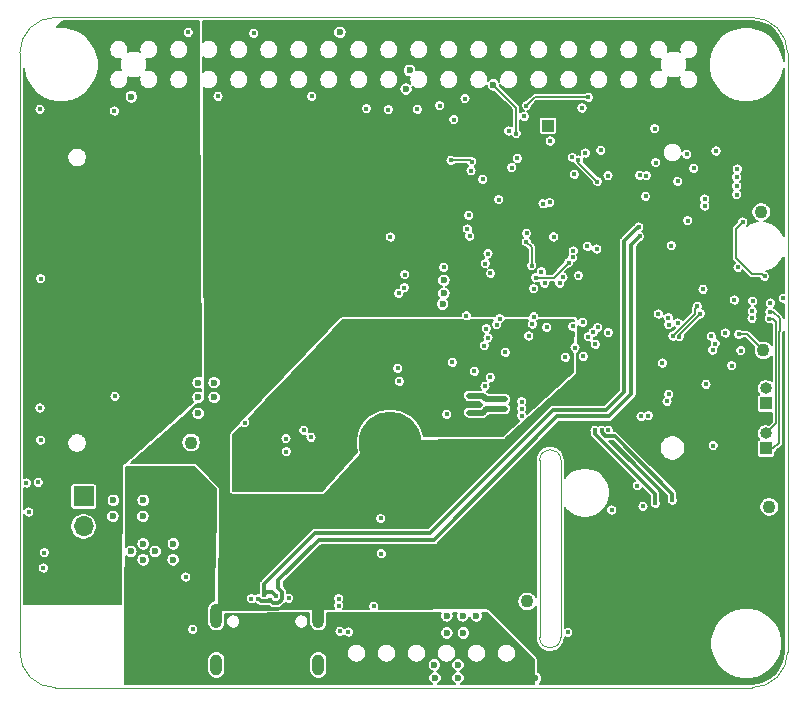
<source format=gbr>
G04 #@! TF.GenerationSoftware,KiCad,Pcbnew,(5.1.5)-3*
G04 #@! TF.CreationDate,2021-12-30T11:40:28+01:00*
G04 #@! TF.ProjectId,mPCIe_HAT,6d504349-655f-4484-9154-2e6b69636164,rev?*
G04 #@! TF.SameCoordinates,PX7094cd0PY79a4230*
G04 #@! TF.FileFunction,Copper,L3,Inr*
G04 #@! TF.FilePolarity,Positive*
%FSLAX46Y46*%
G04 Gerber Fmt 4.6, Leading zero omitted, Abs format (unit mm)*
G04 Created by KiCad (PCBNEW (5.1.5)-3) date 2021-12-30 11:40:28*
%MOMM*%
%LPD*%
G04 APERTURE LIST*
%ADD10C,0.100000*%
%ADD11C,0.600000*%
%ADD12C,5.300000*%
%ADD13R,1.000000X1.000000*%
%ADD14O,1.000000X1.000000*%
%ADD15C,1.100000*%
%ADD16O,1.000000X2.100000*%
%ADD17O,1.000000X1.800000*%
%ADD18O,1.700000X1.700000*%
%ADD19R,1.700000X1.700000*%
%ADD20C,0.400000*%
%ADD21C,0.325000*%
%ADD22C,0.350000*%
%ADD23C,0.300000*%
%ADD24C,0.150000*%
%ADD25C,0.500000*%
%ADD26C,0.200000*%
%ADD27C,0.175000*%
%ADD28C,0.350000*%
G04 APERTURE END LIST*
D10*
X3000000Y-250000D02*
X62000000Y-250000D01*
X0Y53500000D02*
X0Y2750000D01*
X65000000Y53500000D02*
G75*
G03X62000000Y56500000I-3000000J0D01*
G01*
X0Y2750000D02*
G75*
G03X3000000Y-250000I3000000J0D01*
G01*
X45800000Y19000000D02*
G75*
G03X44000000Y19000000I-900000J0D01*
G01*
X45800000Y19000000D02*
X45800000Y4000000D01*
X3000000Y56500000D02*
G75*
G03X0Y53500000I0J-3000000D01*
G01*
X65000000Y53500000D02*
X65000000Y2750000D01*
X44000000Y19000000D02*
X44000000Y4000000D01*
X3000000Y56500000D02*
X62000000Y56500000D01*
X45800000Y4000000D02*
G75*
G02X44000000Y4000000I-900000J0D01*
G01*
X62000000Y-250000D02*
G75*
G03X65000000Y2750000I0J3000000D01*
G01*
D11*
X13000000Y15625000D03*
X12975000Y14250000D03*
X13000000Y11925000D03*
X12975000Y10575000D03*
X10450000Y15600000D03*
X10425000Y14250000D03*
X10450000Y11925000D03*
X10450000Y10575000D03*
X7925000Y15600000D03*
X7875000Y14250000D03*
X7900000Y11925000D03*
X7900000Y10575000D03*
D12*
X31350000Y44650000D03*
X31350000Y20450000D03*
D13*
X63150000Y20000000D03*
D14*
X63150000Y21270000D03*
X63150000Y25080000D03*
D13*
X63150000Y23810000D03*
D15*
X62950000Y28300000D03*
D13*
X44725000Y47325000D03*
D14*
X45995000Y47325000D03*
D15*
X62770000Y40010000D03*
X42950000Y7050000D03*
X63450000Y15050000D03*
X63450000Y17550000D03*
X14500000Y20500000D03*
D16*
X16630000Y5830000D03*
X25270000Y5830000D03*
D17*
X16630000Y1660000D03*
X25270000Y1660000D03*
D18*
X5400000Y13410000D03*
D19*
X5400000Y15950000D03*
D20*
X46380000Y4425000D03*
X19800000Y55145000D03*
X22530000Y20825000D03*
X52753990Y15089000D03*
X53199994Y22775000D03*
X53793872Y15346949D03*
X48700010Y21525000D03*
X49253568Y21528553D03*
X55234940Y15625000D03*
X54894408Y31068168D03*
X750000Y14625006D03*
X31366799Y37901799D03*
X46855285Y36724990D03*
X57839327Y33473438D03*
X60875010Y29675000D03*
X38484001Y26536001D03*
X36150011Y22897699D03*
D11*
X11850000Y14924998D03*
X40000000Y4425000D03*
X42250000Y524998D03*
X43650000Y524998D03*
X40200000Y525000D03*
X38650000Y525000D03*
X40150000Y2025000D03*
X42300000Y2074998D03*
X13974990Y14925000D03*
D20*
X32125000Y25675000D03*
X41400000Y46875000D03*
X40388810Y30487245D03*
X58700000Y20225000D03*
X54800000Y23975000D03*
X63519111Y31546170D03*
X63470207Y30972064D03*
X62027538Y31608986D03*
X61995082Y31022630D03*
X24700000Y49825000D03*
X56459723Y44916332D03*
X55696790Y42603544D03*
D11*
X27100000Y55225000D03*
D20*
X57999972Y40525000D03*
X56550000Y39275000D03*
D11*
X32700000Y50424998D03*
D20*
X46944557Y43219170D03*
X47888323Y45011494D03*
X27100000Y4525000D03*
X58950009Y45178981D03*
X58650000Y28324996D03*
X61049996Y28275000D03*
X16775000Y49825000D03*
X55150000Y37174998D03*
X57974515Y41124990D03*
X39380000Y25275000D03*
X49811703Y29799989D03*
X55700000Y30624990D03*
X58549978Y29500010D03*
X39842000Y26011000D03*
X47013586Y28538584D03*
X54948684Y30474729D03*
X58868087Y28864061D03*
X44600000Y30250010D03*
X44158361Y34963415D03*
X39337667Y28687333D03*
X47600000Y48825010D03*
X49196912Y45250010D03*
X39401959Y35631697D03*
D11*
X35900000Y33125000D03*
D20*
X35550000Y49024970D03*
D11*
X35900012Y34225000D03*
D20*
X33650000Y48725000D03*
X35900000Y35325000D03*
X31200000Y48675000D03*
D11*
X35800000Y32225000D03*
X33000000Y51999990D03*
D20*
X43350012Y35482962D03*
X42881875Y37483146D03*
X60483556Y32573519D03*
X52280091Y16859091D03*
X52600012Y22704842D03*
X27000000Y7274994D03*
X22750000Y7324982D03*
X27000000Y6675000D03*
X19600000Y7275000D03*
X39175000Y23025000D03*
X38575000Y23000000D03*
X38000000Y23000000D03*
D21*
X41075000Y23350000D03*
X40650000Y23350000D03*
D20*
X38000000Y24475000D03*
X38575000Y24475000D03*
D21*
X41075000Y24150000D03*
X40650000Y24150000D03*
D20*
X39080000Y24450000D03*
D11*
X40100000Y50775033D03*
D20*
X42020000Y46665000D03*
X42700000Y48125010D03*
X41650000Y43775000D03*
X42130000Y44574998D03*
X39185742Y42789258D03*
X52494288Y43113039D03*
X48050000Y37125000D03*
X59724979Y29775000D03*
X43525010Y31140818D03*
X45212321Y37911265D03*
X44424979Y33988278D03*
X60274990Y27000026D03*
X58100000Y25425000D03*
X47300000Y34625002D03*
X48840617Y36884560D03*
X46801511Y30324986D03*
X48542808Y29853304D03*
X55850000Y29450010D03*
X57614545Y31418352D03*
X60700000Y41475000D03*
X60799997Y35350010D03*
X64650000Y32700000D03*
X60700000Y42225000D03*
X60700000Y42975000D03*
X62056090Y32471477D03*
X63550000Y32306606D03*
X53847202Y44209510D03*
X60739473Y43664473D03*
X57054726Y43725000D03*
X36750000Y47825000D03*
X39633023Y36480846D03*
X43400000Y30525000D03*
X43499998Y33525000D03*
X39850000Y34824990D03*
X40638288Y30977422D03*
X44300528Y40724472D03*
X45997739Y34499990D03*
X47650004Y30667131D03*
X32574976Y34725000D03*
X1550000Y17125004D03*
X30590000Y11075000D03*
D11*
X19522000Y17629000D03*
X22570000Y17629000D03*
X24094000Y17629000D03*
X25618000Y17629000D03*
X21046000Y17629000D03*
X44160000Y27225000D03*
X44922000Y27225000D03*
X44550000Y26525000D03*
X44600000Y25825000D03*
X43400000Y27225000D03*
D20*
X39800000Y21625000D03*
X30544816Y14070526D03*
D11*
X36150000Y5825000D03*
X37500000Y5825000D03*
X36150000Y4375000D03*
X37550000Y4375000D03*
X38650000Y5825000D03*
X7400000Y54725000D03*
X7350000Y55825000D03*
X11950000Y54825000D03*
X11950000Y55825000D03*
X9650000Y54775000D03*
X9650000Y55825000D03*
X5650000Y11275000D03*
X4450000Y9525000D03*
X5700000Y9525000D03*
X6800000Y9525000D03*
X4450000Y11275000D03*
X6750000Y11275000D03*
D20*
X61200000Y39175000D03*
X63050000Y34575000D03*
X29950000Y6625000D03*
X14650000Y4675000D03*
X32557505Y33621830D03*
X2000000Y9875008D03*
X37683641Y49599989D03*
X48900000Y42599967D03*
X47300000Y44425000D03*
X47695223Y27790164D03*
X48715574Y28810517D03*
X54946876Y24574988D03*
X41100000Y28150010D03*
X48125000Y49725000D03*
X42897634Y49025011D03*
X37900000Y38575000D03*
X52850000Y55215000D03*
X35040000Y51955000D03*
X30000000Y49685000D03*
X15610000Y52185000D03*
X64500000Y41405000D03*
X37190000Y36005000D03*
X30540000Y10165000D03*
X48780000Y35945000D03*
X14040000Y9115000D03*
X31570000Y13575000D03*
X54680000Y48635000D03*
X28890000Y38575000D03*
X28750000Y48245000D03*
X31340000Y33155000D03*
X1770000Y20705000D03*
X31780000Y37435000D03*
X45770000Y22125000D03*
X42480000Y23965000D03*
X42500000Y23365000D03*
X42500000Y22765000D03*
X1760000Y34385000D03*
X64470000Y48915000D03*
X58517424Y450010D03*
X43500000Y4355000D03*
X36450000Y8185000D03*
X43520000Y8275000D03*
X43450000Y12565000D03*
X40500000Y12515000D03*
X36520000Y12545000D03*
X31570000Y11645000D03*
X34380000Y11665000D03*
X47090000Y22105000D03*
X45840000Y23815000D03*
X49600000Y23995000D03*
X44400000Y23475000D03*
D11*
X37100000Y1675000D03*
X35100000Y1675000D03*
X37100000Y575000D03*
D20*
X17000000Y12725000D03*
X24250000Y9575000D03*
X22550000Y19725000D03*
X17946912Y12700010D03*
X33000000Y8175000D03*
X64480000Y9205000D03*
X46646912Y9300010D03*
X58550000Y9325000D03*
X46646912Y1475000D03*
X46646912Y10250010D03*
X46650000Y575000D03*
X58550000Y1425000D03*
X58550000Y10175000D03*
X58646912Y11275000D03*
X49896912Y45200010D03*
X62200024Y34206606D03*
X62800024Y29856606D03*
X63600024Y30256606D03*
X43290000Y46825000D03*
X35400000Y43025000D03*
X34100000Y46225000D03*
X49850000Y30875000D03*
X45600000Y31706606D03*
X43400000Y42475000D03*
X47750000Y40575000D03*
D22*
X44820000Y38750000D03*
D20*
X55844000Y16359000D03*
X54312091Y16351091D03*
X51948944Y16186154D03*
X46172831Y27725000D03*
X41320000Y36675000D03*
X52400000Y39575002D03*
X52450000Y21925000D03*
X60591268Y23983732D03*
X17224479Y7199479D03*
X24650000Y7225000D03*
X14250000Y55225000D03*
X22800000Y55225000D03*
X30450000Y55225000D03*
X43150000Y55225000D03*
X48200000Y55225000D03*
X55800000Y49775000D03*
X19350000Y49775000D03*
X50700000Y12874992D03*
X55100000Y14775000D03*
X39800000Y49025000D03*
D11*
X35150000Y575000D03*
D20*
X59511019Y27013981D03*
X61625010Y34175000D03*
X63931980Y34056980D03*
X19050000Y22175000D03*
X28700000Y8375000D03*
X550000Y17075000D03*
X1700000Y23425000D03*
X8050000Y24425000D03*
X8000000Y48575000D03*
X1700004Y48725000D03*
X2075000Y11175000D03*
X58750000Y48975000D03*
X36628000Y27297000D03*
X19973599Y8597156D03*
X52509621Y37115383D03*
X52405010Y30775000D03*
X52405010Y33974472D03*
X24350000Y10275000D03*
X22569933Y8265221D03*
X41400000Y37724990D03*
X47670000Y32645000D03*
X47649998Y24205000D03*
X40570000Y8275000D03*
X50900010Y16824996D03*
X40469988Y37325000D03*
X45131948Y43021410D03*
X50104494Y14788341D03*
X49812112Y21541333D03*
X20700000Y7625000D03*
X52400000Y38750000D03*
X21700000Y7475000D03*
X20200000Y7275000D03*
X21200000Y7175000D03*
X52467678Y37957338D03*
X44850000Y40825014D03*
X48931986Y30241959D03*
X55301265Y29518622D03*
X57350005Y32024991D03*
X38250000Y44275000D03*
X36499970Y44402038D03*
X53750000Y47071232D03*
X43661618Y34449470D03*
X46470985Y35735369D03*
X53049994Y43100054D03*
X52975251Y41350010D03*
X27799856Y4461911D03*
X49800000Y43099979D03*
X38000000Y39725008D03*
X46773901Y44635414D03*
X46797427Y36178030D03*
X54060433Y31387821D03*
X43100000Y29525000D03*
X54400000Y27225000D03*
X48145631Y29472827D03*
X39500006Y30149672D03*
X39634422Y29382370D03*
X37800000Y31225000D03*
X44900000Y46025004D03*
X38200000Y43525000D03*
D11*
X9450000Y49775000D03*
D20*
X29350000Y48774984D03*
X32000001Y26775000D03*
X42900000Y38225000D03*
X38100000Y37975002D03*
X40550000Y41075000D03*
X45725010Y33979303D03*
X32080000Y33125000D03*
D11*
X11450000Y11275000D03*
X9400000Y11275000D03*
X16450000Y24325000D03*
X16450000Y25575000D03*
X15100000Y24325000D03*
X15100000Y22975000D03*
X15100000Y25575000D03*
D20*
X24050000Y21535004D03*
X24650000Y20935000D03*
D23*
X48700010Y21224990D02*
X48700010Y21525000D01*
X53793872Y15346949D02*
X53793872Y16131128D01*
X53793872Y16131128D02*
X48700010Y21224990D01*
X49253568Y21521432D02*
X49312111Y21462889D01*
X49253568Y21528553D02*
X49253568Y21521432D01*
X55234940Y15907842D02*
X55234940Y15625000D01*
X49253568Y21528553D02*
X49253568Y21359875D01*
X49253568Y21359875D02*
X49572111Y21041332D01*
X50361852Y21041332D02*
X55234940Y16168244D01*
X55234940Y16168244D02*
X55234940Y15907842D01*
X49572111Y21041332D02*
X50361852Y21041332D01*
D24*
X61575000Y29675000D02*
X60875010Y29675000D01*
X62950000Y28300000D02*
X61575000Y29675000D01*
X64300011Y29903312D02*
X64325036Y29928337D01*
X63150000Y20000000D02*
X63800000Y20000000D01*
X64300011Y20500011D02*
X64300011Y29903312D01*
X63800000Y20000000D02*
X64300011Y20500011D01*
X63801953Y31546170D02*
X63519111Y31546170D01*
X64325036Y31023089D02*
X63801953Y31546170D01*
X64325036Y29928337D02*
X64325036Y31023089D01*
X63150000Y21000000D02*
X63150000Y21025000D01*
X64025025Y30700088D02*
X63753049Y30972064D01*
X63753049Y30972064D02*
X63470207Y30972064D01*
X64000000Y30027580D02*
X64025025Y30052605D01*
X64025025Y30052605D02*
X64025025Y30700088D01*
X63150000Y21270000D02*
X64000000Y22120000D01*
X64000000Y22120000D02*
X64000000Y30027580D01*
X43350012Y37015009D02*
X43350012Y35482962D01*
X42881875Y37483146D02*
X43350012Y37015009D01*
D25*
X39500000Y23350000D02*
X39175000Y23025000D01*
X41100000Y23350000D02*
X39500000Y23350000D01*
D26*
X38025000Y23025000D02*
X38000000Y23000000D01*
D25*
X39175000Y23025000D02*
X38025000Y23025000D01*
X39475000Y24150000D02*
X39175000Y24450000D01*
X41100000Y24150000D02*
X39475000Y24150000D01*
D26*
X38025000Y24450000D02*
X38000000Y24475000D01*
D25*
X39175000Y24450000D02*
X38025000Y24450000D01*
D24*
X40399999Y50475034D02*
X40100000Y50775033D01*
X42020000Y46665000D02*
X42020000Y48855033D01*
X42020000Y48855033D02*
X40399999Y50475034D01*
X57614545Y31389545D02*
X57614545Y31418352D01*
X55850000Y29450010D02*
X55850000Y29625000D01*
X55850000Y29625000D02*
X57614545Y31389545D01*
X60624999Y38599999D02*
X60624999Y36129003D01*
X61200000Y39175000D02*
X60624999Y38599999D01*
X61979003Y34774999D02*
X62850001Y34774999D01*
X60624999Y36129003D02*
X61979003Y34774999D01*
X62850001Y34774999D02*
X63050000Y34575000D01*
X48900000Y42599967D02*
X47300000Y44199967D01*
X47300000Y44199967D02*
X47300000Y44425000D01*
X48125000Y49725000D02*
X43597623Y49725000D01*
X43597623Y49725000D02*
X42897634Y49025011D01*
D23*
X20899999Y7824999D02*
X20700000Y7625000D01*
X21350001Y7824999D02*
X20899999Y7824999D01*
X21700000Y7475000D02*
X21350001Y7824999D01*
D27*
X21445502Y7812501D02*
X21458001Y7812501D01*
X21445502Y7825000D02*
X21445502Y7812501D01*
X21445503Y7824999D02*
X21445502Y7825000D01*
D28*
X52200001Y38550001D02*
X52400000Y38750000D01*
X51179989Y37529989D02*
X52200001Y38550001D01*
X49630000Y23245000D02*
X51179989Y24794989D01*
X51179989Y24794989D02*
X51179989Y37529989D01*
X20700000Y8498545D02*
X25026466Y12825011D01*
X20700000Y7625000D02*
X20700000Y8498545D01*
X25026466Y12825011D02*
X34750011Y12825011D01*
X34750011Y12825011D02*
X45170000Y23245000D01*
X45170000Y23245000D02*
X49630000Y23245000D01*
D23*
X20250001Y7225000D02*
X20250001Y7210997D01*
X20250001Y7210997D02*
X20385998Y7075000D01*
X20385998Y7075000D02*
X21100000Y7075000D01*
X21100000Y7075000D02*
X21200000Y7175000D01*
X21850000Y6925000D02*
X21950000Y7025000D01*
X21200000Y7175000D02*
X21450000Y6925000D01*
X21450000Y6925000D02*
X21850000Y6925000D01*
X21990002Y7025000D02*
X21950000Y7025000D01*
X21900000Y8175000D02*
X22200001Y7874999D01*
X22200001Y7874999D02*
X22200001Y7234999D01*
X22200001Y7234999D02*
X21990002Y7025000D01*
D28*
X52267679Y37757339D02*
X52467678Y37957338D01*
X51770000Y37259660D02*
X52267679Y37757339D01*
X51770000Y24575000D02*
X51770000Y37259660D01*
X49910000Y22715000D02*
X51770000Y24575000D01*
X25314998Y12265000D02*
X35047122Y12265000D01*
X35047122Y12265000D02*
X45497122Y22715000D01*
X21900000Y8175000D02*
X21900000Y8850002D01*
X21900000Y8850002D02*
X25314998Y12265000D01*
X45497122Y22715000D02*
X49910000Y22715000D01*
D24*
X55301265Y29518622D02*
X57150006Y31367363D01*
X57150006Y31824992D02*
X57350005Y32024991D01*
X57150006Y31367363D02*
X57150006Y31824992D01*
X38122962Y44402038D02*
X38250000Y44275000D01*
X36499970Y44402038D02*
X38122962Y44402038D01*
X43661618Y34449470D02*
X45185086Y34449470D01*
X45185086Y34449470D02*
X46470985Y35735369D01*
G36*
X37575003Y30804061D02*
G01*
X37661448Y30768254D01*
X37753217Y30750000D01*
X37846783Y30750000D01*
X37938552Y30768254D01*
X38024997Y30804061D01*
X38093750Y30850000D01*
X40079814Y30850000D01*
X40019854Y30790040D01*
X39967871Y30712242D01*
X39932064Y30625797D01*
X39913810Y30534028D01*
X39913810Y30440462D01*
X39932064Y30348693D01*
X39967871Y30262248D01*
X40019854Y30184450D01*
X40086015Y30118289D01*
X40163813Y30066306D01*
X40250258Y30030499D01*
X40342027Y30012245D01*
X40435593Y30012245D01*
X40527362Y30030499D01*
X40613807Y30066306D01*
X40691605Y30118289D01*
X40757766Y30184450D01*
X40809749Y30262248D01*
X40845556Y30348693D01*
X40863810Y30440462D01*
X40863810Y30534028D01*
X40859643Y30554975D01*
X40863285Y30556483D01*
X40941083Y30608466D01*
X41007244Y30674627D01*
X41059227Y30752425D01*
X41095034Y30838870D01*
X41097248Y30850000D01*
X43053249Y30850000D01*
X43031044Y30827795D01*
X42979061Y30749997D01*
X42943254Y30663552D01*
X42925000Y30571783D01*
X42925000Y30478217D01*
X42943254Y30386448D01*
X42979061Y30300003D01*
X43031044Y30222205D01*
X43097205Y30156044D01*
X43175003Y30104061D01*
X43261448Y30068254D01*
X43353217Y30050000D01*
X43446783Y30050000D01*
X43538552Y30068254D01*
X43624997Y30104061D01*
X43702795Y30156044D01*
X43768956Y30222205D01*
X43818794Y30296793D01*
X44125000Y30296793D01*
X44125000Y30203227D01*
X44143254Y30111458D01*
X44179061Y30025013D01*
X44231044Y29947215D01*
X44297205Y29881054D01*
X44375003Y29829071D01*
X44461448Y29793264D01*
X44553217Y29775010D01*
X44646783Y29775010D01*
X44738552Y29793264D01*
X44824997Y29829071D01*
X44902795Y29881054D01*
X44968956Y29947215D01*
X45020939Y30025013D01*
X45056746Y30111458D01*
X45075000Y30203227D01*
X45075000Y30296793D01*
X45056746Y30388562D01*
X45020939Y30475007D01*
X44968956Y30552805D01*
X44902795Y30618966D01*
X44824997Y30670949D01*
X44738552Y30706756D01*
X44646783Y30725010D01*
X44553217Y30725010D01*
X44461448Y30706756D01*
X44375003Y30670949D01*
X44297205Y30618966D01*
X44231044Y30552805D01*
X44179061Y30475007D01*
X44143254Y30388562D01*
X44125000Y30296793D01*
X43818794Y30296793D01*
X43820939Y30300003D01*
X43856746Y30386448D01*
X43875000Y30478217D01*
X43875000Y30571783D01*
X43856746Y30663552D01*
X43820939Y30749997D01*
X43812958Y30761942D01*
X43827805Y30771862D01*
X43893966Y30838023D01*
X43901969Y30850000D01*
X46912653Y30850000D01*
X46911452Y30787423D01*
X46848294Y30799986D01*
X46754728Y30799986D01*
X46662959Y30781732D01*
X46576514Y30745925D01*
X46498716Y30693942D01*
X46432555Y30627781D01*
X46380572Y30549983D01*
X46344765Y30463538D01*
X46326511Y30371769D01*
X46326511Y30278203D01*
X46344765Y30186434D01*
X46380572Y30099989D01*
X46432555Y30022191D01*
X46498716Y29956030D01*
X46576514Y29904047D01*
X46662959Y29868240D01*
X46754728Y29849986D01*
X46848294Y29849986D01*
X46893634Y29859005D01*
X46877067Y28995734D01*
X46875034Y28995330D01*
X46788589Y28959523D01*
X46710791Y28907540D01*
X46644630Y28841379D01*
X46592647Y28763581D01*
X46556840Y28677136D01*
X46538586Y28585367D01*
X46538586Y28491801D01*
X46556840Y28400032D01*
X46592647Y28313587D01*
X46644630Y28235789D01*
X46710791Y28169628D01*
X46788589Y28117645D01*
X46859650Y28088210D01*
X46828933Y26487632D01*
X42939114Y22946119D01*
X42920939Y22989997D01*
X42870824Y23065000D01*
X42920939Y23140003D01*
X42956746Y23226448D01*
X42975000Y23318217D01*
X42975000Y23411783D01*
X42956746Y23503552D01*
X42920939Y23589997D01*
X42868956Y23667795D01*
X42859206Y23677545D01*
X42900939Y23740003D01*
X42936746Y23826448D01*
X42955000Y23918217D01*
X42955000Y24011783D01*
X42936746Y24103552D01*
X42900939Y24189997D01*
X42848956Y24267795D01*
X42782795Y24333956D01*
X42704997Y24385939D01*
X42618552Y24421746D01*
X42526783Y24440000D01*
X42433217Y24440000D01*
X42341448Y24421746D01*
X42255003Y24385939D01*
X42177205Y24333956D01*
X42111044Y24267795D01*
X42059061Y24189997D01*
X42023254Y24103552D01*
X42005000Y24011783D01*
X42005000Y23918217D01*
X42023254Y23826448D01*
X42059061Y23740003D01*
X42111044Y23662205D01*
X42120794Y23652455D01*
X42079061Y23589997D01*
X42043254Y23503552D01*
X42025000Y23411783D01*
X42025000Y23318217D01*
X42043254Y23226448D01*
X42079061Y23140003D01*
X42129176Y23065000D01*
X42079061Y22989997D01*
X42043254Y22903552D01*
X42025000Y22811783D01*
X42025000Y22718217D01*
X42043254Y22626448D01*
X42079061Y22540003D01*
X42131044Y22462205D01*
X42197205Y22396044D01*
X42275003Y22344061D01*
X42276955Y22343252D01*
X40879521Y21070949D01*
X34215162Y21038916D01*
X34162594Y21303191D01*
X33942102Y21835507D01*
X33621996Y22314579D01*
X33214579Y22721996D01*
X32881606Y22944482D01*
X35675011Y22944482D01*
X35675011Y22850916D01*
X35693265Y22759147D01*
X35729072Y22672702D01*
X35781055Y22594904D01*
X35847216Y22528743D01*
X35925014Y22476760D01*
X36011459Y22440953D01*
X36103228Y22422699D01*
X36196794Y22422699D01*
X36288563Y22440953D01*
X36375008Y22476760D01*
X36452806Y22528743D01*
X36518967Y22594904D01*
X36570950Y22672702D01*
X36606757Y22759147D01*
X36625011Y22850916D01*
X36625011Y22944482D01*
X36606757Y23036251D01*
X36570950Y23122696D01*
X36518967Y23200494D01*
X36452806Y23266655D01*
X36375008Y23318638D01*
X36288563Y23354445D01*
X36196794Y23372699D01*
X36103228Y23372699D01*
X36011459Y23354445D01*
X35925014Y23318638D01*
X35847216Y23266655D01*
X35781055Y23200494D01*
X35729072Y23122696D01*
X35693265Y23036251D01*
X35675011Y22944482D01*
X32881606Y22944482D01*
X32735507Y23042102D01*
X32203191Y23262594D01*
X31638087Y23375000D01*
X31061913Y23375000D01*
X30496809Y23262594D01*
X29964493Y23042102D01*
X29485421Y22721996D01*
X29078004Y22314579D01*
X28757898Y21835507D01*
X28537406Y21303191D01*
X28425000Y20738087D01*
X28425000Y20161913D01*
X28523312Y19667664D01*
X25584813Y16434000D01*
X18073000Y16434000D01*
X18073000Y19771783D01*
X22075000Y19771783D01*
X22075000Y19678217D01*
X22093254Y19586448D01*
X22129061Y19500003D01*
X22181044Y19422205D01*
X22247205Y19356044D01*
X22325003Y19304061D01*
X22411448Y19268254D01*
X22503217Y19250000D01*
X22596783Y19250000D01*
X22688552Y19268254D01*
X22774997Y19304061D01*
X22852795Y19356044D01*
X22918956Y19422205D01*
X22970939Y19500003D01*
X23006746Y19586448D01*
X23025000Y19678217D01*
X23025000Y19771783D01*
X23006746Y19863552D01*
X22970939Y19949997D01*
X22918956Y20027795D01*
X22852795Y20093956D01*
X22774997Y20145939D01*
X22688552Y20181746D01*
X22596783Y20200000D01*
X22503217Y20200000D01*
X22411448Y20181746D01*
X22325003Y20145939D01*
X22247205Y20093956D01*
X22181044Y20027795D01*
X22129061Y19949997D01*
X22093254Y19863552D01*
X22075000Y19771783D01*
X18073000Y19771783D01*
X18073000Y20871783D01*
X22055000Y20871783D01*
X22055000Y20778217D01*
X22073254Y20686448D01*
X22109061Y20600003D01*
X22161044Y20522205D01*
X22227205Y20456044D01*
X22305003Y20404061D01*
X22391448Y20368254D01*
X22483217Y20350000D01*
X22576783Y20350000D01*
X22668552Y20368254D01*
X22754997Y20404061D01*
X22832795Y20456044D01*
X22898956Y20522205D01*
X22950939Y20600003D01*
X22986746Y20686448D01*
X23005000Y20778217D01*
X23005000Y20871783D01*
X22986746Y20963552D01*
X22950939Y21049997D01*
X22898956Y21127795D01*
X22832795Y21193956D01*
X22754997Y21245939D01*
X22668552Y21281746D01*
X22576783Y21300000D01*
X22483217Y21300000D01*
X22391448Y21281746D01*
X22305003Y21245939D01*
X22227205Y21193956D01*
X22161044Y21127795D01*
X22109061Y21049997D01*
X22073254Y20963552D01*
X22055000Y20871783D01*
X18073000Y20871783D01*
X18073000Y21154915D01*
X18481153Y21581787D01*
X23575000Y21581787D01*
X23575000Y21488221D01*
X23593254Y21396452D01*
X23629061Y21310007D01*
X23681044Y21232209D01*
X23747205Y21166048D01*
X23825003Y21114065D01*
X23911448Y21078258D01*
X24003217Y21060004D01*
X24096783Y21060004D01*
X24188552Y21078258D01*
X24196581Y21081584D01*
X24193254Y21073552D01*
X24175000Y20981783D01*
X24175000Y20888217D01*
X24193254Y20796448D01*
X24229061Y20710003D01*
X24281044Y20632205D01*
X24347205Y20566044D01*
X24425003Y20514061D01*
X24511448Y20478254D01*
X24603217Y20460000D01*
X24696783Y20460000D01*
X24788552Y20478254D01*
X24874997Y20514061D01*
X24952795Y20566044D01*
X25018956Y20632205D01*
X25070939Y20710003D01*
X25106746Y20796448D01*
X25125000Y20888217D01*
X25125000Y20981783D01*
X25106746Y21073552D01*
X25070939Y21159997D01*
X25018956Y21237795D01*
X24952795Y21303956D01*
X24874997Y21355939D01*
X24788552Y21391746D01*
X24696783Y21410000D01*
X24603217Y21410000D01*
X24511448Y21391746D01*
X24503419Y21388420D01*
X24506746Y21396452D01*
X24525000Y21488221D01*
X24525000Y21581787D01*
X24506746Y21673556D01*
X24470939Y21760001D01*
X24418956Y21837799D01*
X24352795Y21903960D01*
X24274997Y21955943D01*
X24188552Y21991750D01*
X24096783Y22010004D01*
X24003217Y22010004D01*
X23911448Y21991750D01*
X23825003Y21955943D01*
X23747205Y21903960D01*
X23681044Y21837799D01*
X23629061Y21760001D01*
X23593254Y21673556D01*
X23575000Y21581787D01*
X18481153Y21581787D01*
X18720812Y21832437D01*
X18747205Y21806044D01*
X18825003Y21754061D01*
X18911448Y21718254D01*
X19003217Y21700000D01*
X19096783Y21700000D01*
X19188552Y21718254D01*
X19274997Y21754061D01*
X19352795Y21806044D01*
X19418956Y21872205D01*
X19470939Y21950003D01*
X19506746Y22036448D01*
X19525000Y22128217D01*
X19525000Y22221783D01*
X19506746Y22313552D01*
X19470939Y22399997D01*
X19418956Y22477795D01*
X19377505Y22519246D01*
X21223593Y24450000D01*
X37497460Y24450000D01*
X37507597Y24347082D01*
X37537617Y24248119D01*
X37586367Y24156914D01*
X37651973Y24076973D01*
X37731914Y24011367D01*
X37823119Y23962617D01*
X37922082Y23932597D01*
X37999212Y23925000D01*
X38957539Y23925000D01*
X39085529Y23797010D01*
X39101973Y23776973D01*
X39147340Y23739741D01*
X39126973Y23723027D01*
X39110529Y23702990D01*
X38957539Y23550000D01*
X37999212Y23550000D01*
X37922082Y23542403D01*
X37823119Y23512383D01*
X37731914Y23463633D01*
X37651973Y23398027D01*
X37586367Y23318086D01*
X37537617Y23226881D01*
X37507597Y23127918D01*
X37497460Y23025000D01*
X37507597Y22922082D01*
X37537617Y22823119D01*
X37586367Y22731914D01*
X37651973Y22651973D01*
X37731914Y22586367D01*
X37823119Y22537617D01*
X37922082Y22507597D01*
X37999212Y22500000D01*
X39149220Y22500000D01*
X39175000Y22497461D01*
X39200780Y22500000D01*
X39200788Y22500000D01*
X39277918Y22507597D01*
X39376881Y22537617D01*
X39468086Y22586367D01*
X39548027Y22651973D01*
X39564471Y22672010D01*
X39717461Y22825000D01*
X41125788Y22825000D01*
X41202918Y22832597D01*
X41301881Y22862617D01*
X41393086Y22911367D01*
X41473027Y22976973D01*
X41538633Y23056914D01*
X41587383Y23148119D01*
X41617403Y23247082D01*
X41627540Y23350000D01*
X41617403Y23452918D01*
X41587383Y23551881D01*
X41538633Y23643086D01*
X41473027Y23723027D01*
X41440160Y23750000D01*
X41473027Y23776973D01*
X41538633Y23856914D01*
X41587383Y23948119D01*
X41617403Y24047082D01*
X41627540Y24150000D01*
X41617403Y24252918D01*
X41587383Y24351881D01*
X41538633Y24443086D01*
X41473027Y24523027D01*
X41393086Y24588633D01*
X41301881Y24637383D01*
X41202918Y24667403D01*
X41125788Y24675000D01*
X39692461Y24675000D01*
X39564471Y24802990D01*
X39548027Y24823027D01*
X39542005Y24827969D01*
X39604997Y24854061D01*
X39682795Y24906044D01*
X39748956Y24972205D01*
X39800939Y25050003D01*
X39836746Y25136448D01*
X39855000Y25228217D01*
X39855000Y25321783D01*
X39836746Y25413552D01*
X39800939Y25499997D01*
X39774072Y25540206D01*
X39795217Y25536000D01*
X39888783Y25536000D01*
X39980552Y25554254D01*
X40066997Y25590061D01*
X40144795Y25642044D01*
X40210956Y25708205D01*
X40262939Y25786003D01*
X40298746Y25872448D01*
X40317000Y25964217D01*
X40317000Y26057783D01*
X40298746Y26149552D01*
X40262939Y26235997D01*
X40210956Y26313795D01*
X40144795Y26379956D01*
X40066997Y26431939D01*
X39980552Y26467746D01*
X39888783Y26486000D01*
X39795217Y26486000D01*
X39703448Y26467746D01*
X39617003Y26431939D01*
X39539205Y26379956D01*
X39473044Y26313795D01*
X39421061Y26235997D01*
X39385254Y26149552D01*
X39367000Y26057783D01*
X39367000Y25964217D01*
X39385254Y25872448D01*
X39421061Y25786003D01*
X39447928Y25745794D01*
X39426783Y25750000D01*
X39333217Y25750000D01*
X39241448Y25731746D01*
X39155003Y25695939D01*
X39077205Y25643956D01*
X39011044Y25577795D01*
X38959061Y25499997D01*
X38923254Y25413552D01*
X38905000Y25321783D01*
X38905000Y25228217D01*
X38923254Y25136448D01*
X38959061Y25050003D01*
X39009176Y24975000D01*
X37999212Y24975000D01*
X37922082Y24967403D01*
X37823119Y24937383D01*
X37731914Y24888633D01*
X37651973Y24823027D01*
X37586367Y24743086D01*
X37537617Y24651881D01*
X37507597Y24552918D01*
X37497460Y24450000D01*
X21223593Y24450000D01*
X22439607Y25721783D01*
X31650000Y25721783D01*
X31650000Y25628217D01*
X31668254Y25536448D01*
X31704061Y25450003D01*
X31756044Y25372205D01*
X31822205Y25306044D01*
X31900003Y25254061D01*
X31986448Y25218254D01*
X32078217Y25200000D01*
X32171783Y25200000D01*
X32263552Y25218254D01*
X32349997Y25254061D01*
X32427795Y25306044D01*
X32493956Y25372205D01*
X32545939Y25450003D01*
X32581746Y25536448D01*
X32600000Y25628217D01*
X32600000Y25721783D01*
X32581746Y25813552D01*
X32545939Y25899997D01*
X32493956Y25977795D01*
X32427795Y26043956D01*
X32349997Y26095939D01*
X32263552Y26131746D01*
X32171783Y26150000D01*
X32078217Y26150000D01*
X31986448Y26131746D01*
X31900003Y26095939D01*
X31822205Y26043956D01*
X31756044Y25977795D01*
X31704061Y25899997D01*
X31668254Y25813552D01*
X31650000Y25721783D01*
X22439607Y25721783D01*
X23491372Y26821783D01*
X31525001Y26821783D01*
X31525001Y26728217D01*
X31543255Y26636448D01*
X31579062Y26550003D01*
X31631045Y26472205D01*
X31697206Y26406044D01*
X31775004Y26354061D01*
X31861449Y26318254D01*
X31953218Y26300000D01*
X32046784Y26300000D01*
X32138553Y26318254D01*
X32224998Y26354061D01*
X32302796Y26406044D01*
X32368957Y26472205D01*
X32420940Y26550003D01*
X32434518Y26582784D01*
X38009001Y26582784D01*
X38009001Y26489218D01*
X38027255Y26397449D01*
X38063062Y26311004D01*
X38115045Y26233206D01*
X38181206Y26167045D01*
X38259004Y26115062D01*
X38345449Y26079255D01*
X38437218Y26061001D01*
X38530784Y26061001D01*
X38622553Y26079255D01*
X38708998Y26115062D01*
X38786796Y26167045D01*
X38852957Y26233206D01*
X38904940Y26311004D01*
X38940747Y26397449D01*
X38959001Y26489218D01*
X38959001Y26582784D01*
X38940747Y26674553D01*
X38904940Y26760998D01*
X38852957Y26838796D01*
X38786796Y26904957D01*
X38708998Y26956940D01*
X38622553Y26992747D01*
X38530784Y27011001D01*
X38437218Y27011001D01*
X38345449Y26992747D01*
X38259004Y26956940D01*
X38181206Y26904957D01*
X38115045Y26838796D01*
X38063062Y26760998D01*
X38027255Y26674553D01*
X38009001Y26582784D01*
X32434518Y26582784D01*
X32456747Y26636448D01*
X32475001Y26728217D01*
X32475001Y26821783D01*
X32456747Y26913552D01*
X32420940Y26999997D01*
X32368957Y27077795D01*
X32302796Y27143956D01*
X32224998Y27195939D01*
X32138553Y27231746D01*
X32046784Y27250000D01*
X31953218Y27250000D01*
X31861449Y27231746D01*
X31775004Y27195939D01*
X31697206Y27143956D01*
X31631045Y27077795D01*
X31579062Y26999997D01*
X31543255Y26913552D01*
X31525001Y26821783D01*
X23491372Y26821783D01*
X23990481Y27343783D01*
X36153000Y27343783D01*
X36153000Y27250217D01*
X36171254Y27158448D01*
X36207061Y27072003D01*
X36259044Y26994205D01*
X36325205Y26928044D01*
X36403003Y26876061D01*
X36489448Y26840254D01*
X36581217Y26822000D01*
X36674783Y26822000D01*
X36766552Y26840254D01*
X36852997Y26876061D01*
X36930795Y26928044D01*
X36996956Y26994205D01*
X37048939Y27072003D01*
X37084746Y27158448D01*
X37103000Y27250217D01*
X37103000Y27343783D01*
X37084746Y27435552D01*
X37048939Y27521997D01*
X36996956Y27599795D01*
X36930795Y27665956D01*
X36852997Y27717939D01*
X36766552Y27753746D01*
X36674783Y27772000D01*
X36581217Y27772000D01*
X36489448Y27753746D01*
X36403003Y27717939D01*
X36325205Y27665956D01*
X36259044Y27599795D01*
X36207061Y27521997D01*
X36171254Y27435552D01*
X36153000Y27343783D01*
X23990481Y27343783D01*
X24806085Y28196793D01*
X40625000Y28196793D01*
X40625000Y28103227D01*
X40643254Y28011458D01*
X40679061Y27925013D01*
X40731044Y27847215D01*
X40797205Y27781054D01*
X40875003Y27729071D01*
X40961448Y27693264D01*
X41053217Y27675010D01*
X41146783Y27675010D01*
X41238552Y27693264D01*
X41324997Y27729071D01*
X41388919Y27771783D01*
X45697831Y27771783D01*
X45697831Y27678217D01*
X45716085Y27586448D01*
X45751892Y27500003D01*
X45803875Y27422205D01*
X45870036Y27356044D01*
X45947834Y27304061D01*
X46034279Y27268254D01*
X46126048Y27250000D01*
X46219614Y27250000D01*
X46311383Y27268254D01*
X46397828Y27304061D01*
X46475626Y27356044D01*
X46541787Y27422205D01*
X46593770Y27500003D01*
X46629577Y27586448D01*
X46647831Y27678217D01*
X46647831Y27771783D01*
X46629577Y27863552D01*
X46593770Y27949997D01*
X46541787Y28027795D01*
X46475626Y28093956D01*
X46397828Y28145939D01*
X46311383Y28181746D01*
X46219614Y28200000D01*
X46126048Y28200000D01*
X46034279Y28181746D01*
X45947834Y28145939D01*
X45870036Y28093956D01*
X45803875Y28027795D01*
X45751892Y27949997D01*
X45716085Y27863552D01*
X45697831Y27771783D01*
X41388919Y27771783D01*
X41402795Y27781054D01*
X41468956Y27847215D01*
X41520939Y27925013D01*
X41556746Y28011458D01*
X41575000Y28103227D01*
X41575000Y28196793D01*
X41556746Y28288562D01*
X41520939Y28375007D01*
X41468956Y28452805D01*
X41402795Y28518966D01*
X41324997Y28570949D01*
X41238552Y28606756D01*
X41146783Y28625010D01*
X41053217Y28625010D01*
X40961448Y28606756D01*
X40875003Y28570949D01*
X40797205Y28518966D01*
X40731044Y28452805D01*
X40679061Y28375007D01*
X40643254Y28288562D01*
X40625000Y28196793D01*
X24806085Y28196793D01*
X25319847Y28734116D01*
X38862667Y28734116D01*
X38862667Y28640550D01*
X38880921Y28548781D01*
X38916728Y28462336D01*
X38968711Y28384538D01*
X39034872Y28318377D01*
X39112670Y28266394D01*
X39199115Y28230587D01*
X39290884Y28212333D01*
X39384450Y28212333D01*
X39476219Y28230587D01*
X39562664Y28266394D01*
X39640462Y28318377D01*
X39706623Y28384538D01*
X39758606Y28462336D01*
X39794413Y28548781D01*
X39812667Y28640550D01*
X39812667Y28734116D01*
X39794413Y28825885D01*
X39758606Y28912330D01*
X39752451Y28921542D01*
X39772974Y28925624D01*
X39859419Y28961431D01*
X39937217Y29013414D01*
X40003378Y29079575D01*
X40055361Y29157373D01*
X40091168Y29243818D01*
X40109422Y29335587D01*
X40109422Y29429153D01*
X40091168Y29520922D01*
X40070101Y29571783D01*
X42625000Y29571783D01*
X42625000Y29478217D01*
X42643254Y29386448D01*
X42679061Y29300003D01*
X42731044Y29222205D01*
X42797205Y29156044D01*
X42875003Y29104061D01*
X42961448Y29068254D01*
X43053217Y29050000D01*
X43146783Y29050000D01*
X43238552Y29068254D01*
X43324997Y29104061D01*
X43402795Y29156044D01*
X43468956Y29222205D01*
X43520939Y29300003D01*
X43556746Y29386448D01*
X43575000Y29478217D01*
X43575000Y29571783D01*
X43556746Y29663552D01*
X43520939Y29749997D01*
X43468956Y29827795D01*
X43402795Y29893956D01*
X43324997Y29945939D01*
X43238552Y29981746D01*
X43146783Y30000000D01*
X43053217Y30000000D01*
X42961448Y29981746D01*
X42875003Y29945939D01*
X42797205Y29893956D01*
X42731044Y29827795D01*
X42679061Y29749997D01*
X42643254Y29663552D01*
X42625000Y29571783D01*
X40070101Y29571783D01*
X40055361Y29607367D01*
X40003378Y29685165D01*
X39937217Y29751326D01*
X39859419Y29803309D01*
X39835360Y29813275D01*
X39868962Y29846877D01*
X39920945Y29924675D01*
X39956752Y30011120D01*
X39975006Y30102889D01*
X39975006Y30196455D01*
X39956752Y30288224D01*
X39920945Y30374669D01*
X39868962Y30452467D01*
X39802801Y30518628D01*
X39725003Y30570611D01*
X39638558Y30606418D01*
X39546789Y30624672D01*
X39453223Y30624672D01*
X39361454Y30606418D01*
X39275009Y30570611D01*
X39197211Y30518628D01*
X39131050Y30452467D01*
X39079067Y30374669D01*
X39043260Y30288224D01*
X39025006Y30196455D01*
X39025006Y30102889D01*
X39043260Y30011120D01*
X39079067Y29924675D01*
X39131050Y29846877D01*
X39197211Y29780716D01*
X39275009Y29728733D01*
X39299068Y29718767D01*
X39265466Y29685165D01*
X39213483Y29607367D01*
X39177676Y29520922D01*
X39159422Y29429153D01*
X39159422Y29335587D01*
X39177676Y29243818D01*
X39213483Y29157373D01*
X39219638Y29148161D01*
X39199115Y29144079D01*
X39112670Y29108272D01*
X39034872Y29056289D01*
X38968711Y28990128D01*
X38916728Y28912330D01*
X38880921Y28825885D01*
X38862667Y28734116D01*
X25319847Y28734116D01*
X27342949Y30850000D01*
X37506250Y30850000D01*
X37575003Y30804061D01*
G37*
X37575003Y30804061D02*
X37661448Y30768254D01*
X37753217Y30750000D01*
X37846783Y30750000D01*
X37938552Y30768254D01*
X38024997Y30804061D01*
X38093750Y30850000D01*
X40079814Y30850000D01*
X40019854Y30790040D01*
X39967871Y30712242D01*
X39932064Y30625797D01*
X39913810Y30534028D01*
X39913810Y30440462D01*
X39932064Y30348693D01*
X39967871Y30262248D01*
X40019854Y30184450D01*
X40086015Y30118289D01*
X40163813Y30066306D01*
X40250258Y30030499D01*
X40342027Y30012245D01*
X40435593Y30012245D01*
X40527362Y30030499D01*
X40613807Y30066306D01*
X40691605Y30118289D01*
X40757766Y30184450D01*
X40809749Y30262248D01*
X40845556Y30348693D01*
X40863810Y30440462D01*
X40863810Y30534028D01*
X40859643Y30554975D01*
X40863285Y30556483D01*
X40941083Y30608466D01*
X41007244Y30674627D01*
X41059227Y30752425D01*
X41095034Y30838870D01*
X41097248Y30850000D01*
X43053249Y30850000D01*
X43031044Y30827795D01*
X42979061Y30749997D01*
X42943254Y30663552D01*
X42925000Y30571783D01*
X42925000Y30478217D01*
X42943254Y30386448D01*
X42979061Y30300003D01*
X43031044Y30222205D01*
X43097205Y30156044D01*
X43175003Y30104061D01*
X43261448Y30068254D01*
X43353217Y30050000D01*
X43446783Y30050000D01*
X43538552Y30068254D01*
X43624997Y30104061D01*
X43702795Y30156044D01*
X43768956Y30222205D01*
X43818794Y30296793D01*
X44125000Y30296793D01*
X44125000Y30203227D01*
X44143254Y30111458D01*
X44179061Y30025013D01*
X44231044Y29947215D01*
X44297205Y29881054D01*
X44375003Y29829071D01*
X44461448Y29793264D01*
X44553217Y29775010D01*
X44646783Y29775010D01*
X44738552Y29793264D01*
X44824997Y29829071D01*
X44902795Y29881054D01*
X44968956Y29947215D01*
X45020939Y30025013D01*
X45056746Y30111458D01*
X45075000Y30203227D01*
X45075000Y30296793D01*
X45056746Y30388562D01*
X45020939Y30475007D01*
X44968956Y30552805D01*
X44902795Y30618966D01*
X44824997Y30670949D01*
X44738552Y30706756D01*
X44646783Y30725010D01*
X44553217Y30725010D01*
X44461448Y30706756D01*
X44375003Y30670949D01*
X44297205Y30618966D01*
X44231044Y30552805D01*
X44179061Y30475007D01*
X44143254Y30388562D01*
X44125000Y30296793D01*
X43818794Y30296793D01*
X43820939Y30300003D01*
X43856746Y30386448D01*
X43875000Y30478217D01*
X43875000Y30571783D01*
X43856746Y30663552D01*
X43820939Y30749997D01*
X43812958Y30761942D01*
X43827805Y30771862D01*
X43893966Y30838023D01*
X43901969Y30850000D01*
X46912653Y30850000D01*
X46911452Y30787423D01*
X46848294Y30799986D01*
X46754728Y30799986D01*
X46662959Y30781732D01*
X46576514Y30745925D01*
X46498716Y30693942D01*
X46432555Y30627781D01*
X46380572Y30549983D01*
X46344765Y30463538D01*
X46326511Y30371769D01*
X46326511Y30278203D01*
X46344765Y30186434D01*
X46380572Y30099989D01*
X46432555Y30022191D01*
X46498716Y29956030D01*
X46576514Y29904047D01*
X46662959Y29868240D01*
X46754728Y29849986D01*
X46848294Y29849986D01*
X46893634Y29859005D01*
X46877067Y28995734D01*
X46875034Y28995330D01*
X46788589Y28959523D01*
X46710791Y28907540D01*
X46644630Y28841379D01*
X46592647Y28763581D01*
X46556840Y28677136D01*
X46538586Y28585367D01*
X46538586Y28491801D01*
X46556840Y28400032D01*
X46592647Y28313587D01*
X46644630Y28235789D01*
X46710791Y28169628D01*
X46788589Y28117645D01*
X46859650Y28088210D01*
X46828933Y26487632D01*
X42939114Y22946119D01*
X42920939Y22989997D01*
X42870824Y23065000D01*
X42920939Y23140003D01*
X42956746Y23226448D01*
X42975000Y23318217D01*
X42975000Y23411783D01*
X42956746Y23503552D01*
X42920939Y23589997D01*
X42868956Y23667795D01*
X42859206Y23677545D01*
X42900939Y23740003D01*
X42936746Y23826448D01*
X42955000Y23918217D01*
X42955000Y24011783D01*
X42936746Y24103552D01*
X42900939Y24189997D01*
X42848956Y24267795D01*
X42782795Y24333956D01*
X42704997Y24385939D01*
X42618552Y24421746D01*
X42526783Y24440000D01*
X42433217Y24440000D01*
X42341448Y24421746D01*
X42255003Y24385939D01*
X42177205Y24333956D01*
X42111044Y24267795D01*
X42059061Y24189997D01*
X42023254Y24103552D01*
X42005000Y24011783D01*
X42005000Y23918217D01*
X42023254Y23826448D01*
X42059061Y23740003D01*
X42111044Y23662205D01*
X42120794Y23652455D01*
X42079061Y23589997D01*
X42043254Y23503552D01*
X42025000Y23411783D01*
X42025000Y23318217D01*
X42043254Y23226448D01*
X42079061Y23140003D01*
X42129176Y23065000D01*
X42079061Y22989997D01*
X42043254Y22903552D01*
X42025000Y22811783D01*
X42025000Y22718217D01*
X42043254Y22626448D01*
X42079061Y22540003D01*
X42131044Y22462205D01*
X42197205Y22396044D01*
X42275003Y22344061D01*
X42276955Y22343252D01*
X40879521Y21070949D01*
X34215162Y21038916D01*
X34162594Y21303191D01*
X33942102Y21835507D01*
X33621996Y22314579D01*
X33214579Y22721996D01*
X32881606Y22944482D01*
X35675011Y22944482D01*
X35675011Y22850916D01*
X35693265Y22759147D01*
X35729072Y22672702D01*
X35781055Y22594904D01*
X35847216Y22528743D01*
X35925014Y22476760D01*
X36011459Y22440953D01*
X36103228Y22422699D01*
X36196794Y22422699D01*
X36288563Y22440953D01*
X36375008Y22476760D01*
X36452806Y22528743D01*
X36518967Y22594904D01*
X36570950Y22672702D01*
X36606757Y22759147D01*
X36625011Y22850916D01*
X36625011Y22944482D01*
X36606757Y23036251D01*
X36570950Y23122696D01*
X36518967Y23200494D01*
X36452806Y23266655D01*
X36375008Y23318638D01*
X36288563Y23354445D01*
X36196794Y23372699D01*
X36103228Y23372699D01*
X36011459Y23354445D01*
X35925014Y23318638D01*
X35847216Y23266655D01*
X35781055Y23200494D01*
X35729072Y23122696D01*
X35693265Y23036251D01*
X35675011Y22944482D01*
X32881606Y22944482D01*
X32735507Y23042102D01*
X32203191Y23262594D01*
X31638087Y23375000D01*
X31061913Y23375000D01*
X30496809Y23262594D01*
X29964493Y23042102D01*
X29485421Y22721996D01*
X29078004Y22314579D01*
X28757898Y21835507D01*
X28537406Y21303191D01*
X28425000Y20738087D01*
X28425000Y20161913D01*
X28523312Y19667664D01*
X25584813Y16434000D01*
X18073000Y16434000D01*
X18073000Y19771783D01*
X22075000Y19771783D01*
X22075000Y19678217D01*
X22093254Y19586448D01*
X22129061Y19500003D01*
X22181044Y19422205D01*
X22247205Y19356044D01*
X22325003Y19304061D01*
X22411448Y19268254D01*
X22503217Y19250000D01*
X22596783Y19250000D01*
X22688552Y19268254D01*
X22774997Y19304061D01*
X22852795Y19356044D01*
X22918956Y19422205D01*
X22970939Y19500003D01*
X23006746Y19586448D01*
X23025000Y19678217D01*
X23025000Y19771783D01*
X23006746Y19863552D01*
X22970939Y19949997D01*
X22918956Y20027795D01*
X22852795Y20093956D01*
X22774997Y20145939D01*
X22688552Y20181746D01*
X22596783Y20200000D01*
X22503217Y20200000D01*
X22411448Y20181746D01*
X22325003Y20145939D01*
X22247205Y20093956D01*
X22181044Y20027795D01*
X22129061Y19949997D01*
X22093254Y19863552D01*
X22075000Y19771783D01*
X18073000Y19771783D01*
X18073000Y20871783D01*
X22055000Y20871783D01*
X22055000Y20778217D01*
X22073254Y20686448D01*
X22109061Y20600003D01*
X22161044Y20522205D01*
X22227205Y20456044D01*
X22305003Y20404061D01*
X22391448Y20368254D01*
X22483217Y20350000D01*
X22576783Y20350000D01*
X22668552Y20368254D01*
X22754997Y20404061D01*
X22832795Y20456044D01*
X22898956Y20522205D01*
X22950939Y20600003D01*
X22986746Y20686448D01*
X23005000Y20778217D01*
X23005000Y20871783D01*
X22986746Y20963552D01*
X22950939Y21049997D01*
X22898956Y21127795D01*
X22832795Y21193956D01*
X22754997Y21245939D01*
X22668552Y21281746D01*
X22576783Y21300000D01*
X22483217Y21300000D01*
X22391448Y21281746D01*
X22305003Y21245939D01*
X22227205Y21193956D01*
X22161044Y21127795D01*
X22109061Y21049997D01*
X22073254Y20963552D01*
X22055000Y20871783D01*
X18073000Y20871783D01*
X18073000Y21154915D01*
X18481153Y21581787D01*
X23575000Y21581787D01*
X23575000Y21488221D01*
X23593254Y21396452D01*
X23629061Y21310007D01*
X23681044Y21232209D01*
X23747205Y21166048D01*
X23825003Y21114065D01*
X23911448Y21078258D01*
X24003217Y21060004D01*
X24096783Y21060004D01*
X24188552Y21078258D01*
X24196581Y21081584D01*
X24193254Y21073552D01*
X24175000Y20981783D01*
X24175000Y20888217D01*
X24193254Y20796448D01*
X24229061Y20710003D01*
X24281044Y20632205D01*
X24347205Y20566044D01*
X24425003Y20514061D01*
X24511448Y20478254D01*
X24603217Y20460000D01*
X24696783Y20460000D01*
X24788552Y20478254D01*
X24874997Y20514061D01*
X24952795Y20566044D01*
X25018956Y20632205D01*
X25070939Y20710003D01*
X25106746Y20796448D01*
X25125000Y20888217D01*
X25125000Y20981783D01*
X25106746Y21073552D01*
X25070939Y21159997D01*
X25018956Y21237795D01*
X24952795Y21303956D01*
X24874997Y21355939D01*
X24788552Y21391746D01*
X24696783Y21410000D01*
X24603217Y21410000D01*
X24511448Y21391746D01*
X24503419Y21388420D01*
X24506746Y21396452D01*
X24525000Y21488221D01*
X24525000Y21581787D01*
X24506746Y21673556D01*
X24470939Y21760001D01*
X24418956Y21837799D01*
X24352795Y21903960D01*
X24274997Y21955943D01*
X24188552Y21991750D01*
X24096783Y22010004D01*
X24003217Y22010004D01*
X23911448Y21991750D01*
X23825003Y21955943D01*
X23747205Y21903960D01*
X23681044Y21837799D01*
X23629061Y21760001D01*
X23593254Y21673556D01*
X23575000Y21581787D01*
X18481153Y21581787D01*
X18720812Y21832437D01*
X18747205Y21806044D01*
X18825003Y21754061D01*
X18911448Y21718254D01*
X19003217Y21700000D01*
X19096783Y21700000D01*
X19188552Y21718254D01*
X19274997Y21754061D01*
X19352795Y21806044D01*
X19418956Y21872205D01*
X19470939Y21950003D01*
X19506746Y22036448D01*
X19525000Y22128217D01*
X19525000Y22221783D01*
X19506746Y22313552D01*
X19470939Y22399997D01*
X19418956Y22477795D01*
X19377505Y22519246D01*
X21223593Y24450000D01*
X37497460Y24450000D01*
X37507597Y24347082D01*
X37537617Y24248119D01*
X37586367Y24156914D01*
X37651973Y24076973D01*
X37731914Y24011367D01*
X37823119Y23962617D01*
X37922082Y23932597D01*
X37999212Y23925000D01*
X38957539Y23925000D01*
X39085529Y23797010D01*
X39101973Y23776973D01*
X39147340Y23739741D01*
X39126973Y23723027D01*
X39110529Y23702990D01*
X38957539Y23550000D01*
X37999212Y23550000D01*
X37922082Y23542403D01*
X37823119Y23512383D01*
X37731914Y23463633D01*
X37651973Y23398027D01*
X37586367Y23318086D01*
X37537617Y23226881D01*
X37507597Y23127918D01*
X37497460Y23025000D01*
X37507597Y22922082D01*
X37537617Y22823119D01*
X37586367Y22731914D01*
X37651973Y22651973D01*
X37731914Y22586367D01*
X37823119Y22537617D01*
X37922082Y22507597D01*
X37999212Y22500000D01*
X39149220Y22500000D01*
X39175000Y22497461D01*
X39200780Y22500000D01*
X39200788Y22500000D01*
X39277918Y22507597D01*
X39376881Y22537617D01*
X39468086Y22586367D01*
X39548027Y22651973D01*
X39564471Y22672010D01*
X39717461Y22825000D01*
X41125788Y22825000D01*
X41202918Y22832597D01*
X41301881Y22862617D01*
X41393086Y22911367D01*
X41473027Y22976973D01*
X41538633Y23056914D01*
X41587383Y23148119D01*
X41617403Y23247082D01*
X41627540Y23350000D01*
X41617403Y23452918D01*
X41587383Y23551881D01*
X41538633Y23643086D01*
X41473027Y23723027D01*
X41440160Y23750000D01*
X41473027Y23776973D01*
X41538633Y23856914D01*
X41587383Y23948119D01*
X41617403Y24047082D01*
X41627540Y24150000D01*
X41617403Y24252918D01*
X41587383Y24351881D01*
X41538633Y24443086D01*
X41473027Y24523027D01*
X41393086Y24588633D01*
X41301881Y24637383D01*
X41202918Y24667403D01*
X41125788Y24675000D01*
X39692461Y24675000D01*
X39564471Y24802990D01*
X39548027Y24823027D01*
X39542005Y24827969D01*
X39604997Y24854061D01*
X39682795Y24906044D01*
X39748956Y24972205D01*
X39800939Y25050003D01*
X39836746Y25136448D01*
X39855000Y25228217D01*
X39855000Y25321783D01*
X39836746Y25413552D01*
X39800939Y25499997D01*
X39774072Y25540206D01*
X39795217Y25536000D01*
X39888783Y25536000D01*
X39980552Y25554254D01*
X40066997Y25590061D01*
X40144795Y25642044D01*
X40210956Y25708205D01*
X40262939Y25786003D01*
X40298746Y25872448D01*
X40317000Y25964217D01*
X40317000Y26057783D01*
X40298746Y26149552D01*
X40262939Y26235997D01*
X40210956Y26313795D01*
X40144795Y26379956D01*
X40066997Y26431939D01*
X39980552Y26467746D01*
X39888783Y26486000D01*
X39795217Y26486000D01*
X39703448Y26467746D01*
X39617003Y26431939D01*
X39539205Y26379956D01*
X39473044Y26313795D01*
X39421061Y26235997D01*
X39385254Y26149552D01*
X39367000Y26057783D01*
X39367000Y25964217D01*
X39385254Y25872448D01*
X39421061Y25786003D01*
X39447928Y25745794D01*
X39426783Y25750000D01*
X39333217Y25750000D01*
X39241448Y25731746D01*
X39155003Y25695939D01*
X39077205Y25643956D01*
X39011044Y25577795D01*
X38959061Y25499997D01*
X38923254Y25413552D01*
X38905000Y25321783D01*
X38905000Y25228217D01*
X38923254Y25136448D01*
X38959061Y25050003D01*
X39009176Y24975000D01*
X37999212Y24975000D01*
X37922082Y24967403D01*
X37823119Y24937383D01*
X37731914Y24888633D01*
X37651973Y24823027D01*
X37586367Y24743086D01*
X37537617Y24651881D01*
X37507597Y24552918D01*
X37497460Y24450000D01*
X21223593Y24450000D01*
X22439607Y25721783D01*
X31650000Y25721783D01*
X31650000Y25628217D01*
X31668254Y25536448D01*
X31704061Y25450003D01*
X31756044Y25372205D01*
X31822205Y25306044D01*
X31900003Y25254061D01*
X31986448Y25218254D01*
X32078217Y25200000D01*
X32171783Y25200000D01*
X32263552Y25218254D01*
X32349997Y25254061D01*
X32427795Y25306044D01*
X32493956Y25372205D01*
X32545939Y25450003D01*
X32581746Y25536448D01*
X32600000Y25628217D01*
X32600000Y25721783D01*
X32581746Y25813552D01*
X32545939Y25899997D01*
X32493956Y25977795D01*
X32427795Y26043956D01*
X32349997Y26095939D01*
X32263552Y26131746D01*
X32171783Y26150000D01*
X32078217Y26150000D01*
X31986448Y26131746D01*
X31900003Y26095939D01*
X31822205Y26043956D01*
X31756044Y25977795D01*
X31704061Y25899997D01*
X31668254Y25813552D01*
X31650000Y25721783D01*
X22439607Y25721783D01*
X23491372Y26821783D01*
X31525001Y26821783D01*
X31525001Y26728217D01*
X31543255Y26636448D01*
X31579062Y26550003D01*
X31631045Y26472205D01*
X31697206Y26406044D01*
X31775004Y26354061D01*
X31861449Y26318254D01*
X31953218Y26300000D01*
X32046784Y26300000D01*
X32138553Y26318254D01*
X32224998Y26354061D01*
X32302796Y26406044D01*
X32368957Y26472205D01*
X32420940Y26550003D01*
X32434518Y26582784D01*
X38009001Y26582784D01*
X38009001Y26489218D01*
X38027255Y26397449D01*
X38063062Y26311004D01*
X38115045Y26233206D01*
X38181206Y26167045D01*
X38259004Y26115062D01*
X38345449Y26079255D01*
X38437218Y26061001D01*
X38530784Y26061001D01*
X38622553Y26079255D01*
X38708998Y26115062D01*
X38786796Y26167045D01*
X38852957Y26233206D01*
X38904940Y26311004D01*
X38940747Y26397449D01*
X38959001Y26489218D01*
X38959001Y26582784D01*
X38940747Y26674553D01*
X38904940Y26760998D01*
X38852957Y26838796D01*
X38786796Y26904957D01*
X38708998Y26956940D01*
X38622553Y26992747D01*
X38530784Y27011001D01*
X38437218Y27011001D01*
X38345449Y26992747D01*
X38259004Y26956940D01*
X38181206Y26904957D01*
X38115045Y26838796D01*
X38063062Y26760998D01*
X38027255Y26674553D01*
X38009001Y26582784D01*
X32434518Y26582784D01*
X32456747Y26636448D01*
X32475001Y26728217D01*
X32475001Y26821783D01*
X32456747Y26913552D01*
X32420940Y26999997D01*
X32368957Y27077795D01*
X32302796Y27143956D01*
X32224998Y27195939D01*
X32138553Y27231746D01*
X32046784Y27250000D01*
X31953218Y27250000D01*
X31861449Y27231746D01*
X31775004Y27195939D01*
X31697206Y27143956D01*
X31631045Y27077795D01*
X31579062Y26999997D01*
X31543255Y26913552D01*
X31525001Y26821783D01*
X23491372Y26821783D01*
X23990481Y27343783D01*
X36153000Y27343783D01*
X36153000Y27250217D01*
X36171254Y27158448D01*
X36207061Y27072003D01*
X36259044Y26994205D01*
X36325205Y26928044D01*
X36403003Y26876061D01*
X36489448Y26840254D01*
X36581217Y26822000D01*
X36674783Y26822000D01*
X36766552Y26840254D01*
X36852997Y26876061D01*
X36930795Y26928044D01*
X36996956Y26994205D01*
X37048939Y27072003D01*
X37084746Y27158448D01*
X37103000Y27250217D01*
X37103000Y27343783D01*
X37084746Y27435552D01*
X37048939Y27521997D01*
X36996956Y27599795D01*
X36930795Y27665956D01*
X36852997Y27717939D01*
X36766552Y27753746D01*
X36674783Y27772000D01*
X36581217Y27772000D01*
X36489448Y27753746D01*
X36403003Y27717939D01*
X36325205Y27665956D01*
X36259044Y27599795D01*
X36207061Y27521997D01*
X36171254Y27435552D01*
X36153000Y27343783D01*
X23990481Y27343783D01*
X24806085Y28196793D01*
X40625000Y28196793D01*
X40625000Y28103227D01*
X40643254Y28011458D01*
X40679061Y27925013D01*
X40731044Y27847215D01*
X40797205Y27781054D01*
X40875003Y27729071D01*
X40961448Y27693264D01*
X41053217Y27675010D01*
X41146783Y27675010D01*
X41238552Y27693264D01*
X41324997Y27729071D01*
X41388919Y27771783D01*
X45697831Y27771783D01*
X45697831Y27678217D01*
X45716085Y27586448D01*
X45751892Y27500003D01*
X45803875Y27422205D01*
X45870036Y27356044D01*
X45947834Y27304061D01*
X46034279Y27268254D01*
X46126048Y27250000D01*
X46219614Y27250000D01*
X46311383Y27268254D01*
X46397828Y27304061D01*
X46475626Y27356044D01*
X46541787Y27422205D01*
X46593770Y27500003D01*
X46629577Y27586448D01*
X46647831Y27678217D01*
X46647831Y27771783D01*
X46629577Y27863552D01*
X46593770Y27949997D01*
X46541787Y28027795D01*
X46475626Y28093956D01*
X46397828Y28145939D01*
X46311383Y28181746D01*
X46219614Y28200000D01*
X46126048Y28200000D01*
X46034279Y28181746D01*
X45947834Y28145939D01*
X45870036Y28093956D01*
X45803875Y28027795D01*
X45751892Y27949997D01*
X45716085Y27863552D01*
X45697831Y27771783D01*
X41388919Y27771783D01*
X41402795Y27781054D01*
X41468956Y27847215D01*
X41520939Y27925013D01*
X41556746Y28011458D01*
X41575000Y28103227D01*
X41575000Y28196793D01*
X41556746Y28288562D01*
X41520939Y28375007D01*
X41468956Y28452805D01*
X41402795Y28518966D01*
X41324997Y28570949D01*
X41238552Y28606756D01*
X41146783Y28625010D01*
X41053217Y28625010D01*
X40961448Y28606756D01*
X40875003Y28570949D01*
X40797205Y28518966D01*
X40731044Y28452805D01*
X40679061Y28375007D01*
X40643254Y28288562D01*
X40625000Y28196793D01*
X24806085Y28196793D01*
X25319847Y28734116D01*
X38862667Y28734116D01*
X38862667Y28640550D01*
X38880921Y28548781D01*
X38916728Y28462336D01*
X38968711Y28384538D01*
X39034872Y28318377D01*
X39112670Y28266394D01*
X39199115Y28230587D01*
X39290884Y28212333D01*
X39384450Y28212333D01*
X39476219Y28230587D01*
X39562664Y28266394D01*
X39640462Y28318377D01*
X39706623Y28384538D01*
X39758606Y28462336D01*
X39794413Y28548781D01*
X39812667Y28640550D01*
X39812667Y28734116D01*
X39794413Y28825885D01*
X39758606Y28912330D01*
X39752451Y28921542D01*
X39772974Y28925624D01*
X39859419Y28961431D01*
X39937217Y29013414D01*
X40003378Y29079575D01*
X40055361Y29157373D01*
X40091168Y29243818D01*
X40109422Y29335587D01*
X40109422Y29429153D01*
X40091168Y29520922D01*
X40070101Y29571783D01*
X42625000Y29571783D01*
X42625000Y29478217D01*
X42643254Y29386448D01*
X42679061Y29300003D01*
X42731044Y29222205D01*
X42797205Y29156044D01*
X42875003Y29104061D01*
X42961448Y29068254D01*
X43053217Y29050000D01*
X43146783Y29050000D01*
X43238552Y29068254D01*
X43324997Y29104061D01*
X43402795Y29156044D01*
X43468956Y29222205D01*
X43520939Y29300003D01*
X43556746Y29386448D01*
X43575000Y29478217D01*
X43575000Y29571783D01*
X43556746Y29663552D01*
X43520939Y29749997D01*
X43468956Y29827795D01*
X43402795Y29893956D01*
X43324997Y29945939D01*
X43238552Y29981746D01*
X43146783Y30000000D01*
X43053217Y30000000D01*
X42961448Y29981746D01*
X42875003Y29945939D01*
X42797205Y29893956D01*
X42731044Y29827795D01*
X42679061Y29749997D01*
X42643254Y29663552D01*
X42625000Y29571783D01*
X40070101Y29571783D01*
X40055361Y29607367D01*
X40003378Y29685165D01*
X39937217Y29751326D01*
X39859419Y29803309D01*
X39835360Y29813275D01*
X39868962Y29846877D01*
X39920945Y29924675D01*
X39956752Y30011120D01*
X39975006Y30102889D01*
X39975006Y30196455D01*
X39956752Y30288224D01*
X39920945Y30374669D01*
X39868962Y30452467D01*
X39802801Y30518628D01*
X39725003Y30570611D01*
X39638558Y30606418D01*
X39546789Y30624672D01*
X39453223Y30624672D01*
X39361454Y30606418D01*
X39275009Y30570611D01*
X39197211Y30518628D01*
X39131050Y30452467D01*
X39079067Y30374669D01*
X39043260Y30288224D01*
X39025006Y30196455D01*
X39025006Y30102889D01*
X39043260Y30011120D01*
X39079067Y29924675D01*
X39131050Y29846877D01*
X39197211Y29780716D01*
X39275009Y29728733D01*
X39299068Y29718767D01*
X39265466Y29685165D01*
X39213483Y29607367D01*
X39177676Y29520922D01*
X39159422Y29429153D01*
X39159422Y29335587D01*
X39177676Y29243818D01*
X39213483Y29157373D01*
X39219638Y29148161D01*
X39199115Y29144079D01*
X39112670Y29108272D01*
X39034872Y29056289D01*
X38968711Y28990128D01*
X38916728Y28912330D01*
X38880921Y28825885D01*
X38862667Y28734116D01*
X25319847Y28734116D01*
X27342949Y30850000D01*
X37506250Y30850000D01*
X37575003Y30804061D01*
G36*
X16624528Y16544683D02*
G01*
X16569255Y12926324D01*
X16543254Y12863552D01*
X16525000Y12771783D01*
X16525000Y12678217D01*
X16543254Y12586448D01*
X16563323Y12537997D01*
X16480928Y7144067D01*
X16478074Y7143786D01*
X16331986Y7099470D01*
X16197350Y7027506D01*
X16079341Y6930659D01*
X15982494Y6812649D01*
X15910530Y6678013D01*
X15866214Y6531925D01*
X15855000Y6418064D01*
X15855001Y5241935D01*
X15866215Y5128074D01*
X15910531Y4981986D01*
X15982495Y4847350D01*
X16079342Y4729341D01*
X16197351Y4632494D01*
X16331987Y4560530D01*
X16478075Y4516214D01*
X16630000Y4501251D01*
X16781926Y4516214D01*
X16928014Y4560530D01*
X17062650Y4632494D01*
X17180659Y4729341D01*
X17277506Y4847350D01*
X17349470Y4981986D01*
X17393786Y5128074D01*
X17405000Y5241935D01*
X17405000Y5409095D01*
X17460000Y5409095D01*
X17460000Y5290905D01*
X17483058Y5174986D01*
X17528287Y5065793D01*
X17593950Y4967522D01*
X17677522Y4883950D01*
X17775793Y4818287D01*
X17884986Y4773058D01*
X18000905Y4750000D01*
X18119095Y4750000D01*
X18235014Y4773058D01*
X18344207Y4818287D01*
X18442478Y4883950D01*
X18526050Y4967522D01*
X18591713Y5065793D01*
X18636942Y5174986D01*
X18660000Y5290905D01*
X18660000Y5409095D01*
X23240000Y5409095D01*
X23240000Y5290905D01*
X23263058Y5174986D01*
X23308287Y5065793D01*
X23373950Y4967522D01*
X23457522Y4883950D01*
X23555793Y4818287D01*
X23664986Y4773058D01*
X23780905Y4750000D01*
X23899095Y4750000D01*
X24015014Y4773058D01*
X24124207Y4818287D01*
X24222478Y4883950D01*
X24306050Y4967522D01*
X24371713Y5065793D01*
X24416942Y5174986D01*
X24440000Y5290905D01*
X24440000Y5409095D01*
X24416942Y5525014D01*
X24371713Y5634207D01*
X24306050Y5732478D01*
X24222478Y5816050D01*
X24124207Y5881713D01*
X24015014Y5926942D01*
X23899095Y5950000D01*
X23780905Y5950000D01*
X23664986Y5926942D01*
X23555793Y5881713D01*
X23457522Y5816050D01*
X23373950Y5732478D01*
X23308287Y5634207D01*
X23263058Y5525014D01*
X23240000Y5409095D01*
X18660000Y5409095D01*
X18636942Y5525014D01*
X18591713Y5634207D01*
X18526050Y5732478D01*
X18442478Y5816050D01*
X18344207Y5881713D01*
X18235014Y5926942D01*
X18119095Y5950000D01*
X18000905Y5950000D01*
X17884986Y5926942D01*
X17775793Y5881713D01*
X17677522Y5816050D01*
X17593950Y5732478D01*
X17528287Y5634207D01*
X17483058Y5525014D01*
X17460000Y5409095D01*
X17405000Y5409095D01*
X17405000Y5998893D01*
X24495000Y6031263D01*
X24495001Y5241935D01*
X24506215Y5128074D01*
X24550531Y4981986D01*
X24622495Y4847350D01*
X24719342Y4729341D01*
X24837351Y4632494D01*
X24971987Y4560530D01*
X25118075Y4516214D01*
X25270000Y4501251D01*
X25421926Y4516214D01*
X25568014Y4560530D01*
X25589067Y4571783D01*
X26625000Y4571783D01*
X26625000Y4478217D01*
X26643254Y4386448D01*
X26679061Y4300003D01*
X26731044Y4222205D01*
X26797205Y4156044D01*
X26875003Y4104061D01*
X26961448Y4068254D01*
X27053217Y4050000D01*
X27146783Y4050000D01*
X27238552Y4068254D01*
X27324997Y4104061D01*
X27402795Y4156044D01*
X27420873Y4174122D01*
X27430900Y4159116D01*
X27497061Y4092955D01*
X27574859Y4040972D01*
X27661304Y4005165D01*
X27753073Y3986911D01*
X27846639Y3986911D01*
X27938408Y4005165D01*
X28024853Y4040972D01*
X28102651Y4092955D01*
X28168812Y4159116D01*
X28220795Y4236914D01*
X28256602Y4323359D01*
X28274856Y4415128D01*
X28274856Y4431633D01*
X35575000Y4431633D01*
X35575000Y4318367D01*
X35597097Y4207279D01*
X35640442Y4102635D01*
X35703368Y4008459D01*
X35783459Y3928368D01*
X35877635Y3865442D01*
X35982279Y3822097D01*
X36093367Y3800000D01*
X36206633Y3800000D01*
X36317721Y3822097D01*
X36422365Y3865442D01*
X36516541Y3928368D01*
X36596632Y4008459D01*
X36659558Y4102635D01*
X36702903Y4207279D01*
X36725000Y4318367D01*
X36725000Y4431633D01*
X36975000Y4431633D01*
X36975000Y4318367D01*
X36997097Y4207279D01*
X37040442Y4102635D01*
X37103368Y4008459D01*
X37183459Y3928368D01*
X37277635Y3865442D01*
X37382279Y3822097D01*
X37493367Y3800000D01*
X37606633Y3800000D01*
X37717721Y3822097D01*
X37822365Y3865442D01*
X37916541Y3928368D01*
X37996632Y4008459D01*
X38059558Y4102635D01*
X38102903Y4207279D01*
X38125000Y4318367D01*
X38125000Y4431633D01*
X38102903Y4542721D01*
X38059558Y4647365D01*
X37996632Y4741541D01*
X37916541Y4821632D01*
X37822365Y4884558D01*
X37717721Y4927903D01*
X37606633Y4950000D01*
X37493367Y4950000D01*
X37382279Y4927903D01*
X37277635Y4884558D01*
X37183459Y4821632D01*
X37103368Y4741541D01*
X37040442Y4647365D01*
X36997097Y4542721D01*
X36975000Y4431633D01*
X36725000Y4431633D01*
X36702903Y4542721D01*
X36659558Y4647365D01*
X36596632Y4741541D01*
X36516541Y4821632D01*
X36422365Y4884558D01*
X36317721Y4927903D01*
X36206633Y4950000D01*
X36093367Y4950000D01*
X35982279Y4927903D01*
X35877635Y4884558D01*
X35783459Y4821632D01*
X35703368Y4741541D01*
X35640442Y4647365D01*
X35597097Y4542721D01*
X35575000Y4431633D01*
X28274856Y4431633D01*
X28274856Y4508694D01*
X28256602Y4600463D01*
X28220795Y4686908D01*
X28168812Y4764706D01*
X28102651Y4830867D01*
X28024853Y4882850D01*
X27938408Y4918657D01*
X27846639Y4936911D01*
X27753073Y4936911D01*
X27661304Y4918657D01*
X27574859Y4882850D01*
X27497061Y4830867D01*
X27478983Y4812789D01*
X27468956Y4827795D01*
X27402795Y4893956D01*
X27324997Y4945939D01*
X27238552Y4981746D01*
X27146783Y5000000D01*
X27053217Y5000000D01*
X26961448Y4981746D01*
X26875003Y4945939D01*
X26797205Y4893956D01*
X26731044Y4827795D01*
X26679061Y4749997D01*
X26643254Y4663552D01*
X26625000Y4571783D01*
X25589067Y4571783D01*
X25702650Y4632494D01*
X25820659Y4729341D01*
X25917506Y4847350D01*
X25989470Y4981986D01*
X26033786Y5128074D01*
X26045000Y5241935D01*
X26045000Y6038340D01*
X35634128Y6082121D01*
X35597097Y5992721D01*
X35575000Y5881633D01*
X35575000Y5768367D01*
X35597097Y5657279D01*
X35640442Y5552635D01*
X35703368Y5458459D01*
X35783459Y5378368D01*
X35877635Y5315442D01*
X35982279Y5272097D01*
X36093367Y5250000D01*
X36206633Y5250000D01*
X36317721Y5272097D01*
X36422365Y5315442D01*
X36516541Y5378368D01*
X36596632Y5458459D01*
X36659558Y5552635D01*
X36702903Y5657279D01*
X36725000Y5768367D01*
X36725000Y5881633D01*
X36702903Y5992721D01*
X36663925Y6086822D01*
X36986685Y6088296D01*
X36947097Y5992721D01*
X36925000Y5881633D01*
X36925000Y5768367D01*
X36947097Y5657279D01*
X36990442Y5552635D01*
X37053368Y5458459D01*
X37133459Y5378368D01*
X37227635Y5315442D01*
X37332279Y5272097D01*
X37443367Y5250000D01*
X37556633Y5250000D01*
X37667721Y5272097D01*
X37772365Y5315442D01*
X37866541Y5378368D01*
X37946632Y5458459D01*
X38009558Y5552635D01*
X38052903Y5657279D01*
X38075000Y5768367D01*
X38097097Y5657279D01*
X38140442Y5552635D01*
X38203368Y5458459D01*
X38283459Y5378368D01*
X38377635Y5315442D01*
X38482279Y5272097D01*
X38593367Y5250000D01*
X38706633Y5250000D01*
X38817721Y5272097D01*
X38922365Y5315442D01*
X39016541Y5378368D01*
X39096632Y5458459D01*
X39159558Y5552635D01*
X39202903Y5657279D01*
X39225000Y5768367D01*
X39225000Y5881633D01*
X39202903Y5992721D01*
X39159558Y6097365D01*
X39158991Y6098214D01*
X39519076Y6099858D01*
X43525000Y2093934D01*
X43525000Y75000D01*
X37386670Y75000D01*
X37466541Y128368D01*
X37546632Y208459D01*
X37609558Y302635D01*
X37652903Y407279D01*
X37675000Y518367D01*
X37675000Y631633D01*
X37652903Y742721D01*
X37609558Y847365D01*
X37546632Y941541D01*
X37466541Y1021632D01*
X37372365Y1084558D01*
X37274729Y1125000D01*
X37372365Y1165442D01*
X37466541Y1228368D01*
X37546632Y1308459D01*
X37609558Y1402635D01*
X37652903Y1507279D01*
X37675000Y1618367D01*
X37675000Y1731633D01*
X37652903Y1842721D01*
X37609558Y1947365D01*
X37546632Y2041541D01*
X37466541Y2121632D01*
X37372365Y2184558D01*
X37267721Y2227903D01*
X37156633Y2250000D01*
X37043367Y2250000D01*
X36932279Y2227903D01*
X36827635Y2184558D01*
X36733459Y2121632D01*
X36653368Y2041541D01*
X36590442Y1947365D01*
X36547097Y1842721D01*
X36525000Y1731633D01*
X36525000Y1618367D01*
X36547097Y1507279D01*
X36590442Y1402635D01*
X36653368Y1308459D01*
X36733459Y1228368D01*
X36827635Y1165442D01*
X36925271Y1125000D01*
X36827635Y1084558D01*
X36733459Y1021632D01*
X36653368Y941541D01*
X36590442Y847365D01*
X36547097Y742721D01*
X36525000Y631633D01*
X36525000Y518367D01*
X36547097Y407279D01*
X36590442Y302635D01*
X36653368Y208459D01*
X36733459Y128368D01*
X36813330Y75000D01*
X35436670Y75000D01*
X35516541Y128368D01*
X35596632Y208459D01*
X35659558Y302635D01*
X35702903Y407279D01*
X35725000Y518367D01*
X35725000Y631633D01*
X35702903Y742721D01*
X35659558Y847365D01*
X35596632Y941541D01*
X35516541Y1021632D01*
X35422365Y1084558D01*
X35317721Y1127903D01*
X35293412Y1132738D01*
X35372365Y1165442D01*
X35466541Y1228368D01*
X35546632Y1308459D01*
X35609558Y1402635D01*
X35652903Y1507279D01*
X35675000Y1618367D01*
X35675000Y1731633D01*
X35652903Y1842721D01*
X35609558Y1947365D01*
X35546632Y2041541D01*
X35466541Y2121632D01*
X35372365Y2184558D01*
X35267721Y2227903D01*
X35156633Y2250000D01*
X35043367Y2250000D01*
X34932279Y2227903D01*
X34827635Y2184558D01*
X34733459Y2121632D01*
X34653368Y2041541D01*
X34590442Y1947365D01*
X34547097Y1842721D01*
X34525000Y1731633D01*
X34525000Y1618367D01*
X34547097Y1507279D01*
X34590442Y1402635D01*
X34653368Y1308459D01*
X34733459Y1228368D01*
X34827635Y1165442D01*
X34932279Y1122097D01*
X34956588Y1117262D01*
X34877635Y1084558D01*
X34783459Y1021632D01*
X34703368Y941541D01*
X34640442Y847365D01*
X34597097Y742721D01*
X34575000Y631633D01*
X34575000Y518367D01*
X34597097Y407279D01*
X34640442Y302635D01*
X34703368Y208459D01*
X34783459Y128368D01*
X34863330Y75000D01*
X8876353Y75000D01*
X8890024Y2098064D01*
X15855000Y2098064D01*
X15855000Y1221935D01*
X15866215Y1108074D01*
X15910531Y961986D01*
X15982495Y827350D01*
X16079342Y709341D01*
X16197351Y612494D01*
X16331987Y540530D01*
X16478075Y496214D01*
X16630000Y481251D01*
X16781926Y496214D01*
X16928014Y540530D01*
X17062650Y612494D01*
X17180659Y709341D01*
X17277506Y827350D01*
X17349470Y961986D01*
X17393786Y1108074D01*
X17405000Y1221935D01*
X17405000Y2098064D01*
X24495000Y2098064D01*
X24495000Y1221935D01*
X24506215Y1108074D01*
X24550531Y961986D01*
X24622495Y827350D01*
X24719342Y709341D01*
X24837351Y612494D01*
X24971987Y540530D01*
X25118075Y496214D01*
X25270000Y481251D01*
X25421926Y496214D01*
X25568014Y540530D01*
X25702650Y612494D01*
X25820659Y709341D01*
X25917506Y827350D01*
X25989470Y961986D01*
X26033786Y1108074D01*
X26045000Y1221935D01*
X26045000Y2098065D01*
X26033786Y2211926D01*
X25989470Y2358014D01*
X25917506Y2492650D01*
X25820659Y2610659D01*
X25702649Y2707506D01*
X25625406Y2748793D01*
X27700000Y2748793D01*
X27700000Y2591207D01*
X27730743Y2436649D01*
X27791049Y2291058D01*
X27878599Y2160030D01*
X27990030Y2048599D01*
X28121058Y1961049D01*
X28266649Y1900743D01*
X28421207Y1870000D01*
X28578793Y1870000D01*
X28733351Y1900743D01*
X28878942Y1961049D01*
X29009970Y2048599D01*
X29121401Y2160030D01*
X29208951Y2291058D01*
X29269257Y2436649D01*
X29300000Y2591207D01*
X29300000Y2748793D01*
X30240000Y2748793D01*
X30240000Y2591207D01*
X30270743Y2436649D01*
X30331049Y2291058D01*
X30418599Y2160030D01*
X30530030Y2048599D01*
X30661058Y1961049D01*
X30806649Y1900743D01*
X30961207Y1870000D01*
X31118793Y1870000D01*
X31273351Y1900743D01*
X31418942Y1961049D01*
X31549970Y2048599D01*
X31661401Y2160030D01*
X31748951Y2291058D01*
X31809257Y2436649D01*
X31840000Y2591207D01*
X31840000Y2748793D01*
X32780000Y2748793D01*
X32780000Y2591207D01*
X32810743Y2436649D01*
X32871049Y2291058D01*
X32958599Y2160030D01*
X33070030Y2048599D01*
X33201058Y1961049D01*
X33346649Y1900743D01*
X33501207Y1870000D01*
X33658793Y1870000D01*
X33813351Y1900743D01*
X33958942Y1961049D01*
X34089970Y2048599D01*
X34201401Y2160030D01*
X34288951Y2291058D01*
X34349257Y2436649D01*
X34380000Y2591207D01*
X34380000Y2748793D01*
X35320000Y2748793D01*
X35320000Y2591207D01*
X35350743Y2436649D01*
X35411049Y2291058D01*
X35498599Y2160030D01*
X35610030Y2048599D01*
X35741058Y1961049D01*
X35886649Y1900743D01*
X36041207Y1870000D01*
X36198793Y1870000D01*
X36353351Y1900743D01*
X36498942Y1961049D01*
X36629970Y2048599D01*
X36741401Y2160030D01*
X36828951Y2291058D01*
X36889257Y2436649D01*
X36920000Y2591207D01*
X36920000Y2748793D01*
X37860000Y2748793D01*
X37860000Y2591207D01*
X37890743Y2436649D01*
X37951049Y2291058D01*
X38038599Y2160030D01*
X38150030Y2048599D01*
X38281058Y1961049D01*
X38426649Y1900743D01*
X38581207Y1870000D01*
X38738793Y1870000D01*
X38893351Y1900743D01*
X39038942Y1961049D01*
X39169970Y2048599D01*
X39281401Y2160030D01*
X39368951Y2291058D01*
X39429257Y2436649D01*
X39460000Y2591207D01*
X39460000Y2748793D01*
X40400000Y2748793D01*
X40400000Y2591207D01*
X40430743Y2436649D01*
X40491049Y2291058D01*
X40578599Y2160030D01*
X40690030Y2048599D01*
X40821058Y1961049D01*
X40966649Y1900743D01*
X41121207Y1870000D01*
X41278793Y1870000D01*
X41433351Y1900743D01*
X41578942Y1961049D01*
X41709970Y2048599D01*
X41821401Y2160030D01*
X41908951Y2291058D01*
X41969257Y2436649D01*
X42000000Y2591207D01*
X42000000Y2748793D01*
X41969257Y2903351D01*
X41908951Y3048942D01*
X41821401Y3179970D01*
X41709970Y3291401D01*
X41578942Y3378951D01*
X41433351Y3439257D01*
X41278793Y3470000D01*
X41121207Y3470000D01*
X40966649Y3439257D01*
X40821058Y3378951D01*
X40690030Y3291401D01*
X40578599Y3179970D01*
X40491049Y3048942D01*
X40430743Y2903351D01*
X40400000Y2748793D01*
X39460000Y2748793D01*
X39429257Y2903351D01*
X39368951Y3048942D01*
X39281401Y3179970D01*
X39169970Y3291401D01*
X39038942Y3378951D01*
X38893351Y3439257D01*
X38738793Y3470000D01*
X38581207Y3470000D01*
X38426649Y3439257D01*
X38281058Y3378951D01*
X38150030Y3291401D01*
X38038599Y3179970D01*
X37951049Y3048942D01*
X37890743Y2903351D01*
X37860000Y2748793D01*
X36920000Y2748793D01*
X36889257Y2903351D01*
X36828951Y3048942D01*
X36741401Y3179970D01*
X36629970Y3291401D01*
X36498942Y3378951D01*
X36353351Y3439257D01*
X36198793Y3470000D01*
X36041207Y3470000D01*
X35886649Y3439257D01*
X35741058Y3378951D01*
X35610030Y3291401D01*
X35498599Y3179970D01*
X35411049Y3048942D01*
X35350743Y2903351D01*
X35320000Y2748793D01*
X34380000Y2748793D01*
X34349257Y2903351D01*
X34288951Y3048942D01*
X34201401Y3179970D01*
X34089970Y3291401D01*
X33958942Y3378951D01*
X33813351Y3439257D01*
X33658793Y3470000D01*
X33501207Y3470000D01*
X33346649Y3439257D01*
X33201058Y3378951D01*
X33070030Y3291401D01*
X32958599Y3179970D01*
X32871049Y3048942D01*
X32810743Y2903351D01*
X32780000Y2748793D01*
X31840000Y2748793D01*
X31809257Y2903351D01*
X31748951Y3048942D01*
X31661401Y3179970D01*
X31549970Y3291401D01*
X31418942Y3378951D01*
X31273351Y3439257D01*
X31118793Y3470000D01*
X30961207Y3470000D01*
X30806649Y3439257D01*
X30661058Y3378951D01*
X30530030Y3291401D01*
X30418599Y3179970D01*
X30331049Y3048942D01*
X30270743Y2903351D01*
X30240000Y2748793D01*
X29300000Y2748793D01*
X29269257Y2903351D01*
X29208951Y3048942D01*
X29121401Y3179970D01*
X29009970Y3291401D01*
X28878942Y3378951D01*
X28733351Y3439257D01*
X28578793Y3470000D01*
X28421207Y3470000D01*
X28266649Y3439257D01*
X28121058Y3378951D01*
X27990030Y3291401D01*
X27878599Y3179970D01*
X27791049Y3048942D01*
X27730743Y2903351D01*
X27700000Y2748793D01*
X25625406Y2748793D01*
X25568013Y2779470D01*
X25421925Y2823786D01*
X25270000Y2838749D01*
X25118074Y2823786D01*
X24971986Y2779470D01*
X24837350Y2707506D01*
X24719341Y2610659D01*
X24622494Y2492649D01*
X24550530Y2358013D01*
X24506214Y2211925D01*
X24495000Y2098064D01*
X17405000Y2098064D01*
X17405000Y2098065D01*
X17393786Y2211926D01*
X17349470Y2358014D01*
X17277506Y2492650D01*
X17180659Y2610659D01*
X17062649Y2707506D01*
X16928013Y2779470D01*
X16781925Y2823786D01*
X16630000Y2838749D01*
X16478074Y2823786D01*
X16331986Y2779470D01*
X16197350Y2707506D01*
X16079341Y2610659D01*
X15982494Y2492649D01*
X15910530Y2358013D01*
X15866214Y2211925D01*
X15855000Y2098064D01*
X8890024Y2098064D01*
X8907756Y4721783D01*
X14175000Y4721783D01*
X14175000Y4628217D01*
X14193254Y4536448D01*
X14229061Y4450003D01*
X14281044Y4372205D01*
X14347205Y4306044D01*
X14425003Y4254061D01*
X14511448Y4218254D01*
X14603217Y4200000D01*
X14696783Y4200000D01*
X14788552Y4218254D01*
X14874997Y4254061D01*
X14952795Y4306044D01*
X15018956Y4372205D01*
X15070939Y4450003D01*
X15106746Y4536448D01*
X15125000Y4628217D01*
X15125000Y4721783D01*
X15106746Y4813552D01*
X15070939Y4899997D01*
X15018956Y4977795D01*
X14952795Y5043956D01*
X14874997Y5095939D01*
X14788552Y5131746D01*
X14696783Y5150000D01*
X14603217Y5150000D01*
X14511448Y5131746D01*
X14425003Y5095939D01*
X14347205Y5043956D01*
X14281044Y4977795D01*
X14229061Y4899997D01*
X14193254Y4813552D01*
X14175000Y4721783D01*
X8907756Y4721783D01*
X8937763Y9161783D01*
X13565000Y9161783D01*
X13565000Y9068217D01*
X13583254Y8976448D01*
X13619061Y8890003D01*
X13671044Y8812205D01*
X13737205Y8746044D01*
X13815003Y8694061D01*
X13901448Y8658254D01*
X13993217Y8640000D01*
X14086783Y8640000D01*
X14178552Y8658254D01*
X14264997Y8694061D01*
X14342795Y8746044D01*
X14408956Y8812205D01*
X14460939Y8890003D01*
X14496746Y8976448D01*
X14515000Y9068217D01*
X14515000Y9161783D01*
X14496746Y9253552D01*
X14460939Y9339997D01*
X14408956Y9417795D01*
X14342795Y9483956D01*
X14264997Y9535939D01*
X14178552Y9571746D01*
X14086783Y9590000D01*
X13993217Y9590000D01*
X13901448Y9571746D01*
X13815003Y9535939D01*
X13737205Y9483956D01*
X13671044Y9417795D01*
X13619061Y9339997D01*
X13583254Y9253552D01*
X13565000Y9161783D01*
X8937763Y9161783D01*
X8947697Y10631633D01*
X9875000Y10631633D01*
X9875000Y10518367D01*
X9897097Y10407279D01*
X9940442Y10302635D01*
X10003368Y10208459D01*
X10083459Y10128368D01*
X10177635Y10065442D01*
X10282279Y10022097D01*
X10393367Y10000000D01*
X10506633Y10000000D01*
X10617721Y10022097D01*
X10722365Y10065442D01*
X10816541Y10128368D01*
X10896632Y10208459D01*
X10959558Y10302635D01*
X11002903Y10407279D01*
X11025000Y10518367D01*
X11025000Y10631633D01*
X12400000Y10631633D01*
X12400000Y10518367D01*
X12422097Y10407279D01*
X12465442Y10302635D01*
X12528368Y10208459D01*
X12608459Y10128368D01*
X12702635Y10065442D01*
X12807279Y10022097D01*
X12918367Y10000000D01*
X13031633Y10000000D01*
X13142721Y10022097D01*
X13247365Y10065442D01*
X13341541Y10128368D01*
X13421632Y10208459D01*
X13484558Y10302635D01*
X13527903Y10407279D01*
X13550000Y10518367D01*
X13550000Y10631633D01*
X13527903Y10742721D01*
X13484558Y10847365D01*
X13421632Y10941541D01*
X13341541Y11021632D01*
X13247365Y11084558D01*
X13142721Y11127903D01*
X13031633Y11150000D01*
X12918367Y11150000D01*
X12807279Y11127903D01*
X12702635Y11084558D01*
X12608459Y11021632D01*
X12528368Y10941541D01*
X12465442Y10847365D01*
X12422097Y10742721D01*
X12400000Y10631633D01*
X11025000Y10631633D01*
X11002903Y10742721D01*
X10959558Y10847365D01*
X10896632Y10941541D01*
X10816541Y11021632D01*
X10722365Y11084558D01*
X10617721Y11127903D01*
X10506633Y11150000D01*
X10393367Y11150000D01*
X10282279Y11127903D01*
X10177635Y11084558D01*
X10083459Y11021632D01*
X10003368Y10941541D01*
X9940442Y10847365D01*
X9897097Y10742721D01*
X9875000Y10631633D01*
X8947697Y10631633D01*
X8949606Y10914089D01*
X8953368Y10908459D01*
X9033459Y10828368D01*
X9127635Y10765442D01*
X9232279Y10722097D01*
X9343367Y10700000D01*
X9456633Y10700000D01*
X9567721Y10722097D01*
X9672365Y10765442D01*
X9766541Y10828368D01*
X9846632Y10908459D01*
X9909558Y11002635D01*
X9952903Y11107279D01*
X9975000Y11218367D01*
X9975000Y11331633D01*
X10875000Y11331633D01*
X10875000Y11218367D01*
X10897097Y11107279D01*
X10940442Y11002635D01*
X11003368Y10908459D01*
X11083459Y10828368D01*
X11177635Y10765442D01*
X11282279Y10722097D01*
X11393367Y10700000D01*
X11506633Y10700000D01*
X11617721Y10722097D01*
X11722365Y10765442D01*
X11816541Y10828368D01*
X11896632Y10908459D01*
X11959558Y11002635D01*
X12002903Y11107279D01*
X12025000Y11218367D01*
X12025000Y11331633D01*
X12002903Y11442721D01*
X11959558Y11547365D01*
X11896632Y11641541D01*
X11816541Y11721632D01*
X11722365Y11784558D01*
X11617721Y11827903D01*
X11506633Y11850000D01*
X11393367Y11850000D01*
X11282279Y11827903D01*
X11177635Y11784558D01*
X11083459Y11721632D01*
X11003368Y11641541D01*
X10940442Y11547365D01*
X10897097Y11442721D01*
X10875000Y11331633D01*
X9975000Y11331633D01*
X9952903Y11442721D01*
X9909558Y11547365D01*
X9846632Y11641541D01*
X9766541Y11721632D01*
X9672365Y11784558D01*
X9567721Y11827903D01*
X9456633Y11850000D01*
X9343367Y11850000D01*
X9232279Y11827903D01*
X9127635Y11784558D01*
X9033459Y11721632D01*
X8954531Y11642704D01*
X8956821Y11981633D01*
X9875000Y11981633D01*
X9875000Y11868367D01*
X9897097Y11757279D01*
X9940442Y11652635D01*
X10003368Y11558459D01*
X10083459Y11478368D01*
X10177635Y11415442D01*
X10282279Y11372097D01*
X10393367Y11350000D01*
X10506633Y11350000D01*
X10617721Y11372097D01*
X10722365Y11415442D01*
X10816541Y11478368D01*
X10896632Y11558459D01*
X10959558Y11652635D01*
X11002903Y11757279D01*
X11025000Y11868367D01*
X11025000Y11981633D01*
X12425000Y11981633D01*
X12425000Y11868367D01*
X12447097Y11757279D01*
X12490442Y11652635D01*
X12553368Y11558459D01*
X12633459Y11478368D01*
X12727635Y11415442D01*
X12832279Y11372097D01*
X12943367Y11350000D01*
X13056633Y11350000D01*
X13167721Y11372097D01*
X13272365Y11415442D01*
X13366541Y11478368D01*
X13446632Y11558459D01*
X13509558Y11652635D01*
X13552903Y11757279D01*
X13575000Y11868367D01*
X13575000Y11981633D01*
X13552903Y12092721D01*
X13509558Y12197365D01*
X13446632Y12291541D01*
X13366541Y12371632D01*
X13272365Y12434558D01*
X13167721Y12477903D01*
X13056633Y12500000D01*
X12943367Y12500000D01*
X12832279Y12477903D01*
X12727635Y12434558D01*
X12633459Y12371632D01*
X12553368Y12291541D01*
X12490442Y12197365D01*
X12447097Y12092721D01*
X12425000Y11981633D01*
X11025000Y11981633D01*
X11002903Y12092721D01*
X10959558Y12197365D01*
X10896632Y12291541D01*
X10816541Y12371632D01*
X10722365Y12434558D01*
X10617721Y12477903D01*
X10506633Y12500000D01*
X10393367Y12500000D01*
X10282279Y12477903D01*
X10177635Y12434558D01*
X10083459Y12371632D01*
X10003368Y12291541D01*
X9940442Y12197365D01*
X9897097Y12092721D01*
X9875000Y11981633D01*
X8956821Y11981633D01*
X8972534Y14306633D01*
X9850000Y14306633D01*
X9850000Y14193367D01*
X9872097Y14082279D01*
X9915442Y13977635D01*
X9978368Y13883459D01*
X10058459Y13803368D01*
X10152635Y13740442D01*
X10257279Y13697097D01*
X10368367Y13675000D01*
X10481633Y13675000D01*
X10592721Y13697097D01*
X10697365Y13740442D01*
X10791541Y13803368D01*
X10871632Y13883459D01*
X10934558Y13977635D01*
X10977903Y14082279D01*
X11000000Y14193367D01*
X11000000Y14306633D01*
X10977903Y14417721D01*
X10934558Y14522365D01*
X10871632Y14616541D01*
X10791541Y14696632D01*
X10697365Y14759558D01*
X10592721Y14802903D01*
X10481633Y14825000D01*
X10368367Y14825000D01*
X10257279Y14802903D01*
X10152635Y14759558D01*
X10058459Y14696632D01*
X9978368Y14616541D01*
X9915442Y14522365D01*
X9872097Y14417721D01*
X9850000Y14306633D01*
X8972534Y14306633D01*
X8981657Y15656633D01*
X9875000Y15656633D01*
X9875000Y15543367D01*
X9897097Y15432279D01*
X9940442Y15327635D01*
X10003368Y15233459D01*
X10083459Y15153368D01*
X10177635Y15090442D01*
X10282279Y15047097D01*
X10393367Y15025000D01*
X10506633Y15025000D01*
X10617721Y15047097D01*
X10722365Y15090442D01*
X10816541Y15153368D01*
X10896632Y15233459D01*
X10959558Y15327635D01*
X11002903Y15432279D01*
X11025000Y15543367D01*
X11025000Y15656633D01*
X11002903Y15767721D01*
X10959558Y15872365D01*
X10896632Y15966541D01*
X10816541Y16046632D01*
X10722365Y16109558D01*
X10617721Y16152903D01*
X10506633Y16175000D01*
X10393367Y16175000D01*
X10282279Y16152903D01*
X10177635Y16109558D01*
X10083459Y16046632D01*
X10003368Y15966541D01*
X9940442Y15872365D01*
X9897097Y15767721D01*
X9875000Y15656633D01*
X8981657Y15656633D01*
X9000536Y18450000D01*
X14742622Y18450000D01*
X16624528Y16544683D01*
G37*
X16624528Y16544683D02*
X16569255Y12926324D01*
X16543254Y12863552D01*
X16525000Y12771783D01*
X16525000Y12678217D01*
X16543254Y12586448D01*
X16563323Y12537997D01*
X16480928Y7144067D01*
X16478074Y7143786D01*
X16331986Y7099470D01*
X16197350Y7027506D01*
X16079341Y6930659D01*
X15982494Y6812649D01*
X15910530Y6678013D01*
X15866214Y6531925D01*
X15855000Y6418064D01*
X15855001Y5241935D01*
X15866215Y5128074D01*
X15910531Y4981986D01*
X15982495Y4847350D01*
X16079342Y4729341D01*
X16197351Y4632494D01*
X16331987Y4560530D01*
X16478075Y4516214D01*
X16630000Y4501251D01*
X16781926Y4516214D01*
X16928014Y4560530D01*
X17062650Y4632494D01*
X17180659Y4729341D01*
X17277506Y4847350D01*
X17349470Y4981986D01*
X17393786Y5128074D01*
X17405000Y5241935D01*
X17405000Y5409095D01*
X17460000Y5409095D01*
X17460000Y5290905D01*
X17483058Y5174986D01*
X17528287Y5065793D01*
X17593950Y4967522D01*
X17677522Y4883950D01*
X17775793Y4818287D01*
X17884986Y4773058D01*
X18000905Y4750000D01*
X18119095Y4750000D01*
X18235014Y4773058D01*
X18344207Y4818287D01*
X18442478Y4883950D01*
X18526050Y4967522D01*
X18591713Y5065793D01*
X18636942Y5174986D01*
X18660000Y5290905D01*
X18660000Y5409095D01*
X23240000Y5409095D01*
X23240000Y5290905D01*
X23263058Y5174986D01*
X23308287Y5065793D01*
X23373950Y4967522D01*
X23457522Y4883950D01*
X23555793Y4818287D01*
X23664986Y4773058D01*
X23780905Y4750000D01*
X23899095Y4750000D01*
X24015014Y4773058D01*
X24124207Y4818287D01*
X24222478Y4883950D01*
X24306050Y4967522D01*
X24371713Y5065793D01*
X24416942Y5174986D01*
X24440000Y5290905D01*
X24440000Y5409095D01*
X24416942Y5525014D01*
X24371713Y5634207D01*
X24306050Y5732478D01*
X24222478Y5816050D01*
X24124207Y5881713D01*
X24015014Y5926942D01*
X23899095Y5950000D01*
X23780905Y5950000D01*
X23664986Y5926942D01*
X23555793Y5881713D01*
X23457522Y5816050D01*
X23373950Y5732478D01*
X23308287Y5634207D01*
X23263058Y5525014D01*
X23240000Y5409095D01*
X18660000Y5409095D01*
X18636942Y5525014D01*
X18591713Y5634207D01*
X18526050Y5732478D01*
X18442478Y5816050D01*
X18344207Y5881713D01*
X18235014Y5926942D01*
X18119095Y5950000D01*
X18000905Y5950000D01*
X17884986Y5926942D01*
X17775793Y5881713D01*
X17677522Y5816050D01*
X17593950Y5732478D01*
X17528287Y5634207D01*
X17483058Y5525014D01*
X17460000Y5409095D01*
X17405000Y5409095D01*
X17405000Y5998893D01*
X24495000Y6031263D01*
X24495001Y5241935D01*
X24506215Y5128074D01*
X24550531Y4981986D01*
X24622495Y4847350D01*
X24719342Y4729341D01*
X24837351Y4632494D01*
X24971987Y4560530D01*
X25118075Y4516214D01*
X25270000Y4501251D01*
X25421926Y4516214D01*
X25568014Y4560530D01*
X25589067Y4571783D01*
X26625000Y4571783D01*
X26625000Y4478217D01*
X26643254Y4386448D01*
X26679061Y4300003D01*
X26731044Y4222205D01*
X26797205Y4156044D01*
X26875003Y4104061D01*
X26961448Y4068254D01*
X27053217Y4050000D01*
X27146783Y4050000D01*
X27238552Y4068254D01*
X27324997Y4104061D01*
X27402795Y4156044D01*
X27420873Y4174122D01*
X27430900Y4159116D01*
X27497061Y4092955D01*
X27574859Y4040972D01*
X27661304Y4005165D01*
X27753073Y3986911D01*
X27846639Y3986911D01*
X27938408Y4005165D01*
X28024853Y4040972D01*
X28102651Y4092955D01*
X28168812Y4159116D01*
X28220795Y4236914D01*
X28256602Y4323359D01*
X28274856Y4415128D01*
X28274856Y4431633D01*
X35575000Y4431633D01*
X35575000Y4318367D01*
X35597097Y4207279D01*
X35640442Y4102635D01*
X35703368Y4008459D01*
X35783459Y3928368D01*
X35877635Y3865442D01*
X35982279Y3822097D01*
X36093367Y3800000D01*
X36206633Y3800000D01*
X36317721Y3822097D01*
X36422365Y3865442D01*
X36516541Y3928368D01*
X36596632Y4008459D01*
X36659558Y4102635D01*
X36702903Y4207279D01*
X36725000Y4318367D01*
X36725000Y4431633D01*
X36975000Y4431633D01*
X36975000Y4318367D01*
X36997097Y4207279D01*
X37040442Y4102635D01*
X37103368Y4008459D01*
X37183459Y3928368D01*
X37277635Y3865442D01*
X37382279Y3822097D01*
X37493367Y3800000D01*
X37606633Y3800000D01*
X37717721Y3822097D01*
X37822365Y3865442D01*
X37916541Y3928368D01*
X37996632Y4008459D01*
X38059558Y4102635D01*
X38102903Y4207279D01*
X38125000Y4318367D01*
X38125000Y4431633D01*
X38102903Y4542721D01*
X38059558Y4647365D01*
X37996632Y4741541D01*
X37916541Y4821632D01*
X37822365Y4884558D01*
X37717721Y4927903D01*
X37606633Y4950000D01*
X37493367Y4950000D01*
X37382279Y4927903D01*
X37277635Y4884558D01*
X37183459Y4821632D01*
X37103368Y4741541D01*
X37040442Y4647365D01*
X36997097Y4542721D01*
X36975000Y4431633D01*
X36725000Y4431633D01*
X36702903Y4542721D01*
X36659558Y4647365D01*
X36596632Y4741541D01*
X36516541Y4821632D01*
X36422365Y4884558D01*
X36317721Y4927903D01*
X36206633Y4950000D01*
X36093367Y4950000D01*
X35982279Y4927903D01*
X35877635Y4884558D01*
X35783459Y4821632D01*
X35703368Y4741541D01*
X35640442Y4647365D01*
X35597097Y4542721D01*
X35575000Y4431633D01*
X28274856Y4431633D01*
X28274856Y4508694D01*
X28256602Y4600463D01*
X28220795Y4686908D01*
X28168812Y4764706D01*
X28102651Y4830867D01*
X28024853Y4882850D01*
X27938408Y4918657D01*
X27846639Y4936911D01*
X27753073Y4936911D01*
X27661304Y4918657D01*
X27574859Y4882850D01*
X27497061Y4830867D01*
X27478983Y4812789D01*
X27468956Y4827795D01*
X27402795Y4893956D01*
X27324997Y4945939D01*
X27238552Y4981746D01*
X27146783Y5000000D01*
X27053217Y5000000D01*
X26961448Y4981746D01*
X26875003Y4945939D01*
X26797205Y4893956D01*
X26731044Y4827795D01*
X26679061Y4749997D01*
X26643254Y4663552D01*
X26625000Y4571783D01*
X25589067Y4571783D01*
X25702650Y4632494D01*
X25820659Y4729341D01*
X25917506Y4847350D01*
X25989470Y4981986D01*
X26033786Y5128074D01*
X26045000Y5241935D01*
X26045000Y6038340D01*
X35634128Y6082121D01*
X35597097Y5992721D01*
X35575000Y5881633D01*
X35575000Y5768367D01*
X35597097Y5657279D01*
X35640442Y5552635D01*
X35703368Y5458459D01*
X35783459Y5378368D01*
X35877635Y5315442D01*
X35982279Y5272097D01*
X36093367Y5250000D01*
X36206633Y5250000D01*
X36317721Y5272097D01*
X36422365Y5315442D01*
X36516541Y5378368D01*
X36596632Y5458459D01*
X36659558Y5552635D01*
X36702903Y5657279D01*
X36725000Y5768367D01*
X36725000Y5881633D01*
X36702903Y5992721D01*
X36663925Y6086822D01*
X36986685Y6088296D01*
X36947097Y5992721D01*
X36925000Y5881633D01*
X36925000Y5768367D01*
X36947097Y5657279D01*
X36990442Y5552635D01*
X37053368Y5458459D01*
X37133459Y5378368D01*
X37227635Y5315442D01*
X37332279Y5272097D01*
X37443367Y5250000D01*
X37556633Y5250000D01*
X37667721Y5272097D01*
X37772365Y5315442D01*
X37866541Y5378368D01*
X37946632Y5458459D01*
X38009558Y5552635D01*
X38052903Y5657279D01*
X38075000Y5768367D01*
X38097097Y5657279D01*
X38140442Y5552635D01*
X38203368Y5458459D01*
X38283459Y5378368D01*
X38377635Y5315442D01*
X38482279Y5272097D01*
X38593367Y5250000D01*
X38706633Y5250000D01*
X38817721Y5272097D01*
X38922365Y5315442D01*
X39016541Y5378368D01*
X39096632Y5458459D01*
X39159558Y5552635D01*
X39202903Y5657279D01*
X39225000Y5768367D01*
X39225000Y5881633D01*
X39202903Y5992721D01*
X39159558Y6097365D01*
X39158991Y6098214D01*
X39519076Y6099858D01*
X43525000Y2093934D01*
X43525000Y75000D01*
X37386670Y75000D01*
X37466541Y128368D01*
X37546632Y208459D01*
X37609558Y302635D01*
X37652903Y407279D01*
X37675000Y518367D01*
X37675000Y631633D01*
X37652903Y742721D01*
X37609558Y847365D01*
X37546632Y941541D01*
X37466541Y1021632D01*
X37372365Y1084558D01*
X37274729Y1125000D01*
X37372365Y1165442D01*
X37466541Y1228368D01*
X37546632Y1308459D01*
X37609558Y1402635D01*
X37652903Y1507279D01*
X37675000Y1618367D01*
X37675000Y1731633D01*
X37652903Y1842721D01*
X37609558Y1947365D01*
X37546632Y2041541D01*
X37466541Y2121632D01*
X37372365Y2184558D01*
X37267721Y2227903D01*
X37156633Y2250000D01*
X37043367Y2250000D01*
X36932279Y2227903D01*
X36827635Y2184558D01*
X36733459Y2121632D01*
X36653368Y2041541D01*
X36590442Y1947365D01*
X36547097Y1842721D01*
X36525000Y1731633D01*
X36525000Y1618367D01*
X36547097Y1507279D01*
X36590442Y1402635D01*
X36653368Y1308459D01*
X36733459Y1228368D01*
X36827635Y1165442D01*
X36925271Y1125000D01*
X36827635Y1084558D01*
X36733459Y1021632D01*
X36653368Y941541D01*
X36590442Y847365D01*
X36547097Y742721D01*
X36525000Y631633D01*
X36525000Y518367D01*
X36547097Y407279D01*
X36590442Y302635D01*
X36653368Y208459D01*
X36733459Y128368D01*
X36813330Y75000D01*
X35436670Y75000D01*
X35516541Y128368D01*
X35596632Y208459D01*
X35659558Y302635D01*
X35702903Y407279D01*
X35725000Y518367D01*
X35725000Y631633D01*
X35702903Y742721D01*
X35659558Y847365D01*
X35596632Y941541D01*
X35516541Y1021632D01*
X35422365Y1084558D01*
X35317721Y1127903D01*
X35293412Y1132738D01*
X35372365Y1165442D01*
X35466541Y1228368D01*
X35546632Y1308459D01*
X35609558Y1402635D01*
X35652903Y1507279D01*
X35675000Y1618367D01*
X35675000Y1731633D01*
X35652903Y1842721D01*
X35609558Y1947365D01*
X35546632Y2041541D01*
X35466541Y2121632D01*
X35372365Y2184558D01*
X35267721Y2227903D01*
X35156633Y2250000D01*
X35043367Y2250000D01*
X34932279Y2227903D01*
X34827635Y2184558D01*
X34733459Y2121632D01*
X34653368Y2041541D01*
X34590442Y1947365D01*
X34547097Y1842721D01*
X34525000Y1731633D01*
X34525000Y1618367D01*
X34547097Y1507279D01*
X34590442Y1402635D01*
X34653368Y1308459D01*
X34733459Y1228368D01*
X34827635Y1165442D01*
X34932279Y1122097D01*
X34956588Y1117262D01*
X34877635Y1084558D01*
X34783459Y1021632D01*
X34703368Y941541D01*
X34640442Y847365D01*
X34597097Y742721D01*
X34575000Y631633D01*
X34575000Y518367D01*
X34597097Y407279D01*
X34640442Y302635D01*
X34703368Y208459D01*
X34783459Y128368D01*
X34863330Y75000D01*
X8876353Y75000D01*
X8890024Y2098064D01*
X15855000Y2098064D01*
X15855000Y1221935D01*
X15866215Y1108074D01*
X15910531Y961986D01*
X15982495Y827350D01*
X16079342Y709341D01*
X16197351Y612494D01*
X16331987Y540530D01*
X16478075Y496214D01*
X16630000Y481251D01*
X16781926Y496214D01*
X16928014Y540530D01*
X17062650Y612494D01*
X17180659Y709341D01*
X17277506Y827350D01*
X17349470Y961986D01*
X17393786Y1108074D01*
X17405000Y1221935D01*
X17405000Y2098064D01*
X24495000Y2098064D01*
X24495000Y1221935D01*
X24506215Y1108074D01*
X24550531Y961986D01*
X24622495Y827350D01*
X24719342Y709341D01*
X24837351Y612494D01*
X24971987Y540530D01*
X25118075Y496214D01*
X25270000Y481251D01*
X25421926Y496214D01*
X25568014Y540530D01*
X25702650Y612494D01*
X25820659Y709341D01*
X25917506Y827350D01*
X25989470Y961986D01*
X26033786Y1108074D01*
X26045000Y1221935D01*
X26045000Y2098065D01*
X26033786Y2211926D01*
X25989470Y2358014D01*
X25917506Y2492650D01*
X25820659Y2610659D01*
X25702649Y2707506D01*
X25625406Y2748793D01*
X27700000Y2748793D01*
X27700000Y2591207D01*
X27730743Y2436649D01*
X27791049Y2291058D01*
X27878599Y2160030D01*
X27990030Y2048599D01*
X28121058Y1961049D01*
X28266649Y1900743D01*
X28421207Y1870000D01*
X28578793Y1870000D01*
X28733351Y1900743D01*
X28878942Y1961049D01*
X29009970Y2048599D01*
X29121401Y2160030D01*
X29208951Y2291058D01*
X29269257Y2436649D01*
X29300000Y2591207D01*
X29300000Y2748793D01*
X30240000Y2748793D01*
X30240000Y2591207D01*
X30270743Y2436649D01*
X30331049Y2291058D01*
X30418599Y2160030D01*
X30530030Y2048599D01*
X30661058Y1961049D01*
X30806649Y1900743D01*
X30961207Y1870000D01*
X31118793Y1870000D01*
X31273351Y1900743D01*
X31418942Y1961049D01*
X31549970Y2048599D01*
X31661401Y2160030D01*
X31748951Y2291058D01*
X31809257Y2436649D01*
X31840000Y2591207D01*
X31840000Y2748793D01*
X32780000Y2748793D01*
X32780000Y2591207D01*
X32810743Y2436649D01*
X32871049Y2291058D01*
X32958599Y2160030D01*
X33070030Y2048599D01*
X33201058Y1961049D01*
X33346649Y1900743D01*
X33501207Y1870000D01*
X33658793Y1870000D01*
X33813351Y1900743D01*
X33958942Y1961049D01*
X34089970Y2048599D01*
X34201401Y2160030D01*
X34288951Y2291058D01*
X34349257Y2436649D01*
X34380000Y2591207D01*
X34380000Y2748793D01*
X35320000Y2748793D01*
X35320000Y2591207D01*
X35350743Y2436649D01*
X35411049Y2291058D01*
X35498599Y2160030D01*
X35610030Y2048599D01*
X35741058Y1961049D01*
X35886649Y1900743D01*
X36041207Y1870000D01*
X36198793Y1870000D01*
X36353351Y1900743D01*
X36498942Y1961049D01*
X36629970Y2048599D01*
X36741401Y2160030D01*
X36828951Y2291058D01*
X36889257Y2436649D01*
X36920000Y2591207D01*
X36920000Y2748793D01*
X37860000Y2748793D01*
X37860000Y2591207D01*
X37890743Y2436649D01*
X37951049Y2291058D01*
X38038599Y2160030D01*
X38150030Y2048599D01*
X38281058Y1961049D01*
X38426649Y1900743D01*
X38581207Y1870000D01*
X38738793Y1870000D01*
X38893351Y1900743D01*
X39038942Y1961049D01*
X39169970Y2048599D01*
X39281401Y2160030D01*
X39368951Y2291058D01*
X39429257Y2436649D01*
X39460000Y2591207D01*
X39460000Y2748793D01*
X40400000Y2748793D01*
X40400000Y2591207D01*
X40430743Y2436649D01*
X40491049Y2291058D01*
X40578599Y2160030D01*
X40690030Y2048599D01*
X40821058Y1961049D01*
X40966649Y1900743D01*
X41121207Y1870000D01*
X41278793Y1870000D01*
X41433351Y1900743D01*
X41578942Y1961049D01*
X41709970Y2048599D01*
X41821401Y2160030D01*
X41908951Y2291058D01*
X41969257Y2436649D01*
X42000000Y2591207D01*
X42000000Y2748793D01*
X41969257Y2903351D01*
X41908951Y3048942D01*
X41821401Y3179970D01*
X41709970Y3291401D01*
X41578942Y3378951D01*
X41433351Y3439257D01*
X41278793Y3470000D01*
X41121207Y3470000D01*
X40966649Y3439257D01*
X40821058Y3378951D01*
X40690030Y3291401D01*
X40578599Y3179970D01*
X40491049Y3048942D01*
X40430743Y2903351D01*
X40400000Y2748793D01*
X39460000Y2748793D01*
X39429257Y2903351D01*
X39368951Y3048942D01*
X39281401Y3179970D01*
X39169970Y3291401D01*
X39038942Y3378951D01*
X38893351Y3439257D01*
X38738793Y3470000D01*
X38581207Y3470000D01*
X38426649Y3439257D01*
X38281058Y3378951D01*
X38150030Y3291401D01*
X38038599Y3179970D01*
X37951049Y3048942D01*
X37890743Y2903351D01*
X37860000Y2748793D01*
X36920000Y2748793D01*
X36889257Y2903351D01*
X36828951Y3048942D01*
X36741401Y3179970D01*
X36629970Y3291401D01*
X36498942Y3378951D01*
X36353351Y3439257D01*
X36198793Y3470000D01*
X36041207Y3470000D01*
X35886649Y3439257D01*
X35741058Y3378951D01*
X35610030Y3291401D01*
X35498599Y3179970D01*
X35411049Y3048942D01*
X35350743Y2903351D01*
X35320000Y2748793D01*
X34380000Y2748793D01*
X34349257Y2903351D01*
X34288951Y3048942D01*
X34201401Y3179970D01*
X34089970Y3291401D01*
X33958942Y3378951D01*
X33813351Y3439257D01*
X33658793Y3470000D01*
X33501207Y3470000D01*
X33346649Y3439257D01*
X33201058Y3378951D01*
X33070030Y3291401D01*
X32958599Y3179970D01*
X32871049Y3048942D01*
X32810743Y2903351D01*
X32780000Y2748793D01*
X31840000Y2748793D01*
X31809257Y2903351D01*
X31748951Y3048942D01*
X31661401Y3179970D01*
X31549970Y3291401D01*
X31418942Y3378951D01*
X31273351Y3439257D01*
X31118793Y3470000D01*
X30961207Y3470000D01*
X30806649Y3439257D01*
X30661058Y3378951D01*
X30530030Y3291401D01*
X30418599Y3179970D01*
X30331049Y3048942D01*
X30270743Y2903351D01*
X30240000Y2748793D01*
X29300000Y2748793D01*
X29269257Y2903351D01*
X29208951Y3048942D01*
X29121401Y3179970D01*
X29009970Y3291401D01*
X28878942Y3378951D01*
X28733351Y3439257D01*
X28578793Y3470000D01*
X28421207Y3470000D01*
X28266649Y3439257D01*
X28121058Y3378951D01*
X27990030Y3291401D01*
X27878599Y3179970D01*
X27791049Y3048942D01*
X27730743Y2903351D01*
X27700000Y2748793D01*
X25625406Y2748793D01*
X25568013Y2779470D01*
X25421925Y2823786D01*
X25270000Y2838749D01*
X25118074Y2823786D01*
X24971986Y2779470D01*
X24837350Y2707506D01*
X24719341Y2610659D01*
X24622494Y2492649D01*
X24550530Y2358013D01*
X24506214Y2211925D01*
X24495000Y2098064D01*
X17405000Y2098064D01*
X17405000Y2098065D01*
X17393786Y2211926D01*
X17349470Y2358014D01*
X17277506Y2492650D01*
X17180659Y2610659D01*
X17062649Y2707506D01*
X16928013Y2779470D01*
X16781925Y2823786D01*
X16630000Y2838749D01*
X16478074Y2823786D01*
X16331986Y2779470D01*
X16197350Y2707506D01*
X16079341Y2610659D01*
X15982494Y2492649D01*
X15910530Y2358013D01*
X15866214Y2211925D01*
X15855000Y2098064D01*
X8890024Y2098064D01*
X8907756Y4721783D01*
X14175000Y4721783D01*
X14175000Y4628217D01*
X14193254Y4536448D01*
X14229061Y4450003D01*
X14281044Y4372205D01*
X14347205Y4306044D01*
X14425003Y4254061D01*
X14511448Y4218254D01*
X14603217Y4200000D01*
X14696783Y4200000D01*
X14788552Y4218254D01*
X14874997Y4254061D01*
X14952795Y4306044D01*
X15018956Y4372205D01*
X15070939Y4450003D01*
X15106746Y4536448D01*
X15125000Y4628217D01*
X15125000Y4721783D01*
X15106746Y4813552D01*
X15070939Y4899997D01*
X15018956Y4977795D01*
X14952795Y5043956D01*
X14874997Y5095939D01*
X14788552Y5131746D01*
X14696783Y5150000D01*
X14603217Y5150000D01*
X14511448Y5131746D01*
X14425003Y5095939D01*
X14347205Y5043956D01*
X14281044Y4977795D01*
X14229061Y4899997D01*
X14193254Y4813552D01*
X14175000Y4721783D01*
X8907756Y4721783D01*
X8937763Y9161783D01*
X13565000Y9161783D01*
X13565000Y9068217D01*
X13583254Y8976448D01*
X13619061Y8890003D01*
X13671044Y8812205D01*
X13737205Y8746044D01*
X13815003Y8694061D01*
X13901448Y8658254D01*
X13993217Y8640000D01*
X14086783Y8640000D01*
X14178552Y8658254D01*
X14264997Y8694061D01*
X14342795Y8746044D01*
X14408956Y8812205D01*
X14460939Y8890003D01*
X14496746Y8976448D01*
X14515000Y9068217D01*
X14515000Y9161783D01*
X14496746Y9253552D01*
X14460939Y9339997D01*
X14408956Y9417795D01*
X14342795Y9483956D01*
X14264997Y9535939D01*
X14178552Y9571746D01*
X14086783Y9590000D01*
X13993217Y9590000D01*
X13901448Y9571746D01*
X13815003Y9535939D01*
X13737205Y9483956D01*
X13671044Y9417795D01*
X13619061Y9339997D01*
X13583254Y9253552D01*
X13565000Y9161783D01*
X8937763Y9161783D01*
X8947697Y10631633D01*
X9875000Y10631633D01*
X9875000Y10518367D01*
X9897097Y10407279D01*
X9940442Y10302635D01*
X10003368Y10208459D01*
X10083459Y10128368D01*
X10177635Y10065442D01*
X10282279Y10022097D01*
X10393367Y10000000D01*
X10506633Y10000000D01*
X10617721Y10022097D01*
X10722365Y10065442D01*
X10816541Y10128368D01*
X10896632Y10208459D01*
X10959558Y10302635D01*
X11002903Y10407279D01*
X11025000Y10518367D01*
X11025000Y10631633D01*
X12400000Y10631633D01*
X12400000Y10518367D01*
X12422097Y10407279D01*
X12465442Y10302635D01*
X12528368Y10208459D01*
X12608459Y10128368D01*
X12702635Y10065442D01*
X12807279Y10022097D01*
X12918367Y10000000D01*
X13031633Y10000000D01*
X13142721Y10022097D01*
X13247365Y10065442D01*
X13341541Y10128368D01*
X13421632Y10208459D01*
X13484558Y10302635D01*
X13527903Y10407279D01*
X13550000Y10518367D01*
X13550000Y10631633D01*
X13527903Y10742721D01*
X13484558Y10847365D01*
X13421632Y10941541D01*
X13341541Y11021632D01*
X13247365Y11084558D01*
X13142721Y11127903D01*
X13031633Y11150000D01*
X12918367Y11150000D01*
X12807279Y11127903D01*
X12702635Y11084558D01*
X12608459Y11021632D01*
X12528368Y10941541D01*
X12465442Y10847365D01*
X12422097Y10742721D01*
X12400000Y10631633D01*
X11025000Y10631633D01*
X11002903Y10742721D01*
X10959558Y10847365D01*
X10896632Y10941541D01*
X10816541Y11021632D01*
X10722365Y11084558D01*
X10617721Y11127903D01*
X10506633Y11150000D01*
X10393367Y11150000D01*
X10282279Y11127903D01*
X10177635Y11084558D01*
X10083459Y11021632D01*
X10003368Y10941541D01*
X9940442Y10847365D01*
X9897097Y10742721D01*
X9875000Y10631633D01*
X8947697Y10631633D01*
X8949606Y10914089D01*
X8953368Y10908459D01*
X9033459Y10828368D01*
X9127635Y10765442D01*
X9232279Y10722097D01*
X9343367Y10700000D01*
X9456633Y10700000D01*
X9567721Y10722097D01*
X9672365Y10765442D01*
X9766541Y10828368D01*
X9846632Y10908459D01*
X9909558Y11002635D01*
X9952903Y11107279D01*
X9975000Y11218367D01*
X9975000Y11331633D01*
X10875000Y11331633D01*
X10875000Y11218367D01*
X10897097Y11107279D01*
X10940442Y11002635D01*
X11003368Y10908459D01*
X11083459Y10828368D01*
X11177635Y10765442D01*
X11282279Y10722097D01*
X11393367Y10700000D01*
X11506633Y10700000D01*
X11617721Y10722097D01*
X11722365Y10765442D01*
X11816541Y10828368D01*
X11896632Y10908459D01*
X11959558Y11002635D01*
X12002903Y11107279D01*
X12025000Y11218367D01*
X12025000Y11331633D01*
X12002903Y11442721D01*
X11959558Y11547365D01*
X11896632Y11641541D01*
X11816541Y11721632D01*
X11722365Y11784558D01*
X11617721Y11827903D01*
X11506633Y11850000D01*
X11393367Y11850000D01*
X11282279Y11827903D01*
X11177635Y11784558D01*
X11083459Y11721632D01*
X11003368Y11641541D01*
X10940442Y11547365D01*
X10897097Y11442721D01*
X10875000Y11331633D01*
X9975000Y11331633D01*
X9952903Y11442721D01*
X9909558Y11547365D01*
X9846632Y11641541D01*
X9766541Y11721632D01*
X9672365Y11784558D01*
X9567721Y11827903D01*
X9456633Y11850000D01*
X9343367Y11850000D01*
X9232279Y11827903D01*
X9127635Y11784558D01*
X9033459Y11721632D01*
X8954531Y11642704D01*
X8956821Y11981633D01*
X9875000Y11981633D01*
X9875000Y11868367D01*
X9897097Y11757279D01*
X9940442Y11652635D01*
X10003368Y11558459D01*
X10083459Y11478368D01*
X10177635Y11415442D01*
X10282279Y11372097D01*
X10393367Y11350000D01*
X10506633Y11350000D01*
X10617721Y11372097D01*
X10722365Y11415442D01*
X10816541Y11478368D01*
X10896632Y11558459D01*
X10959558Y11652635D01*
X11002903Y11757279D01*
X11025000Y11868367D01*
X11025000Y11981633D01*
X12425000Y11981633D01*
X12425000Y11868367D01*
X12447097Y11757279D01*
X12490442Y11652635D01*
X12553368Y11558459D01*
X12633459Y11478368D01*
X12727635Y11415442D01*
X12832279Y11372097D01*
X12943367Y11350000D01*
X13056633Y11350000D01*
X13167721Y11372097D01*
X13272365Y11415442D01*
X13366541Y11478368D01*
X13446632Y11558459D01*
X13509558Y11652635D01*
X13552903Y11757279D01*
X13575000Y11868367D01*
X13575000Y11981633D01*
X13552903Y12092721D01*
X13509558Y12197365D01*
X13446632Y12291541D01*
X13366541Y12371632D01*
X13272365Y12434558D01*
X13167721Y12477903D01*
X13056633Y12500000D01*
X12943367Y12500000D01*
X12832279Y12477903D01*
X12727635Y12434558D01*
X12633459Y12371632D01*
X12553368Y12291541D01*
X12490442Y12197365D01*
X12447097Y12092721D01*
X12425000Y11981633D01*
X11025000Y11981633D01*
X11002903Y12092721D01*
X10959558Y12197365D01*
X10896632Y12291541D01*
X10816541Y12371632D01*
X10722365Y12434558D01*
X10617721Y12477903D01*
X10506633Y12500000D01*
X10393367Y12500000D01*
X10282279Y12477903D01*
X10177635Y12434558D01*
X10083459Y12371632D01*
X10003368Y12291541D01*
X9940442Y12197365D01*
X9897097Y12092721D01*
X9875000Y11981633D01*
X8956821Y11981633D01*
X8972534Y14306633D01*
X9850000Y14306633D01*
X9850000Y14193367D01*
X9872097Y14082279D01*
X9915442Y13977635D01*
X9978368Y13883459D01*
X10058459Y13803368D01*
X10152635Y13740442D01*
X10257279Y13697097D01*
X10368367Y13675000D01*
X10481633Y13675000D01*
X10592721Y13697097D01*
X10697365Y13740442D01*
X10791541Y13803368D01*
X10871632Y13883459D01*
X10934558Y13977635D01*
X10977903Y14082279D01*
X11000000Y14193367D01*
X11000000Y14306633D01*
X10977903Y14417721D01*
X10934558Y14522365D01*
X10871632Y14616541D01*
X10791541Y14696632D01*
X10697365Y14759558D01*
X10592721Y14802903D01*
X10481633Y14825000D01*
X10368367Y14825000D01*
X10257279Y14802903D01*
X10152635Y14759558D01*
X10058459Y14696632D01*
X9978368Y14616541D01*
X9915442Y14522365D01*
X9872097Y14417721D01*
X9850000Y14306633D01*
X8972534Y14306633D01*
X8981657Y15656633D01*
X9875000Y15656633D01*
X9875000Y15543367D01*
X9897097Y15432279D01*
X9940442Y15327635D01*
X10003368Y15233459D01*
X10083459Y15153368D01*
X10177635Y15090442D01*
X10282279Y15047097D01*
X10393367Y15025000D01*
X10506633Y15025000D01*
X10617721Y15047097D01*
X10722365Y15090442D01*
X10816541Y15153368D01*
X10896632Y15233459D01*
X10959558Y15327635D01*
X11002903Y15432279D01*
X11025000Y15543367D01*
X11025000Y15656633D01*
X11002903Y15767721D01*
X10959558Y15872365D01*
X10896632Y15966541D01*
X10816541Y16046632D01*
X10722365Y16109558D01*
X10617721Y16152903D01*
X10506633Y16175000D01*
X10393367Y16175000D01*
X10282279Y16152903D01*
X10177635Y16109558D01*
X10083459Y16046632D01*
X10003368Y15966541D01*
X9940442Y15872365D01*
X9897097Y15767721D01*
X9875000Y15656633D01*
X8981657Y15656633D01*
X9000536Y18450000D01*
X14742622Y18450000D01*
X16624528Y16544683D01*
G36*
X15193324Y52416377D02*
G01*
X15189061Y52409997D01*
X15153254Y52323552D01*
X15135000Y52231783D01*
X15135000Y52138217D01*
X15153254Y52046448D01*
X15189061Y51960003D01*
X15195502Y51950364D01*
X15198305Y51350546D01*
X15190000Y51308793D01*
X15190000Y51151207D01*
X15199459Y51103653D01*
X15316281Y26107789D01*
X15267721Y26127903D01*
X15156633Y26150000D01*
X15043367Y26150000D01*
X14932279Y26127903D01*
X14827635Y26084558D01*
X14733459Y26021632D01*
X14653368Y25941541D01*
X14590442Y25847365D01*
X14547097Y25742721D01*
X14525000Y25631633D01*
X14525000Y25518367D01*
X14547097Y25407279D01*
X14590442Y25302635D01*
X14653368Y25208459D01*
X14733459Y25128368D01*
X14827635Y25065442D01*
X14932279Y25022097D01*
X15043367Y25000000D01*
X15156633Y25000000D01*
X15267721Y25022097D01*
X15321251Y25044270D01*
X15322134Y24855364D01*
X15267721Y24877903D01*
X15156633Y24900000D01*
X15043367Y24900000D01*
X14932279Y24877903D01*
X14827635Y24834558D01*
X14733459Y24771632D01*
X14653368Y24691541D01*
X14590442Y24597365D01*
X14547097Y24492721D01*
X14525000Y24381633D01*
X14525000Y24268367D01*
X14547097Y24157279D01*
X14590442Y24052635D01*
X14653368Y23958459D01*
X14681894Y23929933D01*
X8920174Y18799442D01*
X8874215Y18795072D01*
X8822522Y18779772D01*
X8774808Y18754681D01*
X8732905Y18720764D01*
X8698425Y18679324D01*
X8672691Y18631953D01*
X8656694Y18580471D01*
X8651047Y18526858D01*
X8571794Y6800000D01*
X325000Y6800000D01*
X325000Y9921791D01*
X1525000Y9921791D01*
X1525000Y9828225D01*
X1543254Y9736456D01*
X1579061Y9650011D01*
X1631044Y9572213D01*
X1697205Y9506052D01*
X1775003Y9454069D01*
X1861448Y9418262D01*
X1953217Y9400008D01*
X2046783Y9400008D01*
X2138552Y9418262D01*
X2224997Y9454069D01*
X2302795Y9506052D01*
X2368956Y9572213D01*
X2420939Y9650011D01*
X2456746Y9736456D01*
X2475000Y9828225D01*
X2475000Y9921791D01*
X2456746Y10013560D01*
X2420939Y10100005D01*
X2368956Y10177803D01*
X2302795Y10243964D01*
X2224997Y10295947D01*
X2138552Y10331754D01*
X2046783Y10350008D01*
X1953217Y10350008D01*
X1861448Y10331754D01*
X1775003Y10295947D01*
X1697205Y10243964D01*
X1631044Y10177803D01*
X1579061Y10100005D01*
X1543254Y10013560D01*
X1525000Y9921791D01*
X325000Y9921791D01*
X325000Y11221783D01*
X1600000Y11221783D01*
X1600000Y11128217D01*
X1618254Y11036448D01*
X1654061Y10950003D01*
X1706044Y10872205D01*
X1772205Y10806044D01*
X1850003Y10754061D01*
X1936448Y10718254D01*
X2028217Y10700000D01*
X2121783Y10700000D01*
X2213552Y10718254D01*
X2299997Y10754061D01*
X2377795Y10806044D01*
X2443956Y10872205D01*
X2495939Y10950003D01*
X2531746Y11036448D01*
X2550000Y11128217D01*
X2550000Y11221783D01*
X2531746Y11313552D01*
X2495939Y11399997D01*
X2443956Y11477795D01*
X2377795Y11543956D01*
X2299997Y11595939D01*
X2213552Y11631746D01*
X2121783Y11650000D01*
X2028217Y11650000D01*
X1936448Y11631746D01*
X1850003Y11595939D01*
X1772205Y11543956D01*
X1706044Y11477795D01*
X1654061Y11399997D01*
X1618254Y11313552D01*
X1600000Y11221783D01*
X325000Y11221783D01*
X325000Y13520803D01*
X4275000Y13520803D01*
X4275000Y13299197D01*
X4318233Y13081850D01*
X4403038Y12877113D01*
X4526156Y12692855D01*
X4682855Y12536156D01*
X4867113Y12413038D01*
X5071850Y12328233D01*
X5289197Y12285000D01*
X5510803Y12285000D01*
X5728150Y12328233D01*
X5932887Y12413038D01*
X6117145Y12536156D01*
X6273844Y12692855D01*
X6396962Y12877113D01*
X6481767Y13081850D01*
X6525000Y13299197D01*
X6525000Y13520803D01*
X6481767Y13738150D01*
X6396962Y13942887D01*
X6273844Y14127145D01*
X6117145Y14283844D01*
X6083040Y14306633D01*
X7300000Y14306633D01*
X7300000Y14193367D01*
X7322097Y14082279D01*
X7365442Y13977635D01*
X7428368Y13883459D01*
X7508459Y13803368D01*
X7602635Y13740442D01*
X7707279Y13697097D01*
X7818367Y13675000D01*
X7931633Y13675000D01*
X8042721Y13697097D01*
X8147365Y13740442D01*
X8241541Y13803368D01*
X8321632Y13883459D01*
X8384558Y13977635D01*
X8427903Y14082279D01*
X8450000Y14193367D01*
X8450000Y14306633D01*
X8427903Y14417721D01*
X8384558Y14522365D01*
X8321632Y14616541D01*
X8241541Y14696632D01*
X8147365Y14759558D01*
X8042721Y14802903D01*
X7931633Y14825000D01*
X7818367Y14825000D01*
X7707279Y14802903D01*
X7602635Y14759558D01*
X7508459Y14696632D01*
X7428368Y14616541D01*
X7365442Y14522365D01*
X7322097Y14417721D01*
X7300000Y14306633D01*
X6083040Y14306633D01*
X5932887Y14406962D01*
X5728150Y14491767D01*
X5510803Y14535000D01*
X5289197Y14535000D01*
X5071850Y14491767D01*
X4867113Y14406962D01*
X4682855Y14283844D01*
X4526156Y14127145D01*
X4403038Y13942887D01*
X4318233Y13738150D01*
X4275000Y13520803D01*
X325000Y13520803D01*
X325000Y14409813D01*
X329061Y14400009D01*
X381044Y14322211D01*
X447205Y14256050D01*
X525003Y14204067D01*
X611448Y14168260D01*
X703217Y14150006D01*
X796783Y14150006D01*
X888552Y14168260D01*
X974997Y14204067D01*
X1052795Y14256050D01*
X1118956Y14322211D01*
X1170939Y14400009D01*
X1206746Y14486454D01*
X1225000Y14578223D01*
X1225000Y14671789D01*
X1206746Y14763558D01*
X1170939Y14850003D01*
X1118956Y14927801D01*
X1052795Y14993962D01*
X974997Y15045945D01*
X888552Y15081752D01*
X796783Y15100006D01*
X703217Y15100006D01*
X611448Y15081752D01*
X525003Y15045945D01*
X447205Y14993962D01*
X381044Y14927801D01*
X329061Y14850003D01*
X325000Y14840199D01*
X325000Y16654063D01*
X325003Y16654061D01*
X411448Y16618254D01*
X503217Y16600000D01*
X596783Y16600000D01*
X688552Y16618254D01*
X774997Y16654061D01*
X852795Y16706044D01*
X918956Y16772205D01*
X970939Y16850003D01*
X1006746Y16936448D01*
X1025000Y17028217D01*
X1025000Y17121783D01*
X1015054Y17171787D01*
X1075000Y17171787D01*
X1075000Y17078221D01*
X1093254Y16986452D01*
X1129061Y16900007D01*
X1181044Y16822209D01*
X1247205Y16756048D01*
X1325003Y16704065D01*
X1411448Y16668258D01*
X1503217Y16650004D01*
X1596783Y16650004D01*
X1688552Y16668258D01*
X1774997Y16704065D01*
X1852795Y16756048D01*
X1896747Y16800000D01*
X4273670Y16800000D01*
X4273670Y15100000D01*
X4278980Y15046091D01*
X4294704Y14994253D01*
X4320240Y14946479D01*
X4354605Y14904605D01*
X4396479Y14870240D01*
X4444253Y14844704D01*
X4496091Y14828980D01*
X4550000Y14823670D01*
X6250000Y14823670D01*
X6303909Y14828980D01*
X6355747Y14844704D01*
X6403521Y14870240D01*
X6445395Y14904605D01*
X6479760Y14946479D01*
X6505296Y14994253D01*
X6521020Y15046091D01*
X6526330Y15100000D01*
X6526330Y15656633D01*
X7350000Y15656633D01*
X7350000Y15543367D01*
X7372097Y15432279D01*
X7415442Y15327635D01*
X7478368Y15233459D01*
X7558459Y15153368D01*
X7652635Y15090442D01*
X7757279Y15047097D01*
X7868367Y15025000D01*
X7981633Y15025000D01*
X8092721Y15047097D01*
X8197365Y15090442D01*
X8291541Y15153368D01*
X8371632Y15233459D01*
X8434558Y15327635D01*
X8477903Y15432279D01*
X8500000Y15543367D01*
X8500000Y15656633D01*
X8477903Y15767721D01*
X8434558Y15872365D01*
X8371632Y15966541D01*
X8291541Y16046632D01*
X8197365Y16109558D01*
X8092721Y16152903D01*
X7981633Y16175000D01*
X7868367Y16175000D01*
X7757279Y16152903D01*
X7652635Y16109558D01*
X7558459Y16046632D01*
X7478368Y15966541D01*
X7415442Y15872365D01*
X7372097Y15767721D01*
X7350000Y15656633D01*
X6526330Y15656633D01*
X6526330Y16800000D01*
X6521020Y16853909D01*
X6505296Y16905747D01*
X6479760Y16953521D01*
X6445395Y16995395D01*
X6403521Y17029760D01*
X6355747Y17055296D01*
X6303909Y17071020D01*
X6250000Y17076330D01*
X4550000Y17076330D01*
X4496091Y17071020D01*
X4444253Y17055296D01*
X4396479Y17029760D01*
X4354605Y16995395D01*
X4320240Y16953521D01*
X4294704Y16905747D01*
X4278980Y16853909D01*
X4273670Y16800000D01*
X1896747Y16800000D01*
X1918956Y16822209D01*
X1970939Y16900007D01*
X2006746Y16986452D01*
X2025000Y17078221D01*
X2025000Y17171787D01*
X2006746Y17263556D01*
X1970939Y17350001D01*
X1918956Y17427799D01*
X1852795Y17493960D01*
X1774997Y17545943D01*
X1688552Y17581750D01*
X1596783Y17600004D01*
X1503217Y17600004D01*
X1411448Y17581750D01*
X1325003Y17545943D01*
X1247205Y17493960D01*
X1181044Y17427799D01*
X1129061Y17350001D01*
X1093254Y17263556D01*
X1075000Y17171787D01*
X1015054Y17171787D01*
X1006746Y17213552D01*
X970939Y17299997D01*
X918956Y17377795D01*
X852795Y17443956D01*
X774997Y17495939D01*
X688552Y17531746D01*
X596783Y17550000D01*
X503217Y17550000D01*
X411448Y17531746D01*
X325003Y17495939D01*
X325000Y17495937D01*
X325000Y20751783D01*
X1295000Y20751783D01*
X1295000Y20658217D01*
X1313254Y20566448D01*
X1349061Y20480003D01*
X1401044Y20402205D01*
X1467205Y20336044D01*
X1545003Y20284061D01*
X1631448Y20248254D01*
X1723217Y20230000D01*
X1816783Y20230000D01*
X1908552Y20248254D01*
X1994997Y20284061D01*
X2072795Y20336044D01*
X2138956Y20402205D01*
X2190939Y20480003D01*
X2212168Y20531255D01*
X4025000Y20531255D01*
X4025000Y20368745D01*
X4056704Y20209356D01*
X4118894Y20059216D01*
X4209181Y19924093D01*
X4324093Y19809181D01*
X4459216Y19718894D01*
X4609356Y19656704D01*
X4768745Y19625000D01*
X4931255Y19625000D01*
X5090644Y19656704D01*
X5240784Y19718894D01*
X5375907Y19809181D01*
X5490819Y19924093D01*
X5581106Y20059216D01*
X5643296Y20209356D01*
X5675000Y20368745D01*
X5675000Y20531255D01*
X5643296Y20690644D01*
X5581106Y20840784D01*
X5490819Y20975907D01*
X5375907Y21090819D01*
X5240784Y21181106D01*
X5090644Y21243296D01*
X4931255Y21275000D01*
X4768745Y21275000D01*
X4609356Y21243296D01*
X4459216Y21181106D01*
X4324093Y21090819D01*
X4209181Y20975907D01*
X4118894Y20840784D01*
X4056704Y20690644D01*
X4025000Y20531255D01*
X2212168Y20531255D01*
X2226746Y20566448D01*
X2245000Y20658217D01*
X2245000Y20751783D01*
X2226746Y20843552D01*
X2190939Y20929997D01*
X2138956Y21007795D01*
X2072795Y21073956D01*
X1994997Y21125939D01*
X1908552Y21161746D01*
X1816783Y21180000D01*
X1723217Y21180000D01*
X1631448Y21161746D01*
X1545003Y21125939D01*
X1467205Y21073956D01*
X1401044Y21007795D01*
X1349061Y20929997D01*
X1313254Y20843552D01*
X1295000Y20751783D01*
X325000Y20751783D01*
X325000Y23471783D01*
X1225000Y23471783D01*
X1225000Y23378217D01*
X1243254Y23286448D01*
X1279061Y23200003D01*
X1331044Y23122205D01*
X1397205Y23056044D01*
X1475003Y23004061D01*
X1561448Y22968254D01*
X1653217Y22950000D01*
X1746783Y22950000D01*
X1838552Y22968254D01*
X1924997Y23004061D01*
X2002795Y23056044D01*
X2068956Y23122205D01*
X2120939Y23200003D01*
X2156746Y23286448D01*
X2175000Y23378217D01*
X2175000Y23471783D01*
X2156746Y23563552D01*
X2120939Y23649997D01*
X2068956Y23727795D01*
X2002795Y23793956D01*
X1924997Y23845939D01*
X1838552Y23881746D01*
X1746783Y23900000D01*
X1653217Y23900000D01*
X1561448Y23881746D01*
X1475003Y23845939D01*
X1397205Y23793956D01*
X1331044Y23727795D01*
X1279061Y23649997D01*
X1243254Y23563552D01*
X1225000Y23471783D01*
X325000Y23471783D01*
X325000Y24471783D01*
X7575000Y24471783D01*
X7575000Y24378217D01*
X7593254Y24286448D01*
X7629061Y24200003D01*
X7681044Y24122205D01*
X7747205Y24056044D01*
X7825003Y24004061D01*
X7911448Y23968254D01*
X8003217Y23950000D01*
X8096783Y23950000D01*
X8188552Y23968254D01*
X8274997Y24004061D01*
X8352795Y24056044D01*
X8418956Y24122205D01*
X8470939Y24200003D01*
X8506746Y24286448D01*
X8525000Y24378217D01*
X8525000Y24471783D01*
X8506746Y24563552D01*
X8470939Y24649997D01*
X8418956Y24727795D01*
X8352795Y24793956D01*
X8274997Y24845939D01*
X8188552Y24881746D01*
X8096783Y24900000D01*
X8003217Y24900000D01*
X7911448Y24881746D01*
X7825003Y24845939D01*
X7747205Y24793956D01*
X7681044Y24727795D01*
X7629061Y24649997D01*
X7593254Y24563552D01*
X7575000Y24471783D01*
X325000Y24471783D01*
X325000Y34431783D01*
X1285000Y34431783D01*
X1285000Y34338217D01*
X1303254Y34246448D01*
X1339061Y34160003D01*
X1391044Y34082205D01*
X1457205Y34016044D01*
X1535003Y33964061D01*
X1621448Y33928254D01*
X1713217Y33910000D01*
X1806783Y33910000D01*
X1898552Y33928254D01*
X1984997Y33964061D01*
X2062795Y34016044D01*
X2128956Y34082205D01*
X2180939Y34160003D01*
X2216746Y34246448D01*
X2235000Y34338217D01*
X2235000Y34431783D01*
X2216746Y34523552D01*
X2180939Y34609997D01*
X2128956Y34687795D01*
X2062795Y34753956D01*
X1984997Y34805939D01*
X1898552Y34841746D01*
X1806783Y34860000D01*
X1713217Y34860000D01*
X1621448Y34841746D01*
X1535003Y34805939D01*
X1457205Y34753956D01*
X1391044Y34687795D01*
X1339061Y34609997D01*
X1303254Y34523552D01*
X1285000Y34431783D01*
X325000Y34431783D01*
X325000Y44731255D01*
X4025000Y44731255D01*
X4025000Y44568745D01*
X4056704Y44409356D01*
X4118894Y44259216D01*
X4209181Y44124093D01*
X4324093Y44009181D01*
X4459216Y43918894D01*
X4609356Y43856704D01*
X4768745Y43825000D01*
X4931255Y43825000D01*
X5090644Y43856704D01*
X5240784Y43918894D01*
X5375907Y44009181D01*
X5490819Y44124093D01*
X5581106Y44259216D01*
X5643296Y44409356D01*
X5675000Y44568745D01*
X5675000Y44731255D01*
X5643296Y44890644D01*
X5581106Y45040784D01*
X5490819Y45175907D01*
X5375907Y45290819D01*
X5240784Y45381106D01*
X5090644Y45443296D01*
X4931255Y45475000D01*
X4768745Y45475000D01*
X4609356Y45443296D01*
X4459216Y45381106D01*
X4324093Y45290819D01*
X4209181Y45175907D01*
X4118894Y45040784D01*
X4056704Y44890644D01*
X4025000Y44731255D01*
X325000Y44731255D01*
X325000Y48771783D01*
X1225004Y48771783D01*
X1225004Y48678217D01*
X1243258Y48586448D01*
X1279065Y48500003D01*
X1331048Y48422205D01*
X1397209Y48356044D01*
X1475007Y48304061D01*
X1561452Y48268254D01*
X1653221Y48250000D01*
X1746787Y48250000D01*
X1838556Y48268254D01*
X1925001Y48304061D01*
X2002799Y48356044D01*
X2068960Y48422205D01*
X2120943Y48500003D01*
X2156750Y48586448D01*
X2163778Y48621783D01*
X7525000Y48621783D01*
X7525000Y48528217D01*
X7543254Y48436448D01*
X7579061Y48350003D01*
X7631044Y48272205D01*
X7697205Y48206044D01*
X7775003Y48154061D01*
X7861448Y48118254D01*
X7953217Y48100000D01*
X8046783Y48100000D01*
X8138552Y48118254D01*
X8224997Y48154061D01*
X8302795Y48206044D01*
X8368956Y48272205D01*
X8420939Y48350003D01*
X8456746Y48436448D01*
X8475000Y48528217D01*
X8475000Y48621783D01*
X8456746Y48713552D01*
X8420939Y48799997D01*
X8368956Y48877795D01*
X8302795Y48943956D01*
X8224997Y48995939D01*
X8138552Y49031746D01*
X8046783Y49050000D01*
X7953217Y49050000D01*
X7861448Y49031746D01*
X7775003Y48995939D01*
X7697205Y48943956D01*
X7631044Y48877795D01*
X7579061Y48799997D01*
X7543254Y48713552D01*
X7525000Y48621783D01*
X2163778Y48621783D01*
X2175004Y48678217D01*
X2175004Y48771783D01*
X2156750Y48863552D01*
X2120943Y48949997D01*
X2068960Y49027795D01*
X2002799Y49093956D01*
X1925001Y49145939D01*
X1838556Y49181746D01*
X1746787Y49200000D01*
X1653221Y49200000D01*
X1561452Y49181746D01*
X1475007Y49145939D01*
X1397209Y49093956D01*
X1331048Y49027795D01*
X1279065Y48949997D01*
X1243258Y48863552D01*
X1225004Y48771783D01*
X325000Y48771783D01*
X325000Y52187290D01*
X447014Y51573887D01*
X686352Y50996074D01*
X1033817Y50476056D01*
X1476056Y50033817D01*
X1996074Y49686352D01*
X2573887Y49447014D01*
X3187290Y49325000D01*
X3812710Y49325000D01*
X4426113Y49447014D01*
X5003926Y49686352D01*
X5221354Y49831633D01*
X8875000Y49831633D01*
X8875000Y49718367D01*
X8897097Y49607279D01*
X8940442Y49502635D01*
X9003368Y49408459D01*
X9083459Y49328368D01*
X9177635Y49265442D01*
X9282279Y49222097D01*
X9393367Y49200000D01*
X9506633Y49200000D01*
X9617721Y49222097D01*
X9722365Y49265442D01*
X9816541Y49328368D01*
X9896632Y49408459D01*
X9959558Y49502635D01*
X10002903Y49607279D01*
X10025000Y49718367D01*
X10025000Y49831633D01*
X10002903Y49942721D01*
X9959558Y50047365D01*
X9896632Y50141541D01*
X9816541Y50221632D01*
X9722365Y50284558D01*
X9617721Y50327903D01*
X9506633Y50350000D01*
X9393367Y50350000D01*
X9282279Y50327903D01*
X9177635Y50284558D01*
X9083459Y50221632D01*
X9003368Y50141541D01*
X8940442Y50047365D01*
X8897097Y49942721D01*
X8875000Y49831633D01*
X5221354Y49831633D01*
X5523944Y50033817D01*
X5966183Y50476056D01*
X6313648Y50996074D01*
X6552986Y51573887D01*
X6675000Y52187290D01*
X6675000Y52812710D01*
X6552986Y53426113D01*
X6377907Y53848793D01*
X7570000Y53848793D01*
X7570000Y53691207D01*
X7600743Y53536649D01*
X7661049Y53391058D01*
X7748599Y53260030D01*
X7860030Y53148599D01*
X7991058Y53061049D01*
X8136649Y53000743D01*
X8291207Y52970000D01*
X8448793Y52970000D01*
X8584908Y52997074D01*
X8519770Y52839818D01*
X8475000Y52614742D01*
X8475000Y52385258D01*
X8519770Y52160182D01*
X8584908Y52002926D01*
X8448793Y52030000D01*
X8291207Y52030000D01*
X8136649Y51999257D01*
X7991058Y51938951D01*
X7860030Y51851401D01*
X7748599Y51739970D01*
X7661049Y51608942D01*
X7600743Y51463351D01*
X7570000Y51308793D01*
X7570000Y51151207D01*
X7600743Y50996649D01*
X7661049Y50851058D01*
X7748599Y50720030D01*
X7860030Y50608599D01*
X7991058Y50521049D01*
X8136649Y50460743D01*
X8291207Y50430000D01*
X8448793Y50430000D01*
X8603351Y50460743D01*
X8748942Y50521049D01*
X8879970Y50608599D01*
X8991401Y50720030D01*
X9078951Y50851058D01*
X9139257Y50996649D01*
X9170000Y51151207D01*
X9170000Y51308793D01*
X9142926Y51444908D01*
X9300182Y51379770D01*
X9525258Y51335000D01*
X9754742Y51335000D01*
X9979818Y51379770D01*
X10137074Y51444908D01*
X10110000Y51308793D01*
X10110000Y51151207D01*
X10140743Y50996649D01*
X10201049Y50851058D01*
X10288599Y50720030D01*
X10400030Y50608599D01*
X10531058Y50521049D01*
X10676649Y50460743D01*
X10831207Y50430000D01*
X10988793Y50430000D01*
X11143351Y50460743D01*
X11288942Y50521049D01*
X11419970Y50608599D01*
X11531401Y50720030D01*
X11618951Y50851058D01*
X11679257Y50996649D01*
X11710000Y51151207D01*
X11710000Y51308793D01*
X12650000Y51308793D01*
X12650000Y51151207D01*
X12680743Y50996649D01*
X12741049Y50851058D01*
X12828599Y50720030D01*
X12940030Y50608599D01*
X13071058Y50521049D01*
X13216649Y50460743D01*
X13371207Y50430000D01*
X13528793Y50430000D01*
X13683351Y50460743D01*
X13828942Y50521049D01*
X13959970Y50608599D01*
X14071401Y50720030D01*
X14158951Y50851058D01*
X14219257Y50996649D01*
X14250000Y51151207D01*
X14250000Y51308793D01*
X14219257Y51463351D01*
X14158951Y51608942D01*
X14071401Y51739970D01*
X13959970Y51851401D01*
X13828942Y51938951D01*
X13683351Y51999257D01*
X13528793Y52030000D01*
X13371207Y52030000D01*
X13216649Y51999257D01*
X13071058Y51938951D01*
X12940030Y51851401D01*
X12828599Y51739970D01*
X12741049Y51608942D01*
X12680743Y51463351D01*
X12650000Y51308793D01*
X11710000Y51308793D01*
X11679257Y51463351D01*
X11618951Y51608942D01*
X11531401Y51739970D01*
X11419970Y51851401D01*
X11288942Y51938951D01*
X11143351Y51999257D01*
X10988793Y52030000D01*
X10831207Y52030000D01*
X10695092Y52002926D01*
X10760230Y52160182D01*
X10805000Y52385258D01*
X10805000Y52614742D01*
X10760230Y52839818D01*
X10695092Y52997074D01*
X10831207Y52970000D01*
X10988793Y52970000D01*
X11143351Y53000743D01*
X11288942Y53061049D01*
X11419970Y53148599D01*
X11531401Y53260030D01*
X11618951Y53391058D01*
X11679257Y53536649D01*
X11710000Y53691207D01*
X11710000Y53848793D01*
X12650000Y53848793D01*
X12650000Y53691207D01*
X12680743Y53536649D01*
X12741049Y53391058D01*
X12828599Y53260030D01*
X12940030Y53148599D01*
X13071058Y53061049D01*
X13216649Y53000743D01*
X13371207Y52970000D01*
X13528793Y52970000D01*
X13683351Y53000743D01*
X13828942Y53061049D01*
X13959970Y53148599D01*
X14071401Y53260030D01*
X14158951Y53391058D01*
X14219257Y53536649D01*
X14250000Y53691207D01*
X14250000Y53848793D01*
X14219257Y54003351D01*
X14158951Y54148942D01*
X14071401Y54279970D01*
X13959970Y54391401D01*
X13828942Y54478951D01*
X13683351Y54539257D01*
X13528793Y54570000D01*
X13371207Y54570000D01*
X13216649Y54539257D01*
X13071058Y54478951D01*
X12940030Y54391401D01*
X12828599Y54279970D01*
X12741049Y54148942D01*
X12680743Y54003351D01*
X12650000Y53848793D01*
X11710000Y53848793D01*
X11679257Y54003351D01*
X11618951Y54148942D01*
X11531401Y54279970D01*
X11419970Y54391401D01*
X11288942Y54478951D01*
X11143351Y54539257D01*
X10988793Y54570000D01*
X10831207Y54570000D01*
X10676649Y54539257D01*
X10531058Y54478951D01*
X10400030Y54391401D01*
X10288599Y54279970D01*
X10201049Y54148942D01*
X10140743Y54003351D01*
X10110000Y53848793D01*
X10110000Y53691207D01*
X10137074Y53555092D01*
X9979818Y53620230D01*
X9754742Y53665000D01*
X9525258Y53665000D01*
X9300182Y53620230D01*
X9142926Y53555092D01*
X9170000Y53691207D01*
X9170000Y53848793D01*
X9139257Y54003351D01*
X9078951Y54148942D01*
X8991401Y54279970D01*
X8879970Y54391401D01*
X8748942Y54478951D01*
X8603351Y54539257D01*
X8448793Y54570000D01*
X8291207Y54570000D01*
X8136649Y54539257D01*
X7991058Y54478951D01*
X7860030Y54391401D01*
X7748599Y54279970D01*
X7661049Y54148942D01*
X7600743Y54003351D01*
X7570000Y53848793D01*
X6377907Y53848793D01*
X6313648Y54003926D01*
X5966183Y54523944D01*
X5523944Y54966183D01*
X5066582Y55271783D01*
X13775000Y55271783D01*
X13775000Y55178217D01*
X13793254Y55086448D01*
X13829061Y55000003D01*
X13881044Y54922205D01*
X13947205Y54856044D01*
X14025003Y54804061D01*
X14111448Y54768254D01*
X14203217Y54750000D01*
X14296783Y54750000D01*
X14388552Y54768254D01*
X14474997Y54804061D01*
X14552795Y54856044D01*
X14618956Y54922205D01*
X14670939Y55000003D01*
X14706746Y55086448D01*
X14725000Y55178217D01*
X14725000Y55271783D01*
X14706746Y55363552D01*
X14670939Y55449997D01*
X14618956Y55527795D01*
X14552795Y55593956D01*
X14474997Y55645939D01*
X14388552Y55681746D01*
X14296783Y55700000D01*
X14203217Y55700000D01*
X14111448Y55681746D01*
X14025003Y55645939D01*
X13947205Y55593956D01*
X13881044Y55527795D01*
X13829061Y55449997D01*
X13793254Y55363552D01*
X13775000Y55271783D01*
X5066582Y55271783D01*
X5003926Y55313648D01*
X4426113Y55552986D01*
X3812710Y55675000D01*
X3187290Y55675000D01*
X3148313Y55667247D01*
X3656066Y56175000D01*
X15175757Y56175000D01*
X15193324Y52416377D01*
G37*
X15193324Y52416377D02*
X15189061Y52409997D01*
X15153254Y52323552D01*
X15135000Y52231783D01*
X15135000Y52138217D01*
X15153254Y52046448D01*
X15189061Y51960003D01*
X15195502Y51950364D01*
X15198305Y51350546D01*
X15190000Y51308793D01*
X15190000Y51151207D01*
X15199459Y51103653D01*
X15316281Y26107789D01*
X15267721Y26127903D01*
X15156633Y26150000D01*
X15043367Y26150000D01*
X14932279Y26127903D01*
X14827635Y26084558D01*
X14733459Y26021632D01*
X14653368Y25941541D01*
X14590442Y25847365D01*
X14547097Y25742721D01*
X14525000Y25631633D01*
X14525000Y25518367D01*
X14547097Y25407279D01*
X14590442Y25302635D01*
X14653368Y25208459D01*
X14733459Y25128368D01*
X14827635Y25065442D01*
X14932279Y25022097D01*
X15043367Y25000000D01*
X15156633Y25000000D01*
X15267721Y25022097D01*
X15321251Y25044270D01*
X15322134Y24855364D01*
X15267721Y24877903D01*
X15156633Y24900000D01*
X15043367Y24900000D01*
X14932279Y24877903D01*
X14827635Y24834558D01*
X14733459Y24771632D01*
X14653368Y24691541D01*
X14590442Y24597365D01*
X14547097Y24492721D01*
X14525000Y24381633D01*
X14525000Y24268367D01*
X14547097Y24157279D01*
X14590442Y24052635D01*
X14653368Y23958459D01*
X14681894Y23929933D01*
X8920174Y18799442D01*
X8874215Y18795072D01*
X8822522Y18779772D01*
X8774808Y18754681D01*
X8732905Y18720764D01*
X8698425Y18679324D01*
X8672691Y18631953D01*
X8656694Y18580471D01*
X8651047Y18526858D01*
X8571794Y6800000D01*
X325000Y6800000D01*
X325000Y9921791D01*
X1525000Y9921791D01*
X1525000Y9828225D01*
X1543254Y9736456D01*
X1579061Y9650011D01*
X1631044Y9572213D01*
X1697205Y9506052D01*
X1775003Y9454069D01*
X1861448Y9418262D01*
X1953217Y9400008D01*
X2046783Y9400008D01*
X2138552Y9418262D01*
X2224997Y9454069D01*
X2302795Y9506052D01*
X2368956Y9572213D01*
X2420939Y9650011D01*
X2456746Y9736456D01*
X2475000Y9828225D01*
X2475000Y9921791D01*
X2456746Y10013560D01*
X2420939Y10100005D01*
X2368956Y10177803D01*
X2302795Y10243964D01*
X2224997Y10295947D01*
X2138552Y10331754D01*
X2046783Y10350008D01*
X1953217Y10350008D01*
X1861448Y10331754D01*
X1775003Y10295947D01*
X1697205Y10243964D01*
X1631044Y10177803D01*
X1579061Y10100005D01*
X1543254Y10013560D01*
X1525000Y9921791D01*
X325000Y9921791D01*
X325000Y11221783D01*
X1600000Y11221783D01*
X1600000Y11128217D01*
X1618254Y11036448D01*
X1654061Y10950003D01*
X1706044Y10872205D01*
X1772205Y10806044D01*
X1850003Y10754061D01*
X1936448Y10718254D01*
X2028217Y10700000D01*
X2121783Y10700000D01*
X2213552Y10718254D01*
X2299997Y10754061D01*
X2377795Y10806044D01*
X2443956Y10872205D01*
X2495939Y10950003D01*
X2531746Y11036448D01*
X2550000Y11128217D01*
X2550000Y11221783D01*
X2531746Y11313552D01*
X2495939Y11399997D01*
X2443956Y11477795D01*
X2377795Y11543956D01*
X2299997Y11595939D01*
X2213552Y11631746D01*
X2121783Y11650000D01*
X2028217Y11650000D01*
X1936448Y11631746D01*
X1850003Y11595939D01*
X1772205Y11543956D01*
X1706044Y11477795D01*
X1654061Y11399997D01*
X1618254Y11313552D01*
X1600000Y11221783D01*
X325000Y11221783D01*
X325000Y13520803D01*
X4275000Y13520803D01*
X4275000Y13299197D01*
X4318233Y13081850D01*
X4403038Y12877113D01*
X4526156Y12692855D01*
X4682855Y12536156D01*
X4867113Y12413038D01*
X5071850Y12328233D01*
X5289197Y12285000D01*
X5510803Y12285000D01*
X5728150Y12328233D01*
X5932887Y12413038D01*
X6117145Y12536156D01*
X6273844Y12692855D01*
X6396962Y12877113D01*
X6481767Y13081850D01*
X6525000Y13299197D01*
X6525000Y13520803D01*
X6481767Y13738150D01*
X6396962Y13942887D01*
X6273844Y14127145D01*
X6117145Y14283844D01*
X6083040Y14306633D01*
X7300000Y14306633D01*
X7300000Y14193367D01*
X7322097Y14082279D01*
X7365442Y13977635D01*
X7428368Y13883459D01*
X7508459Y13803368D01*
X7602635Y13740442D01*
X7707279Y13697097D01*
X7818367Y13675000D01*
X7931633Y13675000D01*
X8042721Y13697097D01*
X8147365Y13740442D01*
X8241541Y13803368D01*
X8321632Y13883459D01*
X8384558Y13977635D01*
X8427903Y14082279D01*
X8450000Y14193367D01*
X8450000Y14306633D01*
X8427903Y14417721D01*
X8384558Y14522365D01*
X8321632Y14616541D01*
X8241541Y14696632D01*
X8147365Y14759558D01*
X8042721Y14802903D01*
X7931633Y14825000D01*
X7818367Y14825000D01*
X7707279Y14802903D01*
X7602635Y14759558D01*
X7508459Y14696632D01*
X7428368Y14616541D01*
X7365442Y14522365D01*
X7322097Y14417721D01*
X7300000Y14306633D01*
X6083040Y14306633D01*
X5932887Y14406962D01*
X5728150Y14491767D01*
X5510803Y14535000D01*
X5289197Y14535000D01*
X5071850Y14491767D01*
X4867113Y14406962D01*
X4682855Y14283844D01*
X4526156Y14127145D01*
X4403038Y13942887D01*
X4318233Y13738150D01*
X4275000Y13520803D01*
X325000Y13520803D01*
X325000Y14409813D01*
X329061Y14400009D01*
X381044Y14322211D01*
X447205Y14256050D01*
X525003Y14204067D01*
X611448Y14168260D01*
X703217Y14150006D01*
X796783Y14150006D01*
X888552Y14168260D01*
X974997Y14204067D01*
X1052795Y14256050D01*
X1118956Y14322211D01*
X1170939Y14400009D01*
X1206746Y14486454D01*
X1225000Y14578223D01*
X1225000Y14671789D01*
X1206746Y14763558D01*
X1170939Y14850003D01*
X1118956Y14927801D01*
X1052795Y14993962D01*
X974997Y15045945D01*
X888552Y15081752D01*
X796783Y15100006D01*
X703217Y15100006D01*
X611448Y15081752D01*
X525003Y15045945D01*
X447205Y14993962D01*
X381044Y14927801D01*
X329061Y14850003D01*
X325000Y14840199D01*
X325000Y16654063D01*
X325003Y16654061D01*
X411448Y16618254D01*
X503217Y16600000D01*
X596783Y16600000D01*
X688552Y16618254D01*
X774997Y16654061D01*
X852795Y16706044D01*
X918956Y16772205D01*
X970939Y16850003D01*
X1006746Y16936448D01*
X1025000Y17028217D01*
X1025000Y17121783D01*
X1015054Y17171787D01*
X1075000Y17171787D01*
X1075000Y17078221D01*
X1093254Y16986452D01*
X1129061Y16900007D01*
X1181044Y16822209D01*
X1247205Y16756048D01*
X1325003Y16704065D01*
X1411448Y16668258D01*
X1503217Y16650004D01*
X1596783Y16650004D01*
X1688552Y16668258D01*
X1774997Y16704065D01*
X1852795Y16756048D01*
X1896747Y16800000D01*
X4273670Y16800000D01*
X4273670Y15100000D01*
X4278980Y15046091D01*
X4294704Y14994253D01*
X4320240Y14946479D01*
X4354605Y14904605D01*
X4396479Y14870240D01*
X4444253Y14844704D01*
X4496091Y14828980D01*
X4550000Y14823670D01*
X6250000Y14823670D01*
X6303909Y14828980D01*
X6355747Y14844704D01*
X6403521Y14870240D01*
X6445395Y14904605D01*
X6479760Y14946479D01*
X6505296Y14994253D01*
X6521020Y15046091D01*
X6526330Y15100000D01*
X6526330Y15656633D01*
X7350000Y15656633D01*
X7350000Y15543367D01*
X7372097Y15432279D01*
X7415442Y15327635D01*
X7478368Y15233459D01*
X7558459Y15153368D01*
X7652635Y15090442D01*
X7757279Y15047097D01*
X7868367Y15025000D01*
X7981633Y15025000D01*
X8092721Y15047097D01*
X8197365Y15090442D01*
X8291541Y15153368D01*
X8371632Y15233459D01*
X8434558Y15327635D01*
X8477903Y15432279D01*
X8500000Y15543367D01*
X8500000Y15656633D01*
X8477903Y15767721D01*
X8434558Y15872365D01*
X8371632Y15966541D01*
X8291541Y16046632D01*
X8197365Y16109558D01*
X8092721Y16152903D01*
X7981633Y16175000D01*
X7868367Y16175000D01*
X7757279Y16152903D01*
X7652635Y16109558D01*
X7558459Y16046632D01*
X7478368Y15966541D01*
X7415442Y15872365D01*
X7372097Y15767721D01*
X7350000Y15656633D01*
X6526330Y15656633D01*
X6526330Y16800000D01*
X6521020Y16853909D01*
X6505296Y16905747D01*
X6479760Y16953521D01*
X6445395Y16995395D01*
X6403521Y17029760D01*
X6355747Y17055296D01*
X6303909Y17071020D01*
X6250000Y17076330D01*
X4550000Y17076330D01*
X4496091Y17071020D01*
X4444253Y17055296D01*
X4396479Y17029760D01*
X4354605Y16995395D01*
X4320240Y16953521D01*
X4294704Y16905747D01*
X4278980Y16853909D01*
X4273670Y16800000D01*
X1896747Y16800000D01*
X1918956Y16822209D01*
X1970939Y16900007D01*
X2006746Y16986452D01*
X2025000Y17078221D01*
X2025000Y17171787D01*
X2006746Y17263556D01*
X1970939Y17350001D01*
X1918956Y17427799D01*
X1852795Y17493960D01*
X1774997Y17545943D01*
X1688552Y17581750D01*
X1596783Y17600004D01*
X1503217Y17600004D01*
X1411448Y17581750D01*
X1325003Y17545943D01*
X1247205Y17493960D01*
X1181044Y17427799D01*
X1129061Y17350001D01*
X1093254Y17263556D01*
X1075000Y17171787D01*
X1015054Y17171787D01*
X1006746Y17213552D01*
X970939Y17299997D01*
X918956Y17377795D01*
X852795Y17443956D01*
X774997Y17495939D01*
X688552Y17531746D01*
X596783Y17550000D01*
X503217Y17550000D01*
X411448Y17531746D01*
X325003Y17495939D01*
X325000Y17495937D01*
X325000Y20751783D01*
X1295000Y20751783D01*
X1295000Y20658217D01*
X1313254Y20566448D01*
X1349061Y20480003D01*
X1401044Y20402205D01*
X1467205Y20336044D01*
X1545003Y20284061D01*
X1631448Y20248254D01*
X1723217Y20230000D01*
X1816783Y20230000D01*
X1908552Y20248254D01*
X1994997Y20284061D01*
X2072795Y20336044D01*
X2138956Y20402205D01*
X2190939Y20480003D01*
X2212168Y20531255D01*
X4025000Y20531255D01*
X4025000Y20368745D01*
X4056704Y20209356D01*
X4118894Y20059216D01*
X4209181Y19924093D01*
X4324093Y19809181D01*
X4459216Y19718894D01*
X4609356Y19656704D01*
X4768745Y19625000D01*
X4931255Y19625000D01*
X5090644Y19656704D01*
X5240784Y19718894D01*
X5375907Y19809181D01*
X5490819Y19924093D01*
X5581106Y20059216D01*
X5643296Y20209356D01*
X5675000Y20368745D01*
X5675000Y20531255D01*
X5643296Y20690644D01*
X5581106Y20840784D01*
X5490819Y20975907D01*
X5375907Y21090819D01*
X5240784Y21181106D01*
X5090644Y21243296D01*
X4931255Y21275000D01*
X4768745Y21275000D01*
X4609356Y21243296D01*
X4459216Y21181106D01*
X4324093Y21090819D01*
X4209181Y20975907D01*
X4118894Y20840784D01*
X4056704Y20690644D01*
X4025000Y20531255D01*
X2212168Y20531255D01*
X2226746Y20566448D01*
X2245000Y20658217D01*
X2245000Y20751783D01*
X2226746Y20843552D01*
X2190939Y20929997D01*
X2138956Y21007795D01*
X2072795Y21073956D01*
X1994997Y21125939D01*
X1908552Y21161746D01*
X1816783Y21180000D01*
X1723217Y21180000D01*
X1631448Y21161746D01*
X1545003Y21125939D01*
X1467205Y21073956D01*
X1401044Y21007795D01*
X1349061Y20929997D01*
X1313254Y20843552D01*
X1295000Y20751783D01*
X325000Y20751783D01*
X325000Y23471783D01*
X1225000Y23471783D01*
X1225000Y23378217D01*
X1243254Y23286448D01*
X1279061Y23200003D01*
X1331044Y23122205D01*
X1397205Y23056044D01*
X1475003Y23004061D01*
X1561448Y22968254D01*
X1653217Y22950000D01*
X1746783Y22950000D01*
X1838552Y22968254D01*
X1924997Y23004061D01*
X2002795Y23056044D01*
X2068956Y23122205D01*
X2120939Y23200003D01*
X2156746Y23286448D01*
X2175000Y23378217D01*
X2175000Y23471783D01*
X2156746Y23563552D01*
X2120939Y23649997D01*
X2068956Y23727795D01*
X2002795Y23793956D01*
X1924997Y23845939D01*
X1838552Y23881746D01*
X1746783Y23900000D01*
X1653217Y23900000D01*
X1561448Y23881746D01*
X1475003Y23845939D01*
X1397205Y23793956D01*
X1331044Y23727795D01*
X1279061Y23649997D01*
X1243254Y23563552D01*
X1225000Y23471783D01*
X325000Y23471783D01*
X325000Y24471783D01*
X7575000Y24471783D01*
X7575000Y24378217D01*
X7593254Y24286448D01*
X7629061Y24200003D01*
X7681044Y24122205D01*
X7747205Y24056044D01*
X7825003Y24004061D01*
X7911448Y23968254D01*
X8003217Y23950000D01*
X8096783Y23950000D01*
X8188552Y23968254D01*
X8274997Y24004061D01*
X8352795Y24056044D01*
X8418956Y24122205D01*
X8470939Y24200003D01*
X8506746Y24286448D01*
X8525000Y24378217D01*
X8525000Y24471783D01*
X8506746Y24563552D01*
X8470939Y24649997D01*
X8418956Y24727795D01*
X8352795Y24793956D01*
X8274997Y24845939D01*
X8188552Y24881746D01*
X8096783Y24900000D01*
X8003217Y24900000D01*
X7911448Y24881746D01*
X7825003Y24845939D01*
X7747205Y24793956D01*
X7681044Y24727795D01*
X7629061Y24649997D01*
X7593254Y24563552D01*
X7575000Y24471783D01*
X325000Y24471783D01*
X325000Y34431783D01*
X1285000Y34431783D01*
X1285000Y34338217D01*
X1303254Y34246448D01*
X1339061Y34160003D01*
X1391044Y34082205D01*
X1457205Y34016044D01*
X1535003Y33964061D01*
X1621448Y33928254D01*
X1713217Y33910000D01*
X1806783Y33910000D01*
X1898552Y33928254D01*
X1984997Y33964061D01*
X2062795Y34016044D01*
X2128956Y34082205D01*
X2180939Y34160003D01*
X2216746Y34246448D01*
X2235000Y34338217D01*
X2235000Y34431783D01*
X2216746Y34523552D01*
X2180939Y34609997D01*
X2128956Y34687795D01*
X2062795Y34753956D01*
X1984997Y34805939D01*
X1898552Y34841746D01*
X1806783Y34860000D01*
X1713217Y34860000D01*
X1621448Y34841746D01*
X1535003Y34805939D01*
X1457205Y34753956D01*
X1391044Y34687795D01*
X1339061Y34609997D01*
X1303254Y34523552D01*
X1285000Y34431783D01*
X325000Y34431783D01*
X325000Y44731255D01*
X4025000Y44731255D01*
X4025000Y44568745D01*
X4056704Y44409356D01*
X4118894Y44259216D01*
X4209181Y44124093D01*
X4324093Y44009181D01*
X4459216Y43918894D01*
X4609356Y43856704D01*
X4768745Y43825000D01*
X4931255Y43825000D01*
X5090644Y43856704D01*
X5240784Y43918894D01*
X5375907Y44009181D01*
X5490819Y44124093D01*
X5581106Y44259216D01*
X5643296Y44409356D01*
X5675000Y44568745D01*
X5675000Y44731255D01*
X5643296Y44890644D01*
X5581106Y45040784D01*
X5490819Y45175907D01*
X5375907Y45290819D01*
X5240784Y45381106D01*
X5090644Y45443296D01*
X4931255Y45475000D01*
X4768745Y45475000D01*
X4609356Y45443296D01*
X4459216Y45381106D01*
X4324093Y45290819D01*
X4209181Y45175907D01*
X4118894Y45040784D01*
X4056704Y44890644D01*
X4025000Y44731255D01*
X325000Y44731255D01*
X325000Y48771783D01*
X1225004Y48771783D01*
X1225004Y48678217D01*
X1243258Y48586448D01*
X1279065Y48500003D01*
X1331048Y48422205D01*
X1397209Y48356044D01*
X1475007Y48304061D01*
X1561452Y48268254D01*
X1653221Y48250000D01*
X1746787Y48250000D01*
X1838556Y48268254D01*
X1925001Y48304061D01*
X2002799Y48356044D01*
X2068960Y48422205D01*
X2120943Y48500003D01*
X2156750Y48586448D01*
X2163778Y48621783D01*
X7525000Y48621783D01*
X7525000Y48528217D01*
X7543254Y48436448D01*
X7579061Y48350003D01*
X7631044Y48272205D01*
X7697205Y48206044D01*
X7775003Y48154061D01*
X7861448Y48118254D01*
X7953217Y48100000D01*
X8046783Y48100000D01*
X8138552Y48118254D01*
X8224997Y48154061D01*
X8302795Y48206044D01*
X8368956Y48272205D01*
X8420939Y48350003D01*
X8456746Y48436448D01*
X8475000Y48528217D01*
X8475000Y48621783D01*
X8456746Y48713552D01*
X8420939Y48799997D01*
X8368956Y48877795D01*
X8302795Y48943956D01*
X8224997Y48995939D01*
X8138552Y49031746D01*
X8046783Y49050000D01*
X7953217Y49050000D01*
X7861448Y49031746D01*
X7775003Y48995939D01*
X7697205Y48943956D01*
X7631044Y48877795D01*
X7579061Y48799997D01*
X7543254Y48713552D01*
X7525000Y48621783D01*
X2163778Y48621783D01*
X2175004Y48678217D01*
X2175004Y48771783D01*
X2156750Y48863552D01*
X2120943Y48949997D01*
X2068960Y49027795D01*
X2002799Y49093956D01*
X1925001Y49145939D01*
X1838556Y49181746D01*
X1746787Y49200000D01*
X1653221Y49200000D01*
X1561452Y49181746D01*
X1475007Y49145939D01*
X1397209Y49093956D01*
X1331048Y49027795D01*
X1279065Y48949997D01*
X1243258Y48863552D01*
X1225004Y48771783D01*
X325000Y48771783D01*
X325000Y52187290D01*
X447014Y51573887D01*
X686352Y50996074D01*
X1033817Y50476056D01*
X1476056Y50033817D01*
X1996074Y49686352D01*
X2573887Y49447014D01*
X3187290Y49325000D01*
X3812710Y49325000D01*
X4426113Y49447014D01*
X5003926Y49686352D01*
X5221354Y49831633D01*
X8875000Y49831633D01*
X8875000Y49718367D01*
X8897097Y49607279D01*
X8940442Y49502635D01*
X9003368Y49408459D01*
X9083459Y49328368D01*
X9177635Y49265442D01*
X9282279Y49222097D01*
X9393367Y49200000D01*
X9506633Y49200000D01*
X9617721Y49222097D01*
X9722365Y49265442D01*
X9816541Y49328368D01*
X9896632Y49408459D01*
X9959558Y49502635D01*
X10002903Y49607279D01*
X10025000Y49718367D01*
X10025000Y49831633D01*
X10002903Y49942721D01*
X9959558Y50047365D01*
X9896632Y50141541D01*
X9816541Y50221632D01*
X9722365Y50284558D01*
X9617721Y50327903D01*
X9506633Y50350000D01*
X9393367Y50350000D01*
X9282279Y50327903D01*
X9177635Y50284558D01*
X9083459Y50221632D01*
X9003368Y50141541D01*
X8940442Y50047365D01*
X8897097Y49942721D01*
X8875000Y49831633D01*
X5221354Y49831633D01*
X5523944Y50033817D01*
X5966183Y50476056D01*
X6313648Y50996074D01*
X6552986Y51573887D01*
X6675000Y52187290D01*
X6675000Y52812710D01*
X6552986Y53426113D01*
X6377907Y53848793D01*
X7570000Y53848793D01*
X7570000Y53691207D01*
X7600743Y53536649D01*
X7661049Y53391058D01*
X7748599Y53260030D01*
X7860030Y53148599D01*
X7991058Y53061049D01*
X8136649Y53000743D01*
X8291207Y52970000D01*
X8448793Y52970000D01*
X8584908Y52997074D01*
X8519770Y52839818D01*
X8475000Y52614742D01*
X8475000Y52385258D01*
X8519770Y52160182D01*
X8584908Y52002926D01*
X8448793Y52030000D01*
X8291207Y52030000D01*
X8136649Y51999257D01*
X7991058Y51938951D01*
X7860030Y51851401D01*
X7748599Y51739970D01*
X7661049Y51608942D01*
X7600743Y51463351D01*
X7570000Y51308793D01*
X7570000Y51151207D01*
X7600743Y50996649D01*
X7661049Y50851058D01*
X7748599Y50720030D01*
X7860030Y50608599D01*
X7991058Y50521049D01*
X8136649Y50460743D01*
X8291207Y50430000D01*
X8448793Y50430000D01*
X8603351Y50460743D01*
X8748942Y50521049D01*
X8879970Y50608599D01*
X8991401Y50720030D01*
X9078951Y50851058D01*
X9139257Y50996649D01*
X9170000Y51151207D01*
X9170000Y51308793D01*
X9142926Y51444908D01*
X9300182Y51379770D01*
X9525258Y51335000D01*
X9754742Y51335000D01*
X9979818Y51379770D01*
X10137074Y51444908D01*
X10110000Y51308793D01*
X10110000Y51151207D01*
X10140743Y50996649D01*
X10201049Y50851058D01*
X10288599Y50720030D01*
X10400030Y50608599D01*
X10531058Y50521049D01*
X10676649Y50460743D01*
X10831207Y50430000D01*
X10988793Y50430000D01*
X11143351Y50460743D01*
X11288942Y50521049D01*
X11419970Y50608599D01*
X11531401Y50720030D01*
X11618951Y50851058D01*
X11679257Y50996649D01*
X11710000Y51151207D01*
X11710000Y51308793D01*
X12650000Y51308793D01*
X12650000Y51151207D01*
X12680743Y50996649D01*
X12741049Y50851058D01*
X12828599Y50720030D01*
X12940030Y50608599D01*
X13071058Y50521049D01*
X13216649Y50460743D01*
X13371207Y50430000D01*
X13528793Y50430000D01*
X13683351Y50460743D01*
X13828942Y50521049D01*
X13959970Y50608599D01*
X14071401Y50720030D01*
X14158951Y50851058D01*
X14219257Y50996649D01*
X14250000Y51151207D01*
X14250000Y51308793D01*
X14219257Y51463351D01*
X14158951Y51608942D01*
X14071401Y51739970D01*
X13959970Y51851401D01*
X13828942Y51938951D01*
X13683351Y51999257D01*
X13528793Y52030000D01*
X13371207Y52030000D01*
X13216649Y51999257D01*
X13071058Y51938951D01*
X12940030Y51851401D01*
X12828599Y51739970D01*
X12741049Y51608942D01*
X12680743Y51463351D01*
X12650000Y51308793D01*
X11710000Y51308793D01*
X11679257Y51463351D01*
X11618951Y51608942D01*
X11531401Y51739970D01*
X11419970Y51851401D01*
X11288942Y51938951D01*
X11143351Y51999257D01*
X10988793Y52030000D01*
X10831207Y52030000D01*
X10695092Y52002926D01*
X10760230Y52160182D01*
X10805000Y52385258D01*
X10805000Y52614742D01*
X10760230Y52839818D01*
X10695092Y52997074D01*
X10831207Y52970000D01*
X10988793Y52970000D01*
X11143351Y53000743D01*
X11288942Y53061049D01*
X11419970Y53148599D01*
X11531401Y53260030D01*
X11618951Y53391058D01*
X11679257Y53536649D01*
X11710000Y53691207D01*
X11710000Y53848793D01*
X12650000Y53848793D01*
X12650000Y53691207D01*
X12680743Y53536649D01*
X12741049Y53391058D01*
X12828599Y53260030D01*
X12940030Y53148599D01*
X13071058Y53061049D01*
X13216649Y53000743D01*
X13371207Y52970000D01*
X13528793Y52970000D01*
X13683351Y53000743D01*
X13828942Y53061049D01*
X13959970Y53148599D01*
X14071401Y53260030D01*
X14158951Y53391058D01*
X14219257Y53536649D01*
X14250000Y53691207D01*
X14250000Y53848793D01*
X14219257Y54003351D01*
X14158951Y54148942D01*
X14071401Y54279970D01*
X13959970Y54391401D01*
X13828942Y54478951D01*
X13683351Y54539257D01*
X13528793Y54570000D01*
X13371207Y54570000D01*
X13216649Y54539257D01*
X13071058Y54478951D01*
X12940030Y54391401D01*
X12828599Y54279970D01*
X12741049Y54148942D01*
X12680743Y54003351D01*
X12650000Y53848793D01*
X11710000Y53848793D01*
X11679257Y54003351D01*
X11618951Y54148942D01*
X11531401Y54279970D01*
X11419970Y54391401D01*
X11288942Y54478951D01*
X11143351Y54539257D01*
X10988793Y54570000D01*
X10831207Y54570000D01*
X10676649Y54539257D01*
X10531058Y54478951D01*
X10400030Y54391401D01*
X10288599Y54279970D01*
X10201049Y54148942D01*
X10140743Y54003351D01*
X10110000Y53848793D01*
X10110000Y53691207D01*
X10137074Y53555092D01*
X9979818Y53620230D01*
X9754742Y53665000D01*
X9525258Y53665000D01*
X9300182Y53620230D01*
X9142926Y53555092D01*
X9170000Y53691207D01*
X9170000Y53848793D01*
X9139257Y54003351D01*
X9078951Y54148942D01*
X8991401Y54279970D01*
X8879970Y54391401D01*
X8748942Y54478951D01*
X8603351Y54539257D01*
X8448793Y54570000D01*
X8291207Y54570000D01*
X8136649Y54539257D01*
X7991058Y54478951D01*
X7860030Y54391401D01*
X7748599Y54279970D01*
X7661049Y54148942D01*
X7600743Y54003351D01*
X7570000Y53848793D01*
X6377907Y53848793D01*
X6313648Y54003926D01*
X5966183Y54523944D01*
X5523944Y54966183D01*
X5066582Y55271783D01*
X13775000Y55271783D01*
X13775000Y55178217D01*
X13793254Y55086448D01*
X13829061Y55000003D01*
X13881044Y54922205D01*
X13947205Y54856044D01*
X14025003Y54804061D01*
X14111448Y54768254D01*
X14203217Y54750000D01*
X14296783Y54750000D01*
X14388552Y54768254D01*
X14474997Y54804061D01*
X14552795Y54856044D01*
X14618956Y54922205D01*
X14670939Y55000003D01*
X14706746Y55086448D01*
X14725000Y55178217D01*
X14725000Y55271783D01*
X14706746Y55363552D01*
X14670939Y55449997D01*
X14618956Y55527795D01*
X14552795Y55593956D01*
X14474997Y55645939D01*
X14388552Y55681746D01*
X14296783Y55700000D01*
X14203217Y55700000D01*
X14111448Y55681746D01*
X14025003Y55645939D01*
X13947205Y55593956D01*
X13881044Y55527795D01*
X13829061Y55449997D01*
X13793254Y55363552D01*
X13775000Y55271783D01*
X5066582Y55271783D01*
X5003926Y55313648D01*
X4426113Y55552986D01*
X3812710Y55675000D01*
X3187290Y55675000D01*
X3148313Y55667247D01*
X3656066Y56175000D01*
X15175757Y56175000D01*
X15193324Y52416377D01*
G36*
X62519275Y56122526D02*
G01*
X63018770Y55971719D01*
X63479459Y55726767D01*
X63883797Y55396998D01*
X64216384Y54994969D01*
X64464548Y54535999D01*
X64618837Y54037573D01*
X64674986Y53503343D01*
X64675000Y53499441D01*
X64675000Y52812710D01*
X64552986Y53426113D01*
X64313648Y54003926D01*
X63966183Y54523944D01*
X63523944Y54966183D01*
X63003926Y55313648D01*
X62426113Y55552986D01*
X61812710Y55675000D01*
X61187290Y55675000D01*
X60573887Y55552986D01*
X59996074Y55313648D01*
X59476056Y54966183D01*
X59033817Y54523944D01*
X58686352Y54003926D01*
X58447014Y53426113D01*
X58325000Y52812710D01*
X58325000Y52187290D01*
X58447014Y51573887D01*
X58686352Y50996074D01*
X59033817Y50476056D01*
X59476056Y50033817D01*
X59996074Y49686352D01*
X60573887Y49447014D01*
X61187290Y49325000D01*
X61812710Y49325000D01*
X62426113Y49447014D01*
X63003926Y49686352D01*
X63523944Y50033817D01*
X63966183Y50476056D01*
X64313648Y50996074D01*
X64552986Y51573887D01*
X64675000Y52187290D01*
X64675000Y38005531D01*
X64633151Y38106565D01*
X64400595Y38454609D01*
X64104609Y38750595D01*
X63756565Y38983151D01*
X63369840Y39143337D01*
X63005822Y39215745D01*
X63010644Y39216704D01*
X63160784Y39278894D01*
X63295907Y39369181D01*
X63410819Y39484093D01*
X63501106Y39619216D01*
X63563296Y39769356D01*
X63595000Y39928745D01*
X63595000Y40091255D01*
X63563296Y40250644D01*
X63501106Y40400784D01*
X63410819Y40535907D01*
X63295907Y40650819D01*
X63160784Y40741106D01*
X63010644Y40803296D01*
X62851255Y40835000D01*
X62688745Y40835000D01*
X62529356Y40803296D01*
X62379216Y40741106D01*
X62244093Y40650819D01*
X62129181Y40535907D01*
X62038894Y40400784D01*
X61976704Y40250644D01*
X61945000Y40091255D01*
X61945000Y39928745D01*
X61976704Y39769356D01*
X62038894Y39619216D01*
X62129181Y39484093D01*
X62244093Y39369181D01*
X62379216Y39278894D01*
X62519508Y39220783D01*
X62130160Y39143337D01*
X61743435Y38983151D01*
X61551967Y38855216D01*
X61568956Y38872205D01*
X61620939Y38950003D01*
X61656746Y39036448D01*
X61675000Y39128217D01*
X61675000Y39221783D01*
X61656746Y39313552D01*
X61620939Y39399997D01*
X61568956Y39477795D01*
X61502795Y39543956D01*
X61424997Y39595939D01*
X61338552Y39631746D01*
X61246783Y39650000D01*
X61153217Y39650000D01*
X61061448Y39631746D01*
X60975003Y39595939D01*
X60897205Y39543956D01*
X60831044Y39477795D01*
X60779061Y39399997D01*
X60743254Y39313552D01*
X60725000Y39221783D01*
X60725000Y39194974D01*
X60389675Y38859648D01*
X60376314Y38848683D01*
X60332577Y38795388D01*
X60300077Y38734585D01*
X60293697Y38713552D01*
X60280064Y38668610D01*
X60273306Y38599999D01*
X60274999Y38582811D01*
X60275000Y36146201D01*
X60273306Y36129003D01*
X60280064Y36060392D01*
X60296611Y36005846D01*
X60300078Y35994416D01*
X60332578Y35933613D01*
X60376315Y35880318D01*
X60389675Y35869354D01*
X60522895Y35736134D01*
X60497202Y35718966D01*
X60431041Y35652805D01*
X60379058Y35575007D01*
X60343251Y35488562D01*
X60324997Y35396793D01*
X60324997Y35303227D01*
X60343251Y35211458D01*
X60379058Y35125013D01*
X60431041Y35047215D01*
X60497202Y34981054D01*
X60575000Y34929071D01*
X60661445Y34893264D01*
X60753214Y34875010D01*
X60846780Y34875010D01*
X60938549Y34893264D01*
X61024994Y34929071D01*
X61102792Y34981054D01*
X61168953Y35047215D01*
X61186120Y35072908D01*
X61719354Y34539674D01*
X61730318Y34526314D01*
X61778894Y34486450D01*
X61783613Y34482577D01*
X61844415Y34450077D01*
X61910391Y34430064D01*
X61979003Y34423306D01*
X61996192Y34424999D01*
X62597996Y34424999D01*
X62629061Y34350003D01*
X62681044Y34272205D01*
X62747205Y34206044D01*
X62825003Y34154061D01*
X62911448Y34118254D01*
X63003217Y34100000D01*
X63096783Y34100000D01*
X63188552Y34118254D01*
X63274997Y34154061D01*
X63352795Y34206044D01*
X63418956Y34272205D01*
X63470939Y34350003D01*
X63506746Y34436448D01*
X63525000Y34528217D01*
X63525000Y34621783D01*
X63506746Y34713552D01*
X63470939Y34799997D01*
X63418956Y34877795D01*
X63352795Y34943956D01*
X63274997Y34995939D01*
X63206727Y35024218D01*
X63369840Y35056663D01*
X63756565Y35216849D01*
X64104609Y35449405D01*
X64400595Y35745391D01*
X64633151Y36093435D01*
X64675000Y36194469D01*
X64675000Y33175000D01*
X64603217Y33175000D01*
X64511448Y33156746D01*
X64425003Y33120939D01*
X64347205Y33068956D01*
X64281044Y33002795D01*
X64229061Y32924997D01*
X64193254Y32838552D01*
X64175000Y32746783D01*
X64175000Y32653217D01*
X64193254Y32561448D01*
X64229061Y32475003D01*
X64281044Y32397205D01*
X64347205Y32331044D01*
X64425003Y32279061D01*
X64511448Y32243254D01*
X64603217Y32225000D01*
X64675000Y32225000D01*
X64675000Y31040640D01*
X64669971Y31091702D01*
X64661552Y31119454D01*
X64649958Y31157676D01*
X64617458Y31218479D01*
X64573721Y31271774D01*
X64560366Y31282734D01*
X64061601Y31781496D01*
X64050638Y31794855D01*
X63997343Y31838592D01*
X63936540Y31871092D01*
X63870565Y31891105D01*
X63843235Y31893797D01*
X63821906Y31915126D01*
X63820496Y31916068D01*
X63852795Y31937650D01*
X63918956Y32003811D01*
X63970939Y32081609D01*
X64006746Y32168054D01*
X64025000Y32259823D01*
X64025000Y32353389D01*
X64006746Y32445158D01*
X63970939Y32531603D01*
X63918956Y32609401D01*
X63852795Y32675562D01*
X63774997Y32727545D01*
X63688552Y32763352D01*
X63596783Y32781606D01*
X63503217Y32781606D01*
X63411448Y32763352D01*
X63325003Y32727545D01*
X63247205Y32675562D01*
X63181044Y32609401D01*
X63129061Y32531603D01*
X63093254Y32445158D01*
X63075000Y32353389D01*
X63075000Y32259823D01*
X63093254Y32168054D01*
X63129061Y32081609D01*
X63181044Y32003811D01*
X63247205Y31937650D01*
X63248615Y31936708D01*
X63216316Y31915126D01*
X63150155Y31848965D01*
X63098172Y31771167D01*
X63062365Y31684722D01*
X63044111Y31592953D01*
X63044111Y31499387D01*
X63062365Y31407618D01*
X63098172Y31321173D01*
X63117956Y31291564D01*
X63101251Y31274859D01*
X63049268Y31197061D01*
X63013461Y31110616D01*
X62995207Y31018847D01*
X62995207Y30925281D01*
X63013461Y30833512D01*
X63049268Y30747067D01*
X63101251Y30669269D01*
X63167412Y30603108D01*
X63245210Y30551125D01*
X63331655Y30515318D01*
X63423424Y30497064D01*
X63516990Y30497064D01*
X63608759Y30515318D01*
X63675026Y30542767D01*
X63675025Y30161990D01*
X63655065Y30096191D01*
X63648307Y30027580D01*
X63650001Y30010382D01*
X63650001Y28737336D01*
X63590819Y28825907D01*
X63475907Y28940819D01*
X63340784Y29031106D01*
X63190644Y29093296D01*
X63031255Y29125000D01*
X62868745Y29125000D01*
X62709356Y29093296D01*
X62668572Y29076403D01*
X61834653Y29910320D01*
X61823685Y29923685D01*
X61770390Y29967422D01*
X61709587Y29999922D01*
X61643612Y30019935D01*
X61592189Y30025000D01*
X61592188Y30025000D01*
X61575000Y30026693D01*
X61557812Y30025000D01*
X61196761Y30025000D01*
X61177805Y30043956D01*
X61100007Y30095939D01*
X61013562Y30131746D01*
X60921793Y30150000D01*
X60828227Y30150000D01*
X60736458Y30131746D01*
X60650013Y30095939D01*
X60572215Y30043956D01*
X60506054Y29977795D01*
X60454071Y29899997D01*
X60418264Y29813552D01*
X60400010Y29721783D01*
X60400010Y29628217D01*
X60418264Y29536448D01*
X60454071Y29450003D01*
X60506054Y29372205D01*
X60572215Y29306044D01*
X60650013Y29254061D01*
X60736458Y29218254D01*
X60828227Y29200000D01*
X60921793Y29200000D01*
X61013562Y29218254D01*
X61100007Y29254061D01*
X61177805Y29306044D01*
X61196761Y29325000D01*
X61430027Y29325000D01*
X62173597Y28581428D01*
X62156704Y28540644D01*
X62125000Y28381255D01*
X62125000Y28218745D01*
X62156704Y28059356D01*
X62218894Y27909216D01*
X62309181Y27774093D01*
X62424093Y27659181D01*
X62559216Y27568894D01*
X62709356Y27506704D01*
X62868745Y27475000D01*
X63031255Y27475000D01*
X63190644Y27506704D01*
X63340784Y27568894D01*
X63475907Y27659181D01*
X63590819Y27774093D01*
X63650001Y27862664D01*
X63650000Y25676016D01*
X63644034Y25681982D01*
X63517100Y25766796D01*
X63376059Y25825217D01*
X63226331Y25855000D01*
X63073669Y25855000D01*
X62923941Y25825217D01*
X62782900Y25766796D01*
X62655966Y25681982D01*
X62548018Y25574034D01*
X62463204Y25447100D01*
X62404783Y25306059D01*
X62375000Y25156331D01*
X62375000Y25003669D01*
X62404783Y24853941D01*
X62463204Y24712900D01*
X62548018Y24585966D01*
X62563001Y24570983D01*
X62544253Y24565296D01*
X62496479Y24539760D01*
X62454605Y24505395D01*
X62420240Y24463521D01*
X62394704Y24415747D01*
X62378980Y24363909D01*
X62373670Y24310000D01*
X62373670Y23310000D01*
X62378980Y23256091D01*
X62394704Y23204253D01*
X62420240Y23156479D01*
X62454605Y23114605D01*
X62496479Y23080240D01*
X62544253Y23054704D01*
X62596091Y23038980D01*
X62650000Y23033670D01*
X63650000Y23033670D01*
X63650000Y22264975D01*
X63393160Y22008134D01*
X63376059Y22015217D01*
X63226331Y22045000D01*
X63073669Y22045000D01*
X62923941Y22015217D01*
X62782900Y21956796D01*
X62655966Y21871982D01*
X62548018Y21764034D01*
X62463204Y21637100D01*
X62404783Y21496059D01*
X62375000Y21346331D01*
X62375000Y21193669D01*
X62404783Y21043941D01*
X62463204Y20902900D01*
X62548018Y20775966D01*
X62563001Y20760983D01*
X62544253Y20755296D01*
X62496479Y20729760D01*
X62454605Y20695395D01*
X62420240Y20653521D01*
X62394704Y20605747D01*
X62378980Y20553909D01*
X62373670Y20500000D01*
X62373670Y19500000D01*
X62378980Y19446091D01*
X62394704Y19394253D01*
X62420240Y19346479D01*
X62454605Y19304605D01*
X62496479Y19270240D01*
X62544253Y19244704D01*
X62596091Y19228980D01*
X62650000Y19223670D01*
X63650000Y19223670D01*
X63703909Y19228980D01*
X63755747Y19244704D01*
X63803521Y19270240D01*
X63845395Y19304605D01*
X63879760Y19346479D01*
X63905296Y19394253D01*
X63921020Y19446091D01*
X63926330Y19500000D01*
X63926330Y19672573D01*
X63934587Y19675078D01*
X63995390Y19707578D01*
X64048685Y19751315D01*
X64059653Y19764680D01*
X64535346Y20240371D01*
X64548695Y20251326D01*
X64592433Y20304621D01*
X64624933Y20365424D01*
X64644946Y20431399D01*
X64650011Y20482822D01*
X64650011Y20482824D01*
X64651704Y20500010D01*
X64650011Y20517196D01*
X64650011Y29793925D01*
X64669971Y29859725D01*
X64675000Y29910787D01*
X64675001Y2765906D01*
X64622526Y2230726D01*
X64471719Y1731230D01*
X64226768Y1270542D01*
X63896995Y866201D01*
X63494970Y533617D01*
X63035997Y285452D01*
X62537575Y131164D01*
X62003342Y75014D01*
X61999441Y75000D01*
X44011503Y75000D01*
X44016541Y78366D01*
X44096632Y158457D01*
X44159558Y252633D01*
X44202903Y357277D01*
X44225000Y468365D01*
X44225000Y581631D01*
X44202903Y692719D01*
X44159558Y797363D01*
X44096632Y891539D01*
X44016541Y971630D01*
X43922365Y1034556D01*
X43875000Y1054175D01*
X43875000Y2125000D01*
X43869716Y2178650D01*
X43854067Y2230238D01*
X43828654Y2277782D01*
X43794454Y2319454D01*
X39744454Y6369454D01*
X39701736Y6404349D01*
X39654077Y6429545D01*
X39602418Y6444958D01*
X39548744Y6449997D01*
X30374297Y6408109D01*
X30406746Y6486448D01*
X30425000Y6578217D01*
X30425000Y6671783D01*
X30406746Y6763552D01*
X30370939Y6849997D01*
X30318956Y6927795D01*
X30252795Y6993956D01*
X30174997Y7045939D01*
X30088552Y7081746D01*
X29996783Y7100000D01*
X29903217Y7100000D01*
X29811448Y7081746D01*
X29725003Y7045939D01*
X29647205Y6993956D01*
X29581044Y6927795D01*
X29529061Y6849997D01*
X29493254Y6763552D01*
X29475000Y6671783D01*
X29475000Y6578217D01*
X29493254Y6486448D01*
X29527305Y6404242D01*
X27383824Y6394456D01*
X27420939Y6450003D01*
X27456746Y6536448D01*
X27475000Y6628217D01*
X27475000Y6721783D01*
X27456746Y6813552D01*
X27420939Y6899997D01*
X27370826Y6974997D01*
X27420939Y7049997D01*
X27454597Y7131255D01*
X42125000Y7131255D01*
X42125000Y6968745D01*
X42156704Y6809356D01*
X42218894Y6659216D01*
X42309181Y6524093D01*
X42424093Y6409181D01*
X42559216Y6318894D01*
X42709356Y6256704D01*
X42868745Y6225000D01*
X43031255Y6225000D01*
X43190644Y6256704D01*
X43340784Y6318894D01*
X43475907Y6409181D01*
X43590819Y6524093D01*
X43675001Y6650079D01*
X43675001Y3984039D01*
X43676639Y3967408D01*
X43676639Y3955721D01*
X43677113Y3951207D01*
X43696692Y3776652D01*
X43702817Y3747837D01*
X43708538Y3718944D01*
X43709880Y3714609D01*
X43762991Y3547182D01*
X43774598Y3520102D01*
X43785821Y3492873D01*
X43787979Y3488881D01*
X43872599Y3334959D01*
X43889238Y3310660D01*
X43905541Y3286121D01*
X43908434Y3282624D01*
X44021338Y3148069D01*
X44042378Y3127466D01*
X44063139Y3106559D01*
X44066656Y3103691D01*
X44203546Y2993628D01*
X44228165Y2977518D01*
X44252616Y2961026D01*
X44256623Y2958895D01*
X44412284Y2877518D01*
X44439591Y2866485D01*
X44466747Y2855070D01*
X44471092Y2853758D01*
X44639595Y2804164D01*
X44668550Y2798641D01*
X44697386Y2792722D01*
X44701902Y2792278D01*
X44876828Y2776359D01*
X44906288Y2776565D01*
X44935738Y2776360D01*
X44940254Y2776802D01*
X45114941Y2795162D01*
X45143795Y2801085D01*
X45172731Y2806605D01*
X45177075Y2807917D01*
X45344869Y2859857D01*
X45372029Y2871275D01*
X45399334Y2882307D01*
X45403342Y2884437D01*
X45557852Y2967980D01*
X45582295Y2984467D01*
X45606920Y3000581D01*
X45610437Y3003449D01*
X45745777Y3115412D01*
X45766509Y3136290D01*
X45787579Y3156924D01*
X45790472Y3160421D01*
X45901487Y3296539D01*
X45917800Y3321092D01*
X45934428Y3345378D01*
X45936587Y3349370D01*
X46019049Y3504459D01*
X46030278Y3531704D01*
X46041877Y3558765D01*
X46043219Y3563100D01*
X46093988Y3731252D01*
X46099708Y3760143D01*
X46105834Y3788962D01*
X46106309Y3793475D01*
X46106746Y3797937D01*
X58475000Y3797937D01*
X58475000Y3202063D01*
X58591249Y2617640D01*
X58819279Y2067125D01*
X59150329Y1571675D01*
X59571675Y1150329D01*
X60067125Y819279D01*
X60617640Y591249D01*
X61202063Y475000D01*
X61797937Y475000D01*
X62382360Y591249D01*
X62932875Y819279D01*
X63428325Y1150329D01*
X63849671Y1571675D01*
X64180721Y2067125D01*
X64408751Y2617640D01*
X64525000Y3202063D01*
X64525000Y3797937D01*
X64408751Y4382360D01*
X64180721Y4932875D01*
X63849671Y5428325D01*
X63428325Y5849671D01*
X62932875Y6180721D01*
X62382360Y6408751D01*
X61797937Y6525000D01*
X61202063Y6525000D01*
X60617640Y6408751D01*
X60067125Y6180721D01*
X59571675Y5849671D01*
X59150329Y5428325D01*
X58819279Y4932875D01*
X58591249Y4382360D01*
X58475000Y3797937D01*
X46106746Y3797937D01*
X46123449Y3968286D01*
X46123449Y3968292D01*
X46125000Y3984039D01*
X46125000Y4024108D01*
X46155003Y4004061D01*
X46241448Y3968254D01*
X46333217Y3950000D01*
X46426783Y3950000D01*
X46518552Y3968254D01*
X46604997Y4004061D01*
X46682795Y4056044D01*
X46748956Y4122205D01*
X46800939Y4200003D01*
X46836746Y4286448D01*
X46855000Y4378217D01*
X46855000Y4471783D01*
X46836746Y4563552D01*
X46800939Y4649997D01*
X46748956Y4727795D01*
X46682795Y4793956D01*
X46604997Y4845939D01*
X46518552Y4881746D01*
X46426783Y4900000D01*
X46333217Y4900000D01*
X46241448Y4881746D01*
X46155003Y4845939D01*
X46125000Y4825892D01*
X46125000Y15006746D01*
X46199405Y14895391D01*
X46495391Y14599405D01*
X46843435Y14366849D01*
X47230160Y14206663D01*
X47640706Y14125000D01*
X48059294Y14125000D01*
X48469840Y14206663D01*
X48856565Y14366849D01*
X49204609Y14599405D01*
X49440328Y14835124D01*
X49629494Y14835124D01*
X49629494Y14741558D01*
X49647748Y14649789D01*
X49683555Y14563344D01*
X49735538Y14485546D01*
X49801699Y14419385D01*
X49879497Y14367402D01*
X49965942Y14331595D01*
X50057711Y14313341D01*
X50151277Y14313341D01*
X50243046Y14331595D01*
X50329491Y14367402D01*
X50407289Y14419385D01*
X50473450Y14485546D01*
X50525433Y14563344D01*
X50561240Y14649789D01*
X50579494Y14741558D01*
X50579494Y14835124D01*
X50561240Y14926893D01*
X50525433Y15013338D01*
X50473450Y15091136D01*
X50428803Y15135783D01*
X52278990Y15135783D01*
X52278990Y15042217D01*
X52297244Y14950448D01*
X52333051Y14864003D01*
X52385034Y14786205D01*
X52451195Y14720044D01*
X52528993Y14668061D01*
X52615438Y14632254D01*
X52707207Y14614000D01*
X52800773Y14614000D01*
X52892542Y14632254D01*
X52978987Y14668061D01*
X53056785Y14720044D01*
X53122946Y14786205D01*
X53174929Y14864003D01*
X53210736Y14950448D01*
X53228990Y15042217D01*
X53228990Y15135783D01*
X53210736Y15227552D01*
X53174929Y15313997D01*
X53122946Y15391795D01*
X53056785Y15457956D01*
X52978987Y15509939D01*
X52892542Y15545746D01*
X52800773Y15564000D01*
X52707207Y15564000D01*
X52615438Y15545746D01*
X52528993Y15509939D01*
X52451195Y15457956D01*
X52385034Y15391795D01*
X52333051Y15313997D01*
X52297244Y15227552D01*
X52278990Y15135783D01*
X50428803Y15135783D01*
X50407289Y15157297D01*
X50329491Y15209280D01*
X50243046Y15245087D01*
X50151277Y15263341D01*
X50057711Y15263341D01*
X49965942Y15245087D01*
X49879497Y15209280D01*
X49801699Y15157297D01*
X49735538Y15091136D01*
X49683555Y15013338D01*
X49647748Y14926893D01*
X49629494Y14835124D01*
X49440328Y14835124D01*
X49500595Y14895391D01*
X49733151Y15243435D01*
X49893337Y15630160D01*
X49975000Y16040706D01*
X49975000Y16459294D01*
X49893337Y16869840D01*
X49733151Y17256565D01*
X49500595Y17604609D01*
X49204609Y17900595D01*
X48856565Y18133151D01*
X48469840Y18293337D01*
X48059294Y18375000D01*
X47640706Y18375000D01*
X47230160Y18293337D01*
X46843435Y18133151D01*
X46495391Y17900595D01*
X46199405Y17604609D01*
X46125000Y17493254D01*
X46125000Y19015961D01*
X46123361Y19032602D01*
X46123361Y19044279D01*
X46122887Y19048792D01*
X46103308Y19223348D01*
X46097184Y19252156D01*
X46091462Y19281056D01*
X46090120Y19285391D01*
X46037009Y19452818D01*
X46025402Y19479898D01*
X46014179Y19507127D01*
X46012021Y19511119D01*
X45927401Y19665041D01*
X45910773Y19689325D01*
X45894459Y19713879D01*
X45891566Y19717376D01*
X45778661Y19851931D01*
X45757622Y19872534D01*
X45736860Y19893441D01*
X45733344Y19896310D01*
X45596454Y20006372D01*
X45571835Y20022482D01*
X45547384Y20038974D01*
X45543377Y20041105D01*
X45387716Y20122482D01*
X45360409Y20133515D01*
X45333253Y20144930D01*
X45328909Y20146242D01*
X45160405Y20195836D01*
X45131450Y20201359D01*
X45102614Y20207278D01*
X45098098Y20207722D01*
X44923172Y20223641D01*
X44893712Y20223435D01*
X44864262Y20223640D01*
X44859746Y20223198D01*
X44685059Y20204838D01*
X44656205Y20198915D01*
X44627269Y20193395D01*
X44622924Y20192083D01*
X44455131Y20140142D01*
X44427980Y20128729D01*
X44400666Y20117693D01*
X44396659Y20115563D01*
X44242148Y20032020D01*
X44217736Y20015553D01*
X44193080Y19999419D01*
X44189563Y19996551D01*
X44054223Y19884588D01*
X44033457Y19863677D01*
X44012421Y19843076D01*
X44009528Y19839579D01*
X43898513Y19703460D01*
X43882212Y19678925D01*
X43865572Y19654622D01*
X43863413Y19650630D01*
X43780951Y19495541D01*
X43769722Y19468296D01*
X43758123Y19441235D01*
X43756781Y19436900D01*
X43706012Y19268748D01*
X43700292Y19239857D01*
X43694166Y19211038D01*
X43693691Y19206525D01*
X43676551Y19031714D01*
X43676551Y19031707D01*
X43675000Y19015960D01*
X43675001Y7449921D01*
X43590819Y7575907D01*
X43475907Y7690819D01*
X43340784Y7781106D01*
X43190644Y7843296D01*
X43031255Y7875000D01*
X42868745Y7875000D01*
X42709356Y7843296D01*
X42559216Y7781106D01*
X42424093Y7690819D01*
X42309181Y7575907D01*
X42218894Y7440784D01*
X42156704Y7290644D01*
X42125000Y7131255D01*
X27454597Y7131255D01*
X27456746Y7136442D01*
X27475000Y7228211D01*
X27475000Y7321777D01*
X27456746Y7413546D01*
X27420939Y7499991D01*
X27368956Y7577789D01*
X27302795Y7643950D01*
X27224997Y7695933D01*
X27138552Y7731740D01*
X27046783Y7749994D01*
X26953217Y7749994D01*
X26861448Y7731740D01*
X26775003Y7695933D01*
X26697205Y7643950D01*
X26631044Y7577789D01*
X26579061Y7499991D01*
X26543254Y7413546D01*
X26525000Y7321777D01*
X26525000Y7228211D01*
X26543254Y7136442D01*
X26579061Y7049997D01*
X26629174Y6974997D01*
X26579061Y6899997D01*
X26543254Y6813552D01*
X26525000Y6721783D01*
X26525000Y6628217D01*
X26543254Y6536448D01*
X26579061Y6450003D01*
X26618511Y6390962D01*
X17166104Y6347805D01*
X16824031Y6689879D01*
X16833683Y7321783D01*
X19125000Y7321783D01*
X19125000Y7228217D01*
X19143254Y7136448D01*
X19179061Y7050003D01*
X19231044Y6972205D01*
X19297205Y6906044D01*
X19375003Y6854061D01*
X19461448Y6818254D01*
X19553217Y6800000D01*
X19646783Y6800000D01*
X19738552Y6818254D01*
X19824997Y6854061D01*
X19900000Y6904176D01*
X19975003Y6854061D01*
X20027743Y6832215D01*
X20070714Y6789244D01*
X20084024Y6773026D01*
X20148738Y6719916D01*
X20208936Y6687740D01*
X20222571Y6680452D01*
X20302683Y6656150D01*
X20310325Y6655397D01*
X20365124Y6650000D01*
X20365131Y6650000D01*
X20385998Y6647945D01*
X20406865Y6650000D01*
X21079133Y6650000D01*
X21100000Y6647945D01*
X21120867Y6650000D01*
X21120874Y6650000D01*
X21123683Y6650277D01*
X21134716Y6639244D01*
X21148026Y6623026D01*
X21212740Y6569916D01*
X21286573Y6530452D01*
X21342383Y6513522D01*
X21366685Y6506150D01*
X21375098Y6505321D01*
X21429126Y6500000D01*
X21429132Y6500000D01*
X21449999Y6497945D01*
X21470866Y6500000D01*
X21829133Y6500000D01*
X21850000Y6497945D01*
X21870867Y6500000D01*
X21870874Y6500000D01*
X21933314Y6506150D01*
X22013427Y6530452D01*
X22087260Y6569916D01*
X22151974Y6623026D01*
X22161694Y6634870D01*
X22227262Y6669916D01*
X22291976Y6723026D01*
X22305286Y6739244D01*
X22485757Y6919715D01*
X22492844Y6925531D01*
X22525003Y6904043D01*
X22611448Y6868236D01*
X22703217Y6849982D01*
X22796783Y6849982D01*
X22888552Y6868236D01*
X22974997Y6904043D01*
X23052795Y6956026D01*
X23118956Y7022187D01*
X23170939Y7099985D01*
X23206746Y7186430D01*
X23225000Y7278199D01*
X23225000Y7371765D01*
X23206746Y7463534D01*
X23170939Y7549979D01*
X23118956Y7627777D01*
X23052795Y7693938D01*
X22974997Y7745921D01*
X22888552Y7781728D01*
X22796783Y7799982D01*
X22703217Y7799982D01*
X22625001Y7784424D01*
X22625001Y7854133D01*
X22627056Y7875000D01*
X22625001Y7895867D01*
X22625001Y7895873D01*
X22618851Y7958313D01*
X22617007Y7964394D01*
X22605611Y8001960D01*
X22594549Y8038426D01*
X22555085Y8112259D01*
X22501975Y8176973D01*
X22485764Y8190277D01*
X22350000Y8326040D01*
X22350000Y8663607D01*
X24808176Y11121783D01*
X30115000Y11121783D01*
X30115000Y11028217D01*
X30133254Y10936448D01*
X30169061Y10850003D01*
X30221044Y10772205D01*
X30287205Y10706044D01*
X30365003Y10654061D01*
X30451448Y10618254D01*
X30543217Y10600000D01*
X30636783Y10600000D01*
X30728552Y10618254D01*
X30814997Y10654061D01*
X30892795Y10706044D01*
X30958956Y10772205D01*
X31010939Y10850003D01*
X31046746Y10936448D01*
X31065000Y11028217D01*
X31065000Y11121783D01*
X31046746Y11213552D01*
X31010939Y11299997D01*
X30958956Y11377795D01*
X30892795Y11443956D01*
X30814997Y11495939D01*
X30728552Y11531746D01*
X30636783Y11550000D01*
X30543217Y11550000D01*
X30451448Y11531746D01*
X30365003Y11495939D01*
X30287205Y11443956D01*
X30221044Y11377795D01*
X30169061Y11299997D01*
X30133254Y11213552D01*
X30115000Y11121783D01*
X24808176Y11121783D01*
X25501394Y11815000D01*
X35025028Y11815000D01*
X35047122Y11812824D01*
X35069216Y11815000D01*
X35069227Y11815000D01*
X35135337Y11821511D01*
X35220163Y11847243D01*
X35298338Y11889029D01*
X35366859Y11945263D01*
X35380951Y11962434D01*
X44990300Y21571783D01*
X48225010Y21571783D01*
X48225010Y21478217D01*
X48243264Y21386448D01*
X48275010Y21309807D01*
X48275010Y21245857D01*
X48272955Y21224990D01*
X48275010Y21204123D01*
X48275010Y21204117D01*
X48281160Y21141677D01*
X48305462Y21061564D01*
X48344926Y20987731D01*
X48398036Y20923016D01*
X48414254Y20909706D01*
X52048401Y17275558D01*
X51977296Y17228047D01*
X51911135Y17161886D01*
X51859152Y17084088D01*
X51823345Y16997643D01*
X51805091Y16905874D01*
X51805091Y16812308D01*
X51823345Y16720539D01*
X51859152Y16634094D01*
X51911135Y16556296D01*
X51977296Y16490135D01*
X52055094Y16438152D01*
X52141539Y16402345D01*
X52233308Y16384091D01*
X52326874Y16384091D01*
X52418643Y16402345D01*
X52505088Y16438152D01*
X52582886Y16490135D01*
X52649047Y16556296D01*
X52696558Y16627401D01*
X53368873Y15955086D01*
X53368872Y15562143D01*
X53337126Y15485501D01*
X53318872Y15393732D01*
X53318872Y15300166D01*
X53337126Y15208397D01*
X53372933Y15121952D01*
X53424916Y15044154D01*
X53491077Y14977993D01*
X53568875Y14926010D01*
X53655320Y14890203D01*
X53747089Y14871949D01*
X53840655Y14871949D01*
X53932424Y14890203D01*
X54018869Y14926010D01*
X54096667Y14977993D01*
X54162828Y15044154D01*
X54214811Y15121952D01*
X54218664Y15131255D01*
X62625000Y15131255D01*
X62625000Y14968745D01*
X62656704Y14809356D01*
X62718894Y14659216D01*
X62809181Y14524093D01*
X62924093Y14409181D01*
X63059216Y14318894D01*
X63209356Y14256704D01*
X63368745Y14225000D01*
X63531255Y14225000D01*
X63690644Y14256704D01*
X63840784Y14318894D01*
X63975907Y14409181D01*
X64090819Y14524093D01*
X64181106Y14659216D01*
X64243296Y14809356D01*
X64275000Y14968745D01*
X64275000Y15131255D01*
X64243296Y15290644D01*
X64181106Y15440784D01*
X64090819Y15575907D01*
X63975907Y15690819D01*
X63840784Y15781106D01*
X63690644Y15843296D01*
X63531255Y15875000D01*
X63368745Y15875000D01*
X63209356Y15843296D01*
X63059216Y15781106D01*
X62924093Y15690819D01*
X62809181Y15575907D01*
X62718894Y15440784D01*
X62656704Y15290644D01*
X62625000Y15131255D01*
X54218664Y15131255D01*
X54250618Y15208397D01*
X54268872Y15300166D01*
X54268872Y15393732D01*
X54250618Y15485501D01*
X54218872Y15562142D01*
X54218872Y16110261D01*
X54220927Y16131128D01*
X54218872Y16151995D01*
X54218872Y16152002D01*
X54212722Y16214442D01*
X54201463Y16251559D01*
X54188420Y16294556D01*
X54168581Y16331672D01*
X54148956Y16368388D01*
X54095846Y16433102D01*
X54079634Y16446407D01*
X49909708Y20616332D01*
X50185812Y20616332D01*
X54809940Y15992203D01*
X54809940Y15840193D01*
X54778194Y15763552D01*
X54759940Y15671783D01*
X54759940Y15578217D01*
X54778194Y15486448D01*
X54814001Y15400003D01*
X54865984Y15322205D01*
X54932145Y15256044D01*
X55009943Y15204061D01*
X55096388Y15168254D01*
X55188157Y15150000D01*
X55281723Y15150000D01*
X55373492Y15168254D01*
X55459937Y15204061D01*
X55537735Y15256044D01*
X55603896Y15322205D01*
X55655879Y15400003D01*
X55691686Y15486448D01*
X55709940Y15578217D01*
X55709940Y15671783D01*
X55691686Y15763552D01*
X55659940Y15840193D01*
X55659940Y16147378D01*
X55661995Y16168245D01*
X55659940Y16189112D01*
X55659940Y16189118D01*
X55653790Y16251558D01*
X55653122Y16253762D01*
X55640747Y16294555D01*
X55629488Y16331671D01*
X55590024Y16405504D01*
X55536914Y16470218D01*
X55520703Y16483522D01*
X51848347Y20155878D01*
X54175000Y20155878D01*
X54175000Y19944122D01*
X54216312Y19736434D01*
X54297348Y19540797D01*
X54414993Y19364728D01*
X54564728Y19214993D01*
X54740797Y19097348D01*
X54936434Y19016312D01*
X55144122Y18975000D01*
X55355878Y18975000D01*
X55563566Y19016312D01*
X55759203Y19097348D01*
X55935272Y19214993D01*
X56085007Y19364728D01*
X56202652Y19540797D01*
X56283688Y19736434D01*
X56325000Y19944122D01*
X56325000Y20155878D01*
X56301945Y20271783D01*
X58225000Y20271783D01*
X58225000Y20178217D01*
X58243254Y20086448D01*
X58279061Y20000003D01*
X58331044Y19922205D01*
X58397205Y19856044D01*
X58475003Y19804061D01*
X58561448Y19768254D01*
X58653217Y19750000D01*
X58746783Y19750000D01*
X58838552Y19768254D01*
X58924997Y19804061D01*
X59002795Y19856044D01*
X59068956Y19922205D01*
X59120939Y20000003D01*
X59156746Y20086448D01*
X59175000Y20178217D01*
X59175000Y20271783D01*
X59156746Y20363552D01*
X59120939Y20449997D01*
X59068956Y20527795D01*
X59002795Y20593956D01*
X58924997Y20645939D01*
X58838552Y20681746D01*
X58746783Y20700000D01*
X58653217Y20700000D01*
X58561448Y20681746D01*
X58475003Y20645939D01*
X58397205Y20593956D01*
X58331044Y20527795D01*
X58279061Y20449997D01*
X58243254Y20363552D01*
X58225000Y20271783D01*
X56301945Y20271783D01*
X56283688Y20363566D01*
X56202652Y20559203D01*
X56085007Y20735272D01*
X55935272Y20885007D01*
X55759203Y21002652D01*
X55563566Y21083688D01*
X55355878Y21125000D01*
X55144122Y21125000D01*
X54936434Y21083688D01*
X54740797Y21002652D01*
X54564728Y20885007D01*
X54414993Y20735272D01*
X54297348Y20559203D01*
X54216312Y20363566D01*
X54175000Y20155878D01*
X51848347Y20155878D01*
X50677136Y21327088D01*
X50663826Y21343306D01*
X50599112Y21396416D01*
X50525279Y21435880D01*
X50445166Y21460182D01*
X50382726Y21466332D01*
X50382719Y21466332D01*
X50361852Y21468387D01*
X50340985Y21466332D01*
X50281499Y21466332D01*
X50287112Y21494550D01*
X50287112Y21588116D01*
X50268858Y21679885D01*
X50233051Y21766330D01*
X50181068Y21844128D01*
X50114907Y21910289D01*
X50037109Y21962272D01*
X49950664Y21998079D01*
X49858895Y22016333D01*
X49765329Y22016333D01*
X49673560Y21998079D01*
X49587115Y21962272D01*
X49523277Y21919617D01*
X49478565Y21949492D01*
X49392120Y21985299D01*
X49300351Y22003553D01*
X49206785Y22003553D01*
X49115016Y21985299D01*
X49028571Y21949492D01*
X48974130Y21913116D01*
X48925007Y21945939D01*
X48838562Y21981746D01*
X48746793Y22000000D01*
X48653227Y22000000D01*
X48561458Y21981746D01*
X48475013Y21945939D01*
X48397215Y21893956D01*
X48331054Y21827795D01*
X48279071Y21749997D01*
X48243264Y21663552D01*
X48225010Y21571783D01*
X44990300Y21571783D01*
X45683518Y22265000D01*
X49887906Y22265000D01*
X49910000Y22262824D01*
X49932094Y22265000D01*
X49932105Y22265000D01*
X49998215Y22271511D01*
X50083041Y22297243D01*
X50161216Y22339029D01*
X50229737Y22395263D01*
X50243829Y22412434D01*
X50583020Y22751625D01*
X52125012Y22751625D01*
X52125012Y22658059D01*
X52143266Y22566290D01*
X52179073Y22479845D01*
X52231056Y22402047D01*
X52297217Y22335886D01*
X52375015Y22283903D01*
X52461460Y22248096D01*
X52553229Y22229842D01*
X52646795Y22229842D01*
X52738564Y22248096D01*
X52825009Y22283903D01*
X52902807Y22335886D01*
X52942617Y22375696D01*
X52974997Y22354061D01*
X53061442Y22318254D01*
X53153211Y22300000D01*
X53246777Y22300000D01*
X53338546Y22318254D01*
X53424991Y22354061D01*
X53502789Y22406044D01*
X53568950Y22472205D01*
X53620933Y22550003D01*
X53656740Y22636448D01*
X53674994Y22728217D01*
X53674994Y22821783D01*
X53656740Y22913552D01*
X53620933Y22999997D01*
X53568950Y23077795D01*
X53502789Y23143956D01*
X53424991Y23195939D01*
X53338546Y23231746D01*
X53246777Y23250000D01*
X53153211Y23250000D01*
X53061442Y23231746D01*
X52974997Y23195939D01*
X52897199Y23143956D01*
X52857389Y23104146D01*
X52825009Y23125781D01*
X52738564Y23161588D01*
X52646795Y23179842D01*
X52553229Y23179842D01*
X52461460Y23161588D01*
X52375015Y23125781D01*
X52297217Y23073798D01*
X52231056Y23007637D01*
X52179073Y22929839D01*
X52143266Y22843394D01*
X52125012Y22751625D01*
X50583020Y22751625D01*
X51853178Y24021783D01*
X54325000Y24021783D01*
X54325000Y23928217D01*
X54343254Y23836448D01*
X54379061Y23750003D01*
X54431044Y23672205D01*
X54497205Y23606044D01*
X54575003Y23554061D01*
X54661448Y23518254D01*
X54753217Y23500000D01*
X54846783Y23500000D01*
X54938552Y23518254D01*
X55024997Y23554061D01*
X55102795Y23606044D01*
X55168956Y23672205D01*
X55220939Y23750003D01*
X55256746Y23836448D01*
X55275000Y23928217D01*
X55275000Y24021783D01*
X55256746Y24113552D01*
X55225209Y24189687D01*
X55249671Y24206032D01*
X55315832Y24272193D01*
X55367815Y24349991D01*
X55403622Y24436436D01*
X55421876Y24528205D01*
X55421876Y24621771D01*
X55403622Y24713540D01*
X55367815Y24799985D01*
X55315832Y24877783D01*
X55249671Y24943944D01*
X55171873Y24995927D01*
X55085428Y25031734D01*
X54993659Y25049988D01*
X54900093Y25049988D01*
X54808324Y25031734D01*
X54721879Y24995927D01*
X54644081Y24943944D01*
X54577920Y24877783D01*
X54525937Y24799985D01*
X54490130Y24713540D01*
X54471876Y24621771D01*
X54471876Y24528205D01*
X54490130Y24436436D01*
X54521667Y24360301D01*
X54497205Y24343956D01*
X54431044Y24277795D01*
X54379061Y24199997D01*
X54343254Y24113552D01*
X54325000Y24021783D01*
X51853178Y24021783D01*
X52072573Y24241177D01*
X52089737Y24255263D01*
X52103824Y24272428D01*
X52103828Y24272432D01*
X52145971Y24323783D01*
X52187757Y24401959D01*
X52188139Y24403217D01*
X52213489Y24486785D01*
X52220000Y24552895D01*
X52220000Y24552905D01*
X52222176Y24574999D01*
X52220000Y24597093D01*
X52220000Y25471783D01*
X57625000Y25471783D01*
X57625000Y25378217D01*
X57643254Y25286448D01*
X57679061Y25200003D01*
X57731044Y25122205D01*
X57797205Y25056044D01*
X57875003Y25004061D01*
X57961448Y24968254D01*
X58053217Y24950000D01*
X58146783Y24950000D01*
X58238552Y24968254D01*
X58324997Y25004061D01*
X58402795Y25056044D01*
X58468956Y25122205D01*
X58520939Y25200003D01*
X58556746Y25286448D01*
X58575000Y25378217D01*
X58575000Y25471783D01*
X58556746Y25563552D01*
X58520939Y25649997D01*
X58468956Y25727795D01*
X58402795Y25793956D01*
X58324997Y25845939D01*
X58238552Y25881746D01*
X58146783Y25900000D01*
X58053217Y25900000D01*
X57961448Y25881746D01*
X57875003Y25845939D01*
X57797205Y25793956D01*
X57731044Y25727795D01*
X57679061Y25649997D01*
X57643254Y25563552D01*
X57625000Y25471783D01*
X52220000Y25471783D01*
X52220000Y27271783D01*
X53925000Y27271783D01*
X53925000Y27178217D01*
X53943254Y27086448D01*
X53979061Y27000003D01*
X54031044Y26922205D01*
X54097205Y26856044D01*
X54175003Y26804061D01*
X54261448Y26768254D01*
X54353217Y26750000D01*
X54446783Y26750000D01*
X54538552Y26768254D01*
X54624997Y26804061D01*
X54702795Y26856044D01*
X54768956Y26922205D01*
X54820939Y27000003D01*
X54840326Y27046809D01*
X59799990Y27046809D01*
X59799990Y26953243D01*
X59818244Y26861474D01*
X59854051Y26775029D01*
X59906034Y26697231D01*
X59972195Y26631070D01*
X60049993Y26579087D01*
X60136438Y26543280D01*
X60228207Y26525026D01*
X60321773Y26525026D01*
X60413542Y26543280D01*
X60499987Y26579087D01*
X60577785Y26631070D01*
X60643946Y26697231D01*
X60695929Y26775029D01*
X60731736Y26861474D01*
X60749990Y26953243D01*
X60749990Y27046809D01*
X60731736Y27138578D01*
X60695929Y27225023D01*
X60643946Y27302821D01*
X60577785Y27368982D01*
X60499987Y27420965D01*
X60413542Y27456772D01*
X60321773Y27475026D01*
X60228207Y27475026D01*
X60136438Y27456772D01*
X60049993Y27420965D01*
X59972195Y27368982D01*
X59906034Y27302821D01*
X59854051Y27225023D01*
X59818244Y27138578D01*
X59799990Y27046809D01*
X54840326Y27046809D01*
X54856746Y27086448D01*
X54875000Y27178217D01*
X54875000Y27271783D01*
X54856746Y27363552D01*
X54820939Y27449997D01*
X54768956Y27527795D01*
X54702795Y27593956D01*
X54624997Y27645939D01*
X54538552Y27681746D01*
X54446783Y27700000D01*
X54353217Y27700000D01*
X54261448Y27681746D01*
X54175003Y27645939D01*
X54097205Y27593956D01*
X54031044Y27527795D01*
X53979061Y27449997D01*
X53943254Y27363552D01*
X53925000Y27271783D01*
X52220000Y27271783D01*
X52220000Y31434604D01*
X53585433Y31434604D01*
X53585433Y31341038D01*
X53603687Y31249269D01*
X53639494Y31162824D01*
X53691477Y31085026D01*
X53757638Y31018865D01*
X53835436Y30966882D01*
X53921881Y30931075D01*
X54013650Y30912821D01*
X54107216Y30912821D01*
X54198985Y30931075D01*
X54285430Y30966882D01*
X54363228Y31018865D01*
X54419408Y31075045D01*
X54419408Y31021385D01*
X54437662Y30929616D01*
X54473469Y30843171D01*
X54525452Y30765373D01*
X54553121Y30737704D01*
X54527745Y30699726D01*
X54491938Y30613281D01*
X54473684Y30521512D01*
X54473684Y30427946D01*
X54491938Y30336177D01*
X54527745Y30249732D01*
X54579728Y30171934D01*
X54645889Y30105773D01*
X54723687Y30053790D01*
X54810132Y30017983D01*
X54901901Y29999729D01*
X54995467Y29999729D01*
X55087236Y30017983D01*
X55173681Y30053790D01*
X55251479Y30105773D01*
X55317640Y30171934D01*
X55369623Y30249732D01*
X55379547Y30273692D01*
X55397205Y30256034D01*
X55475003Y30204051D01*
X55486824Y30199155D01*
X55281292Y29993622D01*
X55254482Y29993622D01*
X55162713Y29975368D01*
X55076268Y29939561D01*
X54998470Y29887578D01*
X54932309Y29821417D01*
X54880326Y29743619D01*
X54844519Y29657174D01*
X54826265Y29565405D01*
X54826265Y29471839D01*
X54844519Y29380070D01*
X54880326Y29293625D01*
X54932309Y29215827D01*
X54998470Y29149666D01*
X55076268Y29097683D01*
X55162713Y29061876D01*
X55254482Y29043622D01*
X55348048Y29043622D01*
X55439817Y29061876D01*
X55526262Y29097683D01*
X55528848Y29099411D01*
X55547205Y29081054D01*
X55625003Y29029071D01*
X55711448Y28993264D01*
X55803217Y28975010D01*
X55896783Y28975010D01*
X55988552Y28993264D01*
X56074997Y29029071D01*
X56152795Y29081054D01*
X56218956Y29147215D01*
X56270939Y29225013D01*
X56306746Y29311458D01*
X56325000Y29403227D01*
X56325000Y29496793D01*
X56315055Y29546793D01*
X58074978Y29546793D01*
X58074978Y29453227D01*
X58093232Y29361458D01*
X58129039Y29275013D01*
X58181022Y29197215D01*
X58247183Y29131054D01*
X58324981Y29079071D01*
X58411426Y29043264D01*
X58426904Y29040185D01*
X58411341Y29002613D01*
X58393087Y28910844D01*
X58393087Y28817278D01*
X58409357Y28735481D01*
X58347205Y28693952D01*
X58281044Y28627791D01*
X58229061Y28549993D01*
X58193254Y28463548D01*
X58175000Y28371779D01*
X58175000Y28278213D01*
X58193254Y28186444D01*
X58229061Y28099999D01*
X58281044Y28022201D01*
X58347205Y27956040D01*
X58425003Y27904057D01*
X58511448Y27868250D01*
X58603217Y27849996D01*
X58696783Y27849996D01*
X58788552Y27868250D01*
X58874997Y27904057D01*
X58952795Y27956040D01*
X59018956Y28022201D01*
X59070939Y28099999D01*
X59106746Y28186444D01*
X59125000Y28278213D01*
X59125000Y28321783D01*
X60574996Y28321783D01*
X60574996Y28228217D01*
X60593250Y28136448D01*
X60629057Y28050003D01*
X60681040Y27972205D01*
X60747201Y27906044D01*
X60824999Y27854061D01*
X60911444Y27818254D01*
X61003213Y27800000D01*
X61096779Y27800000D01*
X61188548Y27818254D01*
X61274993Y27854061D01*
X61352791Y27906044D01*
X61418952Y27972205D01*
X61470935Y28050003D01*
X61506742Y28136448D01*
X61524996Y28228217D01*
X61524996Y28321783D01*
X61506742Y28413552D01*
X61470935Y28499997D01*
X61418952Y28577795D01*
X61352791Y28643956D01*
X61274993Y28695939D01*
X61188548Y28731746D01*
X61096779Y28750000D01*
X61003213Y28750000D01*
X60911444Y28731746D01*
X60824999Y28695939D01*
X60747201Y28643956D01*
X60681040Y28577795D01*
X60629057Y28499997D01*
X60593250Y28413552D01*
X60574996Y28321783D01*
X59125000Y28321783D01*
X59125000Y28371779D01*
X59108730Y28453576D01*
X59170882Y28495105D01*
X59237043Y28561266D01*
X59289026Y28639064D01*
X59324833Y28725509D01*
X59343087Y28817278D01*
X59343087Y28910844D01*
X59324833Y29002613D01*
X59289026Y29089058D01*
X59237043Y29166856D01*
X59170882Y29233017D01*
X59093084Y29285000D01*
X59006639Y29320807D01*
X58991161Y29323886D01*
X59006724Y29361458D01*
X59024978Y29453227D01*
X59024978Y29546793D01*
X59006724Y29638562D01*
X58970917Y29725007D01*
X58918934Y29802805D01*
X58899956Y29821783D01*
X59249979Y29821783D01*
X59249979Y29728217D01*
X59268233Y29636448D01*
X59304040Y29550003D01*
X59356023Y29472205D01*
X59422184Y29406044D01*
X59499982Y29354061D01*
X59586427Y29318254D01*
X59678196Y29300000D01*
X59771762Y29300000D01*
X59863531Y29318254D01*
X59949976Y29354061D01*
X60027774Y29406044D01*
X60093935Y29472205D01*
X60145918Y29550003D01*
X60181725Y29636448D01*
X60199979Y29728217D01*
X60199979Y29821783D01*
X60181725Y29913552D01*
X60145918Y29999997D01*
X60093935Y30077795D01*
X60027774Y30143956D01*
X59949976Y30195939D01*
X59863531Y30231746D01*
X59771762Y30250000D01*
X59678196Y30250000D01*
X59586427Y30231746D01*
X59499982Y30195939D01*
X59422184Y30143956D01*
X59356023Y30077795D01*
X59304040Y29999997D01*
X59268233Y29913552D01*
X59249979Y29821783D01*
X58899956Y29821783D01*
X58852773Y29868966D01*
X58774975Y29920949D01*
X58688530Y29956756D01*
X58596761Y29975010D01*
X58503195Y29975010D01*
X58411426Y29956756D01*
X58324981Y29920949D01*
X58247183Y29868966D01*
X58181022Y29802805D01*
X58129039Y29725007D01*
X58093232Y29638562D01*
X58074978Y29546793D01*
X56315055Y29546793D01*
X56307043Y29587070D01*
X57663823Y30943848D01*
X57753097Y30961606D01*
X57839542Y30997413D01*
X57917340Y31049396D01*
X57937357Y31069413D01*
X61520082Y31069413D01*
X61520082Y30975847D01*
X61538336Y30884078D01*
X61574143Y30797633D01*
X61626126Y30719835D01*
X61692287Y30653674D01*
X61770085Y30601691D01*
X61856530Y30565884D01*
X61948299Y30547630D01*
X62041865Y30547630D01*
X62133634Y30565884D01*
X62220079Y30601691D01*
X62297877Y30653674D01*
X62364038Y30719835D01*
X62416021Y30797633D01*
X62451828Y30884078D01*
X62470082Y30975847D01*
X62470082Y31069413D01*
X62451828Y31161182D01*
X62416021Y31247627D01*
X62384742Y31294439D01*
X62396494Y31306191D01*
X62448477Y31383989D01*
X62484284Y31470434D01*
X62502538Y31562203D01*
X62502538Y31655769D01*
X62484284Y31747538D01*
X62448477Y31833983D01*
X62396494Y31911781D01*
X62330333Y31977942D01*
X62252535Y32029925D01*
X62241929Y32034318D01*
X62281087Y32050538D01*
X62358885Y32102521D01*
X62425046Y32168682D01*
X62477029Y32246480D01*
X62512836Y32332925D01*
X62531090Y32424694D01*
X62531090Y32518260D01*
X62512836Y32610029D01*
X62477029Y32696474D01*
X62425046Y32774272D01*
X62358885Y32840433D01*
X62281087Y32892416D01*
X62194642Y32928223D01*
X62102873Y32946477D01*
X62009307Y32946477D01*
X61917538Y32928223D01*
X61831093Y32892416D01*
X61753295Y32840433D01*
X61687134Y32774272D01*
X61635151Y32696474D01*
X61599344Y32610029D01*
X61581090Y32518260D01*
X61581090Y32424694D01*
X61599344Y32332925D01*
X61635151Y32246480D01*
X61687134Y32168682D01*
X61753295Y32102521D01*
X61831093Y32050538D01*
X61841699Y32046145D01*
X61802541Y32029925D01*
X61724743Y31977942D01*
X61658582Y31911781D01*
X61606599Y31833983D01*
X61570792Y31747538D01*
X61552538Y31655769D01*
X61552538Y31562203D01*
X61570792Y31470434D01*
X61606599Y31383989D01*
X61637878Y31337177D01*
X61626126Y31325425D01*
X61574143Y31247627D01*
X61538336Y31161182D01*
X61520082Y31069413D01*
X57937357Y31069413D01*
X57983501Y31115557D01*
X58035484Y31193355D01*
X58071291Y31279800D01*
X58089545Y31371569D01*
X58089545Y31465135D01*
X58071291Y31556904D01*
X58035484Y31643349D01*
X57983501Y31721147D01*
X57917340Y31787308D01*
X57839542Y31839291D01*
X57794884Y31857789D01*
X57806751Y31886439D01*
X57825005Y31978208D01*
X57825005Y32071774D01*
X57806751Y32163543D01*
X57770944Y32249988D01*
X57718961Y32327786D01*
X57652800Y32393947D01*
X57575002Y32445930D01*
X57488557Y32481737D01*
X57396788Y32499991D01*
X57303222Y32499991D01*
X57211453Y32481737D01*
X57125008Y32445930D01*
X57047210Y32393947D01*
X56981049Y32327786D01*
X56929066Y32249988D01*
X56893259Y32163543D01*
X56875005Y32071774D01*
X56875005Y32041609D01*
X56857585Y32020382D01*
X56834900Y31977942D01*
X56825085Y31959579D01*
X56805071Y31893603D01*
X56798313Y31824992D01*
X56800006Y31807804D01*
X56800006Y31512338D01*
X56125835Y30838166D01*
X56120939Y30849987D01*
X56068956Y30927785D01*
X56002795Y30993946D01*
X55924997Y31045929D01*
X55838552Y31081736D01*
X55746783Y31099990D01*
X55653217Y31099990D01*
X55561448Y31081736D01*
X55475003Y31045929D01*
X55397205Y30993946D01*
X55355693Y30952434D01*
X55369408Y31021385D01*
X55369408Y31114951D01*
X55351154Y31206720D01*
X55315347Y31293165D01*
X55263364Y31370963D01*
X55197203Y31437124D01*
X55119405Y31489107D01*
X55032960Y31524914D01*
X54941191Y31543168D01*
X54847625Y31543168D01*
X54755856Y31524914D01*
X54669411Y31489107D01*
X54591613Y31437124D01*
X54535433Y31380944D01*
X54535433Y31434604D01*
X54517179Y31526373D01*
X54481372Y31612818D01*
X54429389Y31690616D01*
X54363228Y31756777D01*
X54285430Y31808760D01*
X54198985Y31844567D01*
X54107216Y31862821D01*
X54013650Y31862821D01*
X53921881Y31844567D01*
X53835436Y31808760D01*
X53757638Y31756777D01*
X53691477Y31690616D01*
X53639494Y31612818D01*
X53603687Y31526373D01*
X53585433Y31434604D01*
X52220000Y31434604D01*
X52220000Y32620302D01*
X60008556Y32620302D01*
X60008556Y32526736D01*
X60026810Y32434967D01*
X60062617Y32348522D01*
X60114600Y32270724D01*
X60180761Y32204563D01*
X60258559Y32152580D01*
X60345004Y32116773D01*
X60436773Y32098519D01*
X60530339Y32098519D01*
X60622108Y32116773D01*
X60708553Y32152580D01*
X60786351Y32204563D01*
X60852512Y32270724D01*
X60904495Y32348522D01*
X60940302Y32434967D01*
X60958556Y32526736D01*
X60958556Y32620302D01*
X60940302Y32712071D01*
X60904495Y32798516D01*
X60852512Y32876314D01*
X60786351Y32942475D01*
X60708553Y32994458D01*
X60622108Y33030265D01*
X60530339Y33048519D01*
X60436773Y33048519D01*
X60345004Y33030265D01*
X60258559Y32994458D01*
X60180761Y32942475D01*
X60114600Y32876314D01*
X60062617Y32798516D01*
X60026810Y32712071D01*
X60008556Y32620302D01*
X52220000Y32620302D01*
X52220000Y33520221D01*
X57364327Y33520221D01*
X57364327Y33426655D01*
X57382581Y33334886D01*
X57418388Y33248441D01*
X57470371Y33170643D01*
X57536532Y33104482D01*
X57614330Y33052499D01*
X57700775Y33016692D01*
X57792544Y32998438D01*
X57886110Y32998438D01*
X57977879Y33016692D01*
X58064324Y33052499D01*
X58142122Y33104482D01*
X58208283Y33170643D01*
X58260266Y33248441D01*
X58296073Y33334886D01*
X58314327Y33426655D01*
X58314327Y33520221D01*
X58296073Y33611990D01*
X58260266Y33698435D01*
X58208283Y33776233D01*
X58142122Y33842394D01*
X58064324Y33894377D01*
X57977879Y33930184D01*
X57886110Y33948438D01*
X57792544Y33948438D01*
X57700775Y33930184D01*
X57614330Y33894377D01*
X57536532Y33842394D01*
X57470371Y33776233D01*
X57418388Y33698435D01*
X57382581Y33611990D01*
X57364327Y33520221D01*
X52220000Y33520221D01*
X52220000Y37073265D01*
X52368516Y37221781D01*
X54675000Y37221781D01*
X54675000Y37128215D01*
X54693254Y37036446D01*
X54729061Y36950001D01*
X54781044Y36872203D01*
X54847205Y36806042D01*
X54925003Y36754059D01*
X55011448Y36718252D01*
X55103217Y36699998D01*
X55196783Y36699998D01*
X55288552Y36718252D01*
X55374997Y36754059D01*
X55452795Y36806042D01*
X55518956Y36872203D01*
X55570939Y36950001D01*
X55606746Y37036446D01*
X55625000Y37128215D01*
X55625000Y37221781D01*
X55606746Y37313550D01*
X55570939Y37399995D01*
X55518956Y37477793D01*
X55452795Y37543954D01*
X55374997Y37595937D01*
X55288552Y37631744D01*
X55196783Y37649998D01*
X55103217Y37649998D01*
X55011448Y37631744D01*
X54925003Y37595937D01*
X54847205Y37543954D01*
X54781044Y37477793D01*
X54729061Y37399995D01*
X54693254Y37313550D01*
X54675000Y37221781D01*
X52368516Y37221781D01*
X52601507Y37454771D01*
X52601512Y37454777D01*
X52676387Y37529652D01*
X52692675Y37536399D01*
X52770473Y37588382D01*
X52836634Y37654543D01*
X52888617Y37732341D01*
X52924424Y37818786D01*
X52942678Y37910555D01*
X52942678Y38004121D01*
X52924424Y38095890D01*
X52888617Y38182335D01*
X52836634Y38260133D01*
X52770473Y38326294D01*
X52695664Y38376280D01*
X52702795Y38381044D01*
X52768956Y38447205D01*
X52820939Y38525003D01*
X52856746Y38611448D01*
X52875000Y38703217D01*
X52875000Y38796783D01*
X52856746Y38888552D01*
X52820939Y38974997D01*
X52768956Y39052795D01*
X52702795Y39118956D01*
X52624997Y39170939D01*
X52538552Y39206746D01*
X52446783Y39225000D01*
X52353217Y39225000D01*
X52261448Y39206746D01*
X52175003Y39170939D01*
X52097205Y39118956D01*
X52031044Y39052795D01*
X51979061Y38974997D01*
X51972314Y38958709D01*
X51897439Y38883834D01*
X51897433Y38883829D01*
X50877418Y37863813D01*
X50860253Y37849726D01*
X50846166Y37832561D01*
X50846161Y37832556D01*
X50804018Y37781205D01*
X50762232Y37703029D01*
X50736501Y37618204D01*
X50727813Y37529989D01*
X50729990Y37507885D01*
X50729989Y24981385D01*
X49443605Y23695000D01*
X45192094Y23695000D01*
X45170000Y23697176D01*
X45147906Y23695000D01*
X45147895Y23695000D01*
X45081785Y23688489D01*
X44996959Y23662757D01*
X44918783Y23620971D01*
X44867432Y23578828D01*
X44867428Y23578824D01*
X44850263Y23564737D01*
X44836176Y23547572D01*
X34563616Y13275011D01*
X25048560Y13275011D01*
X25026466Y13277187D01*
X25004371Y13275011D01*
X25004361Y13275011D01*
X24938251Y13268500D01*
X24853425Y13242768D01*
X24775249Y13200982D01*
X24723898Y13158839D01*
X24723894Y13158835D01*
X24706729Y13144748D01*
X24692642Y13127583D01*
X20397429Y8832369D01*
X20380264Y8818282D01*
X20366177Y8801117D01*
X20366172Y8801112D01*
X20324029Y8749761D01*
X20282243Y8671585D01*
X20256512Y8586760D01*
X20247824Y8498545D01*
X20250001Y8476441D01*
X20250000Y7779839D01*
X20243254Y7763552D01*
X20240558Y7750000D01*
X20153217Y7750000D01*
X20061448Y7731746D01*
X19975003Y7695939D01*
X19900000Y7645824D01*
X19824997Y7695939D01*
X19738552Y7731746D01*
X19646783Y7750000D01*
X19553217Y7750000D01*
X19461448Y7731746D01*
X19375003Y7695939D01*
X19297205Y7643956D01*
X19231044Y7577795D01*
X19179061Y7499997D01*
X19143254Y7413552D01*
X19125000Y7321783D01*
X16833683Y7321783D01*
X16937489Y14117309D01*
X30069816Y14117309D01*
X30069816Y14023743D01*
X30088070Y13931974D01*
X30123877Y13845529D01*
X30175860Y13767731D01*
X30242021Y13701570D01*
X30319819Y13649587D01*
X30406264Y13613780D01*
X30498033Y13595526D01*
X30591599Y13595526D01*
X30683368Y13613780D01*
X30769813Y13649587D01*
X30847611Y13701570D01*
X30913772Y13767731D01*
X30965755Y13845529D01*
X31001562Y13931974D01*
X31019816Y14023743D01*
X31019816Y14117309D01*
X31001562Y14209078D01*
X30965755Y14295523D01*
X30913772Y14373321D01*
X30847611Y14439482D01*
X30769813Y14491465D01*
X30683368Y14527272D01*
X30591599Y14545526D01*
X30498033Y14545526D01*
X30406264Y14527272D01*
X30319819Y14491465D01*
X30242021Y14439482D01*
X30175860Y14373321D01*
X30123877Y14295523D01*
X30088070Y14209078D01*
X30069816Y14117309D01*
X16937489Y14117309D01*
X16974968Y16570800D01*
X16970042Y16626982D01*
X16954713Y16678665D01*
X16929594Y16726365D01*
X16895653Y16768249D01*
X14969613Y18718249D01*
X14926742Y18753654D01*
X14879198Y18779067D01*
X14827610Y18794716D01*
X14773960Y18800000D01*
X9447106Y18800000D01*
X11447516Y20581255D01*
X13675000Y20581255D01*
X13675000Y20418745D01*
X13706704Y20259356D01*
X13768894Y20109216D01*
X13859181Y19974093D01*
X13974093Y19859181D01*
X14109216Y19768894D01*
X14259356Y19706704D01*
X14418745Y19675000D01*
X14581255Y19675000D01*
X14740644Y19706704D01*
X14890784Y19768894D01*
X15025907Y19859181D01*
X15140819Y19974093D01*
X15231106Y20109216D01*
X15293296Y20259356D01*
X15325000Y20418745D01*
X15325000Y20581255D01*
X15293296Y20740644D01*
X15231106Y20890784D01*
X15140819Y21025907D01*
X15025907Y21140819D01*
X14959786Y21185000D01*
X17723000Y21185000D01*
X17723000Y16359000D01*
X17728284Y16305350D01*
X17743933Y16253762D01*
X17769346Y16206218D01*
X17803546Y16164546D01*
X17845218Y16130346D01*
X17892762Y16104933D01*
X17944350Y16089284D01*
X17998000Y16084000D01*
X25618000Y16084000D01*
X25684472Y16092155D01*
X25735254Y16110250D01*
X25781530Y16137905D01*
X25821521Y16174056D01*
X29905442Y20668196D01*
X40910024Y20721092D01*
X40949665Y20724157D01*
X41001929Y20737374D01*
X41050611Y20760533D01*
X41093839Y20792744D01*
X47088436Y26250566D01*
X47128979Y26296770D01*
X47155300Y26343817D01*
X47171936Y26395096D01*
X47178248Y26448634D01*
X47204891Y27836947D01*
X47220223Y27836947D01*
X47220223Y27743381D01*
X47238477Y27651612D01*
X47274284Y27565167D01*
X47326267Y27487369D01*
X47392428Y27421208D01*
X47470226Y27369225D01*
X47556671Y27333418D01*
X47648440Y27315164D01*
X47742006Y27315164D01*
X47833775Y27333418D01*
X47920220Y27369225D01*
X47998018Y27421208D01*
X48064179Y27487369D01*
X48116162Y27565167D01*
X48151969Y27651612D01*
X48170223Y27743381D01*
X48170223Y27836947D01*
X48151969Y27928716D01*
X48116162Y28015161D01*
X48064179Y28092959D01*
X47998018Y28159120D01*
X47920220Y28211103D01*
X47833775Y28246910D01*
X47742006Y28265164D01*
X47648440Y28265164D01*
X47556671Y28246910D01*
X47470226Y28211103D01*
X47392428Y28159120D01*
X47326267Y28092959D01*
X47274284Y28015161D01*
X47238477Y27928716D01*
X47220223Y27836947D01*
X47204891Y27836947D01*
X47210052Y28105827D01*
X47238583Y28117645D01*
X47316381Y28169628D01*
X47382542Y28235789D01*
X47434525Y28313587D01*
X47470332Y28400032D01*
X47488586Y28491801D01*
X47488586Y28585367D01*
X47470332Y28677136D01*
X47434525Y28763581D01*
X47382542Y28841379D01*
X47316381Y28907540D01*
X47238583Y28959523D01*
X47226532Y28964515D01*
X47237184Y29519610D01*
X47670631Y29519610D01*
X47670631Y29426044D01*
X47688885Y29334275D01*
X47724692Y29247830D01*
X47776675Y29170032D01*
X47842836Y29103871D01*
X47920634Y29051888D01*
X48007079Y29016081D01*
X48098848Y28997827D01*
X48192414Y28997827D01*
X48284183Y29016081D01*
X48287083Y29017282D01*
X48258828Y28949069D01*
X48240574Y28857300D01*
X48240574Y28763734D01*
X48258828Y28671965D01*
X48294635Y28585520D01*
X48346618Y28507722D01*
X48412779Y28441561D01*
X48490577Y28389578D01*
X48577022Y28353771D01*
X48668791Y28335517D01*
X48762357Y28335517D01*
X48854126Y28353771D01*
X48940571Y28389578D01*
X49018369Y28441561D01*
X49084530Y28507722D01*
X49136513Y28585520D01*
X49172320Y28671965D01*
X49190574Y28763734D01*
X49190574Y28857300D01*
X49172320Y28949069D01*
X49136513Y29035514D01*
X49084530Y29113312D01*
X49018369Y29179473D01*
X48940571Y29231456D01*
X48854126Y29267263D01*
X48762357Y29285517D01*
X48668791Y29285517D01*
X48577022Y29267263D01*
X48574122Y29266062D01*
X48602377Y29334275D01*
X48612022Y29382766D01*
X48681360Y29396558D01*
X48767805Y29432365D01*
X48845603Y29484348D01*
X48911764Y29550509D01*
X48963747Y29628307D01*
X48999554Y29714752D01*
X49011223Y29773414D01*
X49070538Y29785213D01*
X49156983Y29821020D01*
X49195523Y29846772D01*
X49336703Y29846772D01*
X49336703Y29753206D01*
X49354957Y29661437D01*
X49390764Y29574992D01*
X49442747Y29497194D01*
X49508908Y29431033D01*
X49586706Y29379050D01*
X49673151Y29343243D01*
X49764920Y29324989D01*
X49858486Y29324989D01*
X49950255Y29343243D01*
X50036700Y29379050D01*
X50114498Y29431033D01*
X50180659Y29497194D01*
X50232642Y29574992D01*
X50268449Y29661437D01*
X50286703Y29753206D01*
X50286703Y29846772D01*
X50268449Y29938541D01*
X50232642Y30024986D01*
X50180659Y30102784D01*
X50114498Y30168945D01*
X50036700Y30220928D01*
X49950255Y30256735D01*
X49858486Y30274989D01*
X49764920Y30274989D01*
X49673151Y30256735D01*
X49586706Y30220928D01*
X49508908Y30168945D01*
X49442747Y30102784D01*
X49390764Y30024986D01*
X49354957Y29938541D01*
X49336703Y29846772D01*
X49195523Y29846772D01*
X49234781Y29873003D01*
X49300942Y29939164D01*
X49352925Y30016962D01*
X49388732Y30103407D01*
X49406986Y30195176D01*
X49406986Y30288742D01*
X49388732Y30380511D01*
X49352925Y30466956D01*
X49300942Y30544754D01*
X49234781Y30610915D01*
X49156983Y30662898D01*
X49070538Y30698705D01*
X48978769Y30716959D01*
X48885203Y30716959D01*
X48793434Y30698705D01*
X48706989Y30662898D01*
X48629191Y30610915D01*
X48563030Y30544754D01*
X48511047Y30466956D01*
X48475240Y30380511D01*
X48463571Y30321849D01*
X48404256Y30310050D01*
X48317811Y30274243D01*
X48240013Y30222260D01*
X48173852Y30156099D01*
X48121869Y30078301D01*
X48086062Y29991856D01*
X48076417Y29943365D01*
X48007079Y29929573D01*
X47920634Y29893766D01*
X47842836Y29841783D01*
X47776675Y29775622D01*
X47724692Y29697824D01*
X47688885Y29611379D01*
X47670631Y29519610D01*
X47237184Y29519610D01*
X47249580Y30165486D01*
X47258257Y30186434D01*
X47276511Y30278203D01*
X47276511Y30371126D01*
X47281048Y30364336D01*
X47347209Y30298175D01*
X47425007Y30246192D01*
X47511452Y30210385D01*
X47603221Y30192131D01*
X47696787Y30192131D01*
X47788556Y30210385D01*
X47875001Y30246192D01*
X47952799Y30298175D01*
X48018960Y30364336D01*
X48070943Y30442134D01*
X48106750Y30528579D01*
X48125004Y30620348D01*
X48125004Y30713914D01*
X48106750Y30805683D01*
X48070943Y30892128D01*
X48018960Y30969926D01*
X47952799Y31036087D01*
X47875001Y31088070D01*
X47788556Y31123877D01*
X47696787Y31142131D01*
X47603221Y31142131D01*
X47511452Y31123877D01*
X47425007Y31088070D01*
X47347209Y31036087D01*
X47281048Y30969926D01*
X47262113Y30941588D01*
X47258822Y30978650D01*
X47243173Y31030238D01*
X47217760Y31077782D01*
X47183560Y31119454D01*
X47141888Y31153654D01*
X47094344Y31179067D01*
X47042756Y31194716D01*
X46989106Y31200000D01*
X43997544Y31200000D01*
X43981756Y31279370D01*
X43945949Y31365815D01*
X43893966Y31443613D01*
X43827805Y31509774D01*
X43750007Y31561757D01*
X43663562Y31597564D01*
X43571793Y31615818D01*
X43478227Y31615818D01*
X43386458Y31597564D01*
X43300013Y31561757D01*
X43222215Y31509774D01*
X43156054Y31443613D01*
X43104071Y31365815D01*
X43068264Y31279370D01*
X43052476Y31200000D01*
X41060229Y31200000D01*
X41059227Y31202419D01*
X41007244Y31280217D01*
X40941083Y31346378D01*
X40863285Y31398361D01*
X40776840Y31434168D01*
X40685071Y31452422D01*
X40591505Y31452422D01*
X40499736Y31434168D01*
X40413291Y31398361D01*
X40335493Y31346378D01*
X40269332Y31280217D01*
X40217349Y31202419D01*
X40216347Y31200000D01*
X38275000Y31200000D01*
X38275000Y31271783D01*
X38256746Y31363552D01*
X38220939Y31449997D01*
X38168956Y31527795D01*
X38102795Y31593956D01*
X38024997Y31645939D01*
X37938552Y31681746D01*
X37846783Y31700000D01*
X37753217Y31700000D01*
X37661448Y31681746D01*
X37575003Y31645939D01*
X37497205Y31593956D01*
X37431044Y31527795D01*
X37379061Y31449997D01*
X37343254Y31363552D01*
X37325000Y31271783D01*
X37325000Y31200000D01*
X27310894Y31200000D01*
X27251213Y31193446D01*
X27199989Y31176645D01*
X27153026Y31150173D01*
X27112131Y31115048D01*
X17799237Y21375048D01*
X17769346Y21337782D01*
X17743933Y21290238D01*
X17728284Y21238650D01*
X17723000Y21185000D01*
X14959786Y21185000D01*
X14890784Y21231106D01*
X14740644Y21293296D01*
X14581255Y21325000D01*
X14418745Y21325000D01*
X14259356Y21293296D01*
X14109216Y21231106D01*
X13974093Y21140819D01*
X13859181Y21025907D01*
X13768894Y20890784D01*
X13706704Y20740644D01*
X13675000Y20581255D01*
X11447516Y20581255D01*
X14199375Y23031633D01*
X14525000Y23031633D01*
X14525000Y22918367D01*
X14547097Y22807279D01*
X14590442Y22702635D01*
X14653368Y22608459D01*
X14733459Y22528368D01*
X14827635Y22465442D01*
X14932279Y22422097D01*
X15043367Y22400000D01*
X15156633Y22400000D01*
X15267721Y22422097D01*
X15372365Y22465442D01*
X15466541Y22528368D01*
X15546632Y22608459D01*
X15609558Y22702635D01*
X15652903Y22807279D01*
X15675000Y22918367D01*
X15675000Y23031633D01*
X15652903Y23142721D01*
X15609558Y23247365D01*
X15546632Y23341541D01*
X15466541Y23421632D01*
X15372365Y23484558D01*
X15267721Y23527903D01*
X15156633Y23550000D01*
X15043367Y23550000D01*
X14932279Y23527903D01*
X14827635Y23484558D01*
X14733459Y23421632D01*
X14653368Y23341541D01*
X14590442Y23247365D01*
X14547097Y23142721D01*
X14525000Y23031633D01*
X14199375Y23031633D01*
X15012927Y23756055D01*
X15043367Y23750000D01*
X15156633Y23750000D01*
X15267721Y23772097D01*
X15372365Y23815442D01*
X15466541Y23878368D01*
X15546632Y23958459D01*
X15609558Y24052635D01*
X15652903Y24157279D01*
X15675000Y24268367D01*
X15675000Y24381633D01*
X15875000Y24381633D01*
X15875000Y24268367D01*
X15897097Y24157279D01*
X15940442Y24052635D01*
X16003368Y23958459D01*
X16083459Y23878368D01*
X16177635Y23815442D01*
X16282279Y23772097D01*
X16393367Y23750000D01*
X16506633Y23750000D01*
X16617721Y23772097D01*
X16722365Y23815442D01*
X16816541Y23878368D01*
X16896632Y23958459D01*
X16959558Y24052635D01*
X17002903Y24157279D01*
X17025000Y24268367D01*
X17025000Y24381633D01*
X17002903Y24492721D01*
X16959558Y24597365D01*
X16896632Y24691541D01*
X16816541Y24771632D01*
X16722365Y24834558D01*
X16617721Y24877903D01*
X16506633Y24900000D01*
X16393367Y24900000D01*
X16282279Y24877903D01*
X16177635Y24834558D01*
X16083459Y24771632D01*
X16003368Y24691541D01*
X15940442Y24597365D01*
X15897097Y24492721D01*
X15875000Y24381633D01*
X15675000Y24381633D01*
X15668508Y24414270D01*
X15668909Y24415615D01*
X15673942Y24469289D01*
X15669176Y25489087D01*
X15675000Y25518367D01*
X15675000Y25631633D01*
X15875000Y25631633D01*
X15875000Y25518367D01*
X15897097Y25407279D01*
X15940442Y25302635D01*
X16003368Y25208459D01*
X16083459Y25128368D01*
X16177635Y25065442D01*
X16282279Y25022097D01*
X16393367Y25000000D01*
X16506633Y25000000D01*
X16617721Y25022097D01*
X16722365Y25065442D01*
X16816541Y25128368D01*
X16896632Y25208459D01*
X16959558Y25302635D01*
X17002903Y25407279D01*
X17025000Y25518367D01*
X17025000Y25631633D01*
X17002903Y25742721D01*
X16959558Y25847365D01*
X16896632Y25941541D01*
X16816541Y26021632D01*
X16722365Y26084558D01*
X16617721Y26127903D01*
X16506633Y26150000D01*
X16393367Y26150000D01*
X16282279Y26127903D01*
X16177635Y26084558D01*
X16083459Y26021632D01*
X16003368Y25941541D01*
X15940442Y25847365D01*
X15897097Y25742721D01*
X15875000Y25631633D01*
X15675000Y25631633D01*
X15668353Y25665047D01*
X15637431Y32281633D01*
X35225000Y32281633D01*
X35225000Y32168367D01*
X35247097Y32057279D01*
X35290442Y31952635D01*
X35353368Y31858459D01*
X35433459Y31778368D01*
X35527635Y31715442D01*
X35632279Y31672097D01*
X35743367Y31650000D01*
X35856633Y31650000D0
... [222185 chars truncated]
</source>
